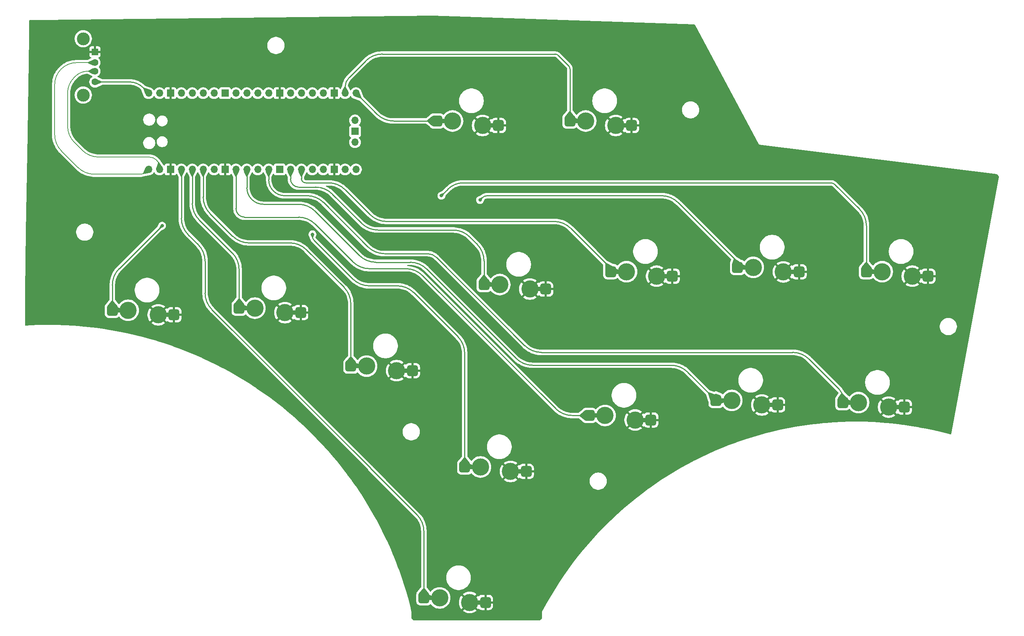
<source format=gbr>
%TF.GenerationSoftware,KiCad,Pcbnew,9.0.2*%
%TF.CreationDate,2025-06-02T22:29:28-04:00*%
%TF.ProjectId,with_usb_wired_v1,77697468-5f75-4736-925f-77697265645f,v1.0.0*%
%TF.SameCoordinates,Original*%
%TF.FileFunction,Copper,L2,Bot*%
%TF.FilePolarity,Positive*%
%FSLAX46Y46*%
G04 Gerber Fmt 4.6, Leading zero omitted, Abs format (unit mm)*
G04 Created by KiCad (PCBNEW 9.0.2) date 2025-06-02 22:29:28*
%MOMM*%
%LPD*%
G01*
G04 APERTURE LIST*
G04 Aperture macros list*
%AMRoundRect*
0 Rectangle with rounded corners*
0 $1 Rounding radius*
0 $2 $3 $4 $5 $6 $7 $8 $9 X,Y pos of 4 corners*
0 Add a 4 corners polygon primitive as box body*
4,1,4,$2,$3,$4,$5,$6,$7,$8,$9,$2,$3,0*
0 Add four circle primitives for the rounded corners*
1,1,$1+$1,$2,$3*
1,1,$1+$1,$4,$5*
1,1,$1+$1,$6,$7*
1,1,$1+$1,$8,$9*
0 Add four rect primitives between the rounded corners*
20,1,$1+$1,$2,$3,$4,$5,0*
20,1,$1+$1,$4,$5,$6,$7,0*
20,1,$1+$1,$6,$7,$8,$9,0*
20,1,$1+$1,$8,$9,$2,$3,0*%
G04 Aperture macros list end*
%TA.AperFunction,SMDPad,CuDef*%
%ADD10RoundRect,0.500000X-0.750000X-0.775000X0.750000X-0.775000X0.750000X0.775000X-0.750000X0.775000X0*%
%TD*%
%TA.AperFunction,SMDPad,CuDef*%
%ADD11R,3.900000X1.000000*%
%TD*%
%TA.AperFunction,ComponentPad*%
%ADD12C,4.000000*%
%TD*%
%TA.AperFunction,SMDPad,CuDef*%
%ADD13R,3.750000X1.000000*%
%TD*%
%TA.AperFunction,ComponentPad*%
%ADD14R,1.500000X1.600000*%
%TD*%
%TA.AperFunction,ComponentPad*%
%ADD15C,1.600000*%
%TD*%
%TA.AperFunction,ComponentPad*%
%ADD16C,3.000000*%
%TD*%
%TA.AperFunction,ComponentPad*%
%ADD17O,1.700000X1.700000*%
%TD*%
%TA.AperFunction,ComponentPad*%
%ADD18R,1.700000X1.700000*%
%TD*%
%TA.AperFunction,ViaPad*%
%ADD19C,0.800000*%
%TD*%
%TA.AperFunction,Conductor*%
%ADD20C,0.250000*%
%TD*%
%TA.AperFunction,Conductor*%
%ADD21C,0.200000*%
%TD*%
G04 APERTURE END LIST*
D10*
%TO.P,S11,1*%
%TO.N,k3*%
X305425000Y-168200000D03*
D11*
X307150000Y-168200000D03*
D12*
X309100000Y-168200000D03*
%TO.P,S11,2*%
%TO.N,GND*%
X316100000Y-169250000D03*
D13*
X317975000Y-169250000D03*
D10*
X319775000Y-169250000D03*
%TD*%
%TO.P,S4,1*%
%TO.N,up*%
X207925000Y-213700000D03*
D11*
X209650000Y-213700000D03*
D12*
X211600000Y-213700000D03*
%TO.P,S4,2*%
%TO.N,GND*%
X218600000Y-214750000D03*
D13*
X220475000Y-214750000D03*
D10*
X222275000Y-214750000D03*
%TD*%
%TO.P,S7,1*%
%TO.N,k1*%
X246425000Y-171200000D03*
D11*
X248150000Y-171200000D03*
D12*
X250100000Y-171200000D03*
%TO.P,S7,2*%
%TO.N,GND*%
X257100000Y-172250000D03*
D13*
X258975000Y-172250000D03*
D10*
X260775000Y-172250000D03*
%TD*%
%TO.P,S3,1*%
%TO.N,right*%
X190925000Y-159700000D03*
D11*
X192650000Y-159700000D03*
D12*
X194600000Y-159700000D03*
%TO.P,S3,2*%
%TO.N,GND*%
X201600000Y-160750000D03*
D13*
X203475000Y-160750000D03*
D10*
X205275000Y-160750000D03*
%TD*%
%TO.P,S10,1*%
%TO.N,p2*%
X280925000Y-136700000D03*
D11*
X282650000Y-136700000D03*
D12*
X284600000Y-136700000D03*
%TO.P,S10,2*%
%TO.N,GND*%
X291600000Y-137750000D03*
D13*
X293475000Y-137750000D03*
D10*
X295275000Y-137750000D03*
%TD*%
%TO.P,S2,1*%
%TO.N,down*%
X164925000Y-146200000D03*
D11*
X166650000Y-146200000D03*
D12*
X168600000Y-146200000D03*
%TO.P,S2,2*%
%TO.N,GND*%
X175600000Y-147250000D03*
D13*
X177475000Y-147250000D03*
D10*
X179275000Y-147250000D03*
%TD*%
%TO.P,S14,1*%
%TO.N,select*%
X241925000Y-102600000D03*
D11*
X243650000Y-102600000D03*
D12*
X245600000Y-102600000D03*
%TO.P,S14,2*%
%TO.N,GND*%
X252600000Y-103650000D03*
D13*
X254475000Y-103650000D03*
D10*
X256275000Y-103650000D03*
%TD*%
%TO.P,S12,1*%
%TO.N,p3*%
X310925000Y-137700000D03*
D11*
X312650000Y-137700000D03*
D12*
X314600000Y-137700000D03*
%TO.P,S12,2*%
%TO.N,GND*%
X321600000Y-138750000D03*
D13*
X323475000Y-138750000D03*
D10*
X325275000Y-138750000D03*
%TD*%
%TO.P,S5,1*%
%TO.N,k0*%
X217425000Y-183200000D03*
D11*
X219150000Y-183200000D03*
D12*
X221100000Y-183200000D03*
%TO.P,S5,2*%
%TO.N,GND*%
X228100000Y-184250000D03*
D13*
X229975000Y-184250000D03*
D10*
X231775000Y-184250000D03*
%TD*%
%TO.P,S13,1*%
%TO.N,start*%
X210925000Y-102600000D03*
D11*
X212650000Y-102600000D03*
D12*
X214600000Y-102600000D03*
%TO.P,S13,2*%
%TO.N,GND*%
X221600000Y-103650000D03*
D13*
X223475000Y-103650000D03*
D10*
X225275000Y-103650000D03*
%TD*%
%TO.P,S8,1*%
%TO.N,p1*%
X251425000Y-137700000D03*
D11*
X253150000Y-137700000D03*
D12*
X255100000Y-137700000D03*
%TO.P,S8,2*%
%TO.N,GND*%
X262100000Y-138750000D03*
D13*
X263975000Y-138750000D03*
D10*
X265775000Y-138750000D03*
%TD*%
%TO.P,S1,1*%
%TO.N,left*%
X135425000Y-146700000D03*
D11*
X137150000Y-146700000D03*
D12*
X139100000Y-146700000D03*
%TO.P,S1,2*%
%TO.N,GND*%
X146100000Y-147750000D03*
D13*
X147975000Y-147750000D03*
D10*
X149775000Y-147750000D03*
%TD*%
%TO.P,S6,1*%
%TO.N,p0*%
X221925000Y-140700000D03*
D11*
X223650000Y-140700000D03*
D12*
X225600000Y-140700000D03*
%TO.P,S6,2*%
%TO.N,GND*%
X232600000Y-141750000D03*
D13*
X234475000Y-141750000D03*
D10*
X236275000Y-141750000D03*
%TD*%
%TO.P,S9,1*%
%TO.N,k2*%
X275925000Y-167700000D03*
D11*
X277650000Y-167700000D03*
D12*
X279600000Y-167700000D03*
%TO.P,S9,2*%
%TO.N,GND*%
X286600000Y-168750000D03*
D13*
X288475000Y-168750000D03*
D10*
X290275000Y-168750000D03*
%TD*%
D14*
%TO.P,USB,1*%
%TO.N,GND*%
X131360000Y-86500000D03*
D15*
%TO.P,USB,2*%
%TO.N,D+*%
X131360000Y-89000000D03*
%TO.P,USB,3*%
%TO.N,D-*%
X131360000Y-91000000D03*
%TO.P,USB,4*%
%TO.N,VCC*%
X131360000Y-93500000D03*
D16*
%TO.P,USB,5*%
%TO.N,N/C*%
X128650000Y-83430000D03*
X128650000Y-96570000D03*
%TD*%
D17*
%TO.P,Arduino,1*%
%TO.N,D+*%
X143870000Y-113890000D03*
%TO.P,Arduino,2*%
%TO.N,D-*%
X146410000Y-113890000D03*
D18*
%TO.P,Arduino,3*%
%TO.N,GND*%
X148950000Y-113890000D03*
D17*
%TO.P,Arduino,4*%
%TO.N,up*%
X151490000Y-113890000D03*
%TO.P,Arduino,5*%
%TO.N,down*%
X154030000Y-113890000D03*
%TO.P,Arduino,6*%
%TO.N,right*%
X156570000Y-113890000D03*
%TO.P,Arduino,7*%
%TO.N,left*%
X159110000Y-113890000D03*
D18*
%TO.P,Arduino,8*%
%TO.N,GND*%
X161650000Y-113890000D03*
D17*
%TO.P,Arduino,9*%
%TO.N,k1*%
X164190000Y-113890000D03*
%TO.P,Arduino,10*%
%TO.N,k2*%
X166730000Y-113890000D03*
%TO.P,Arduino,11*%
%TO.N,k0*%
X169270000Y-113890000D03*
%TO.P,Arduino,12*%
%TO.N,k3*%
X171810000Y-113890000D03*
D18*
%TO.P,Arduino,13*%
%TO.N,N/C*%
X174350000Y-113890000D03*
D17*
%TO.P,Arduino,14*%
%TO.N,p0*%
X176890000Y-113890000D03*
%TO.P,Arduino,15*%
%TO.N,p1*%
X179430000Y-113890000D03*
%TO.P,Arduino,16*%
%TO.N,p2*%
X181970000Y-113890000D03*
%TO.P,Arduino,17*%
%TO.N,p3*%
X184510000Y-113890000D03*
D18*
%TO.P,Arduino,18*%
%TO.N,GND*%
X187050000Y-113890000D03*
D17*
%TO.P,Arduino,19*%
%TO.N,N/C*%
X189590000Y-113890000D03*
%TO.P,Arduino,20*%
X192130000Y-113890000D03*
%TO.P,Arduino,21*%
%TO.N,start*%
X192130000Y-96110000D03*
%TO.P,Arduino,22*%
%TO.N,select*%
X189590000Y-96110000D03*
D18*
%TO.P,Arduino,23*%
%TO.N,GND*%
X187050000Y-96110000D03*
D17*
%TO.P,Arduino,24*%
%TO.N,N/C*%
X184510000Y-96110000D03*
%TO.P,Arduino,25*%
X181970000Y-96110000D03*
%TO.P,Arduino,26*%
X179430000Y-96110000D03*
%TO.P,Arduino,27*%
X176890000Y-96110000D03*
D18*
%TO.P,Arduino,28*%
%TO.N,GND*%
X174350000Y-96110000D03*
D17*
%TO.P,Arduino,29*%
%TO.N,N/C*%
X171810000Y-96110000D03*
%TO.P,Arduino,30*%
X169270000Y-96110000D03*
%TO.P,Arduino,31*%
X166730000Y-96110000D03*
%TO.P,Arduino,32*%
X164190000Y-96110000D03*
D18*
%TO.P,Arduino,33*%
X161650000Y-96110000D03*
D17*
%TO.P,Arduino,34*%
X159110000Y-96110000D03*
%TO.P,Arduino,35*%
X156570000Y-96110000D03*
%TO.P,Arduino,36*%
X154030000Y-96110000D03*
%TO.P,Arduino,37*%
X151490000Y-96110000D03*
D18*
%TO.P,Arduino,38*%
%TO.N,GND*%
X148950000Y-96110000D03*
D17*
%TO.P,Arduino,39*%
%TO.N,N/C*%
X146410000Y-96110000D03*
%TO.P,Arduino,40*%
%TO.N,VCC*%
X143870000Y-96110000D03*
%TO.P,Arduino,41*%
%TO.N,N/C*%
X191900000Y-107540000D03*
D18*
%TO.P,Arduino,42*%
X191900000Y-105000000D03*
D17*
%TO.P,Arduino,43*%
X191900000Y-102460000D03*
%TD*%
D19*
%TO.N,left*%
X147000000Y-127000000D03*
%TO.N,k0*%
X182000000Y-129000000D03*
%TO.N,p2*%
X221000000Y-121000000D03*
%TO.N,p3*%
X212000000Y-120000000D03*
%TD*%
D20*
%TO.N,p3*%
X309331207Y-123131207D02*
G75*
G02*
X310925011Y-126978963I-3847807J-3847793D01*
G01*
X302450000Y-117000000D02*
X302150000Y-117000000D01*
X301850000Y-117000000D02*
X300950000Y-117000000D01*
%TO.N,p2*%
X280474219Y-134974219D02*
G75*
G02*
X280924989Y-136062500I-1088319J-1088281D01*
G01*
%TO.N,k3*%
X210883883Y-134383883D02*
G75*
G03*
X208750000Y-133500010I-2133883J-2133917D01*
G01*
X194906207Y-131906207D02*
G75*
G03*
X198753963Y-133500011I3847793J3847807D01*
G01*
X297593792Y-158093792D02*
G75*
G03*
X293746036Y-156499989I-3847792J-3847808D01*
G01*
X304620666Y-165120666D02*
G75*
G02*
X305424991Y-167062500I-1941866J-1941834D01*
G01*
X231406207Y-154906207D02*
G75*
G03*
X235253963Y-156500011I3847793J3847807D01*
G01*
X208750000Y-133500000D02*
X206250000Y-133500000D01*
%TO.N,k2*%
X275387232Y-167162232D02*
G75*
G03*
X275925016Y-166939482I222768J222732D01*
G01*
X269318792Y-161093792D02*
G75*
G03*
X265471036Y-159499989I-3847792J-3847808D01*
G01*
X192906207Y-133906207D02*
G75*
G03*
X196753963Y-135500011I3847793J3847807D01*
G01*
X208593792Y-137093792D02*
G75*
G03*
X204746036Y-135499989I-3847792J-3847808D01*
G01*
X229406207Y-157906207D02*
G75*
G03*
X233253963Y-159500011I3847793J3847807D01*
G01*
%TO.N,k1*%
X238606207Y-169606207D02*
G75*
G03*
X242453963Y-171200011I3847793J3847807D01*
G01*
%TO.N,k0*%
X215831207Y-152831207D02*
G75*
G02*
X217425011Y-156678963I-3847807J-3847793D01*
G01*
%TO.N,p0*%
X220331207Y-131331207D02*
G75*
G02*
X221925011Y-135178963I-3847807J-3847793D01*
G01*
%TO.N,p1*%
X251150996Y-136650996D02*
G75*
G02*
X251425002Y-137312500I-661496J-661504D01*
G01*
%TO.N,left*%
X137018792Y-136981206D02*
G75*
G03*
X135424958Y-140828962I3847708J-3847794D01*
G01*
%TO.N,p3*%
X310925000Y-126978963D02*
X310925000Y-137700000D01*
X302450000Y-117000000D02*
X302600000Y-117000000D01*
X302150000Y-117000000D02*
X301850000Y-117000000D01*
X300950000Y-117000000D02*
X217121320Y-117000000D01*
X302600000Y-117000000D02*
G75*
G02*
X303624258Y-117424270I0J-1448500D01*
G01*
X213500000Y-118500000D02*
G75*
G02*
X217121320Y-117000008I3621300J-3621300D01*
G01*
X213500000Y-118500000D02*
X212000000Y-120000000D01*
X309331207Y-123131207D02*
X303624264Y-117424264D01*
%TO.N,k3*%
X293746036Y-156500000D02*
X235253963Y-156500000D01*
X305425000Y-167062500D02*
X305425000Y-168200000D01*
X210883883Y-134383883D02*
X231406207Y-154906207D01*
X297593792Y-158093792D02*
X304620666Y-165120666D01*
%TO.N,p0*%
X220331207Y-131331207D02*
X218593792Y-129593792D01*
X221925000Y-135178963D02*
X221925000Y-140700000D01*
%TO.N,k3*%
X198753963Y-133500000D02*
X206250000Y-133500000D01*
X171810000Y-116261436D02*
X171810000Y-113890000D01*
X180746036Y-120000000D02*
G75*
G02*
X184593784Y-121593800I-36J-5441600D01*
G01*
X194906207Y-131906207D02*
X184593792Y-121593792D01*
X171810000Y-116261436D02*
G75*
G03*
X172905011Y-118904989I3738600J36D01*
G01*
X172905000Y-118905000D02*
G75*
G03*
X175548563Y-120000015I2643600J2643600D01*
G01*
X175548563Y-120000000D02*
X180746036Y-120000000D01*
%TO.N,k2*%
X275387232Y-167162232D02*
X269318792Y-161093792D01*
X265471036Y-159500000D02*
X233253963Y-159500000D01*
X178746036Y-122000000D02*
X170605132Y-122000000D01*
X208593792Y-137093792D02*
X229406207Y-157906207D01*
X166730000Y-118124867D02*
X166730000Y-113890000D01*
X192906207Y-133906207D02*
X182593792Y-123593792D01*
X178746036Y-122000000D02*
G75*
G02*
X182593784Y-123593800I-36J-5441600D01*
G01*
X166730000Y-118124867D02*
G75*
G03*
X167864991Y-120865009I3875100J-33D01*
G01*
X170605132Y-122000000D02*
G75*
G02*
X167864991Y-120865009I-32J3875100D01*
G01*
X196753963Y-135500000D02*
X204746036Y-135500000D01*
%TO.N,start*%
X200873963Y-102600000D02*
X210925000Y-102600000D01*
%TO.N,select*%
X241925000Y-90455774D02*
X241925000Y-102600000D01*
%TO.N,p1*%
X251150996Y-136650996D02*
X242093792Y-127593792D01*
X251425000Y-137312500D02*
X251425000Y-137700000D01*
%TO.N,p2*%
X267093792Y-121593792D02*
X280474219Y-134974219D01*
X280925000Y-136062500D02*
X280925000Y-136700000D01*
X222707106Y-120000000D02*
X263246036Y-120000000D01*
X221000000Y-121000000D02*
X221500000Y-120500000D01*
X263246036Y-120000000D02*
G75*
G02*
X267093784Y-121593800I-36J-5441600D01*
G01*
X222707106Y-120000000D02*
G75*
G03*
X221499998Y-120499998I-6J-1707100D01*
G01*
%TO.N,k1*%
X242453963Y-171200000D02*
X246425000Y-171200000D01*
X238606207Y-169606207D02*
X207593792Y-138593792D01*
X182593792Y-126593792D02*
X191406207Y-135406207D01*
X164190000Y-123000001D02*
X164190000Y-113890000D01*
X207593792Y-138593792D02*
G75*
G03*
X203746036Y-136999989I-3847792J-3847808D01*
G01*
X182593792Y-126593792D02*
G75*
G03*
X178746036Y-124999989I-3847792J-3847808D01*
G01*
X178746036Y-125000000D02*
X166189998Y-125000000D01*
X164190000Y-123000001D02*
G75*
G03*
X166189998Y-125000000I2000000J1D01*
G01*
X203746036Y-137000000D02*
X195253963Y-137000000D01*
%TO.N,k0*%
X217425000Y-156678963D02*
X217425000Y-183200000D01*
X195253963Y-141000000D02*
X201746036Y-141000000D01*
X205593792Y-142593792D02*
X215831207Y-152831207D01*
X182000000Y-129500000D02*
X182000000Y-129000000D01*
X191406207Y-139406207D02*
X182353553Y-130353553D01*
X205593792Y-142593792D02*
G75*
G03*
X201746036Y-140999989I-3847792J-3847808D01*
G01*
X191406207Y-139406207D02*
G75*
G03*
X195253963Y-141000011I3847793J3847807D01*
G01*
X182000000Y-129500000D02*
G75*
G03*
X182353554Y-130353552I1207100J0D01*
G01*
%TO.N,up*%
X207925000Y-198178963D02*
X207925000Y-213700000D01*
%TO.N,down*%
X164925000Y-137178963D02*
X164925000Y-146200000D01*
%TO.N,left*%
X135425000Y-140828962D02*
X135425000Y-146700000D01*
X147000000Y-127000000D02*
X137018792Y-136981206D01*
%TO.N,up*%
X157000000Y-142660390D02*
X157000000Y-135253963D01*
X155406207Y-131406207D02*
X153083792Y-129083792D01*
X195573103Y-183573103D02*
X206331207Y-194331207D01*
X151490000Y-125236036D02*
X151490000Y-113890000D01*
X158593792Y-146508146D02*
X195512542Y-183426896D01*
X155406207Y-131406207D02*
G75*
G02*
X157000011Y-135253963I-3847807J-3847793D01*
G01*
X206331207Y-194331207D02*
G75*
G02*
X207925011Y-198178963I-3847807J-3847793D01*
G01*
X195573103Y-183573103D02*
G75*
G02*
X195542821Y-183500000I73097J73103D01*
G01*
X153083792Y-129083792D02*
G75*
G02*
X151489989Y-125236036I3847808J3847792D01*
G01*
X158593792Y-146508146D02*
G75*
G02*
X157000022Y-142660390I3847808J3847746D01*
G01*
X195512542Y-183426896D02*
G75*
G02*
X195542812Y-183500000I-73142J-73104D01*
G01*
%TO.N,down*%
X154030000Y-121776036D02*
X154030000Y-113890000D01*
X155623792Y-125623792D02*
X163331207Y-133331207D01*
X155623792Y-125623792D02*
G75*
G02*
X154029989Y-121776036I3847808J3847792D01*
G01*
X164925000Y-137178963D02*
G75*
G03*
X163331199Y-133331215I-5441600J-37D01*
G01*
%TO.N,right*%
X156570000Y-120316036D02*
X156570000Y-113890000D01*
X158163792Y-124163792D02*
X163406207Y-129406207D01*
X189331207Y-141331207D02*
X180593792Y-132593792D01*
X167253963Y-131000000D02*
X176746036Y-131000000D01*
X190925000Y-145178963D02*
X190925000Y-159700000D01*
X190925000Y-145178963D02*
G75*
G03*
X189331199Y-141331215I-5441600J-37D01*
G01*
X176746036Y-131000000D02*
G75*
G02*
X180593784Y-132593800I-36J-5441600D01*
G01*
X163406207Y-129406207D02*
G75*
G03*
X167253963Y-131000011I3847793J3847807D01*
G01*
X156570000Y-120316036D02*
G75*
G03*
X158163800Y-124163784I5441600J36D01*
G01*
%TO.N,p1*%
X185746036Y-117000000D02*
X180403050Y-117000000D01*
X251562500Y-136700000D02*
X251925000Y-136700000D01*
X195406207Y-124406207D02*
X189593792Y-118593792D01*
X199253963Y-126000000D02*
X238246036Y-126000000D01*
X179430000Y-116026949D02*
X179430000Y-113890000D01*
X242093792Y-127593792D02*
G75*
G03*
X238246036Y-125999989I-3847792J-3847808D01*
G01*
X195406207Y-124406207D02*
G75*
G03*
X199253963Y-126000011I3847793J3847807D01*
G01*
X179715000Y-116715000D02*
G75*
G02*
X179429980Y-116026949I688100J688100D01*
G01*
X185746036Y-117000000D02*
G75*
G02*
X189593784Y-118593800I-36J-5441600D01*
G01*
X179715000Y-116715000D02*
G75*
G03*
X180403050Y-117000020I688100J688100D01*
G01*
X251562500Y-136700000D02*
G75*
G02*
X250943663Y-136443683I0J875200D01*
G01*
%TO.N,p0*%
X193406207Y-126406207D02*
X186593792Y-119593792D01*
X182746036Y-118000000D02*
X178784888Y-118000000D01*
X176890000Y-116105111D02*
X176890000Y-113890000D01*
X214746036Y-128000000D02*
X197253963Y-128000000D01*
X177445000Y-117445000D02*
G75*
G03*
X178784888Y-118000005I1339900J1339900D01*
G01*
X193406207Y-126406207D02*
G75*
G03*
X197253963Y-128000011I3847793J3847807D01*
G01*
X176890000Y-116105111D02*
G75*
G03*
X177445003Y-117444997I1894900J11D01*
G01*
X186593792Y-119593792D02*
G75*
G03*
X182746036Y-117999989I-3847792J-3847808D01*
G01*
X214746036Y-128000000D02*
G75*
G02*
X218593784Y-129593800I-36J-5441600D01*
G01*
%TO.N,k2*%
X275925000Y-167439482D02*
X275925000Y-168700000D01*
%TO.N,k3*%
X304925000Y-167062500D02*
X304925000Y-168700000D01*
%TO.N,start*%
X197026207Y-101006207D02*
X192130000Y-96110000D01*
X197026207Y-101006207D02*
G75*
G03*
X200873963Y-102600011I3847793J3847807D01*
G01*
%TO.N,select*%
X239176333Y-87292893D02*
X241632107Y-89748667D01*
X190544594Y-92455405D02*
X194406207Y-88593792D01*
X189590000Y-94760000D02*
X189590000Y-96110000D01*
X238469226Y-87000000D02*
X198253963Y-87000000D01*
X198253963Y-87000000D02*
G75*
G03*
X194406236Y-88593821I37J-5441500D01*
G01*
X239176333Y-87292893D02*
G75*
G03*
X238469226Y-86999981I-707133J-707107D01*
G01*
X241632107Y-89748667D02*
G75*
G02*
X241925019Y-90455774I-707107J-707133D01*
G01*
X190544594Y-92455405D02*
G75*
G03*
X189590003Y-94760000I2304606J-2304595D01*
G01*
%TO.N,VCC*%
X139414451Y-93500000D02*
X131360000Y-93500000D01*
X142565000Y-94805000D02*
X143870000Y-96110000D01*
X142565000Y-94805000D02*
G75*
G03*
X139414451Y-93500020I-3150500J-3150500D01*
G01*
D21*
%TO.N,D+*%
X143315000Y-114445000D02*
X143870000Y-113890000D01*
X122000000Y-105746036D02*
X122000000Y-94121320D01*
X127406207Y-113406207D02*
X123593792Y-109593792D01*
X131253963Y-115000000D02*
X141975111Y-115000000D01*
X127121320Y-89000000D02*
X131360000Y-89000000D01*
X123500000Y-90500000D02*
G75*
G03*
X122000008Y-94121320I3621300J-3621300D01*
G01*
X143315000Y-114445000D02*
G75*
G02*
X141975111Y-115000005I-1339900J1339900D01*
G01*
X127121320Y-89000000D02*
G75*
G03*
X123499994Y-90499994I-20J-5121300D01*
G01*
X122000000Y-105746036D02*
G75*
G03*
X123593800Y-109593784I5441600J36D01*
G01*
X127406207Y-113406207D02*
G75*
G03*
X131253963Y-115000011I3847793J3847807D01*
G01*
%TO.N,D-*%
X125000000Y-103746036D02*
X125000000Y-96121320D01*
X144002979Y-111000000D02*
X132253963Y-111000000D01*
X129680000Y-91000000D02*
X131360000Y-91000000D01*
X126593792Y-107593792D02*
X128406207Y-109406207D01*
X126812060Y-92187939D02*
X126500000Y-92500000D01*
X145886740Y-111886740D02*
X145705000Y-111705000D01*
X146410000Y-113150000D02*
X146410000Y-113890000D01*
X126812060Y-92187939D02*
G75*
G02*
X129680000Y-91000006I2867940J-2867961D01*
G01*
X145886740Y-111886740D02*
G75*
G02*
X146410005Y-113150000I-1263240J-1263260D01*
G01*
X144002979Y-111000000D02*
G75*
G02*
X145705006Y-111704994I21J-2407000D01*
G01*
X128406207Y-109406207D02*
G75*
G03*
X132253963Y-111000011I3847793J3847807D01*
G01*
X126593792Y-107593792D02*
G75*
G02*
X124999989Y-103746036I3847808J3847792D01*
G01*
X125000000Y-96121320D02*
G75*
G02*
X126499994Y-92499994I5121300J20D01*
G01*
D20*
%TO.N,k2*%
X275925000Y-166939482D02*
X275925000Y-166178964D01*
%TO.N,k1*%
X191406207Y-135406207D02*
G75*
G03*
X195253963Y-137000011I3847793J3847807D01*
G01*
%TD*%
%TA.AperFunction,Conductor*%
%TO.N,GND*%
G36*
X210001880Y-78075601D02*
G01*
X270774464Y-80068146D01*
X270776762Y-80068587D01*
X270777980Y-80068310D01*
X270812531Y-80075459D01*
X270814730Y-80076254D01*
X270838003Y-80087535D01*
X270993302Y-80184011D01*
X271013762Y-80199908D01*
X271015430Y-80201510D01*
X271038840Y-80232388D01*
X285922877Y-108015922D01*
X285929447Y-108028185D01*
X285931184Y-108034498D01*
X285936472Y-108041298D01*
X285940541Y-108048892D01*
X285944685Y-108053932D01*
X285949622Y-108058205D01*
X285949624Y-108058207D01*
X285957112Y-108062465D01*
X285963775Y-108067923D01*
X285970041Y-108069817D01*
X285975733Y-108073054D01*
X285984282Y-108074122D01*
X285992527Y-108076615D01*
X285999039Y-108075967D01*
X341287065Y-114986970D01*
X341345128Y-115010103D01*
X341483480Y-115111811D01*
X341502179Y-115128742D01*
X341522686Y-115151517D01*
X341621361Y-115261104D01*
X341636248Y-115281473D01*
X341726172Y-115435220D01*
X341736629Y-115458183D01*
X341791522Y-115620880D01*
X341795932Y-115683228D01*
X330654746Y-175493808D01*
X330623118Y-175556110D01*
X330598522Y-175576278D01*
X330547217Y-175608316D01*
X330479928Y-175627129D01*
X330448109Y-175622548D01*
X329842820Y-175453097D01*
X328116085Y-175009781D01*
X326380202Y-174603953D01*
X324635905Y-174235785D01*
X323518032Y-174025000D01*
X322884051Y-173905457D01*
X322884038Y-173905454D01*
X322884023Y-173905452D01*
X321125483Y-173613127D01*
X319596289Y-173392826D01*
X319360960Y-173358924D01*
X318277251Y-173226674D01*
X317591354Y-173142972D01*
X315817543Y-172965377D01*
X314285405Y-172845408D01*
X314040238Y-172826211D01*
X314040236Y-172826210D01*
X314040212Y-172826209D01*
X312260384Y-172725548D01*
X310478702Y-172663431D01*
X308696189Y-172639893D01*
X308696171Y-172639893D01*
X308696161Y-172639893D01*
X307535361Y-172649691D01*
X306913490Y-172654941D01*
X305131582Y-172708568D01*
X303351249Y-172800753D01*
X301573367Y-172931446D01*
X301027221Y-172983500D01*
X299798659Y-173100596D01*
X299798654Y-173100596D01*
X299798639Y-173100598D01*
X298028075Y-173308111D01*
X296262355Y-173553908D01*
X295046962Y-173750000D01*
X294502404Y-173837859D01*
X292749002Y-174159838D01*
X292748984Y-174159841D01*
X292748966Y-174159845D01*
X291002991Y-174519688D01*
X289265150Y-174917252D01*
X287536342Y-175352332D01*
X285817369Y-175824725D01*
X284108974Y-176334228D01*
X282412061Y-176880570D01*
X280917089Y-177397866D01*
X280727339Y-177463524D01*
X280170105Y-177669950D01*
X279055626Y-178082806D01*
X277397751Y-178738109D01*
X275754408Y-179429158D01*
X274126376Y-180155629D01*
X272514543Y-180917123D01*
X272514521Y-180917134D01*
X271164229Y-181591192D01*
X270919476Y-181713371D01*
X269342093Y-182543915D01*
X267782998Y-183408439D01*
X266242992Y-184306498D01*
X264722806Y-185237666D01*
X263223135Y-186201516D01*
X261744645Y-187197621D01*
X260597287Y-188007281D01*
X260288078Y-188225481D01*
X260189832Y-188298046D01*
X258854082Y-189284640D01*
X257443372Y-190374567D01*
X256056591Y-191494766D01*
X254694362Y-192644735D01*
X253357342Y-193823918D01*
X253357333Y-193823926D01*
X253069158Y-194089389D01*
X252046137Y-195031782D01*
X251390293Y-195662719D01*
X250770219Y-196259244D01*
X250761408Y-196267720D01*
X249503729Y-197531173D01*
X248273715Y-198821531D01*
X247071849Y-200138282D01*
X245898850Y-201480640D01*
X244755092Y-202848179D01*
X243641276Y-204240056D01*
X242557808Y-205655768D01*
X241505253Y-207094574D01*
X240484068Y-208555853D01*
X239494756Y-210038883D01*
X238537801Y-211542933D01*
X237613577Y-213067424D01*
X236722597Y-214611508D01*
X235865246Y-216174513D01*
X235464828Y-216943540D01*
X235464827Y-216943543D01*
X235459133Y-216954476D01*
X235456990Y-216956577D01*
X235452246Y-216967703D01*
X235450040Y-216971940D01*
X235442257Y-216986889D01*
X235443541Y-216995489D01*
X235444893Y-217015074D01*
X235431076Y-218359617D01*
X235427487Y-218373433D01*
X235428298Y-218384475D01*
X235416026Y-218417567D01*
X235343904Y-218550237D01*
X235330358Y-218570231D01*
X235221437Y-218701397D01*
X235204273Y-218718385D01*
X235071997Y-218825950D01*
X235051866Y-218839289D01*
X234918464Y-218910045D01*
X234860362Y-218924500D01*
X205631159Y-218924500D01*
X205616989Y-218920926D01*
X205605493Y-218921815D01*
X205572355Y-218909670D01*
X205437234Y-218836887D01*
X205416943Y-218823215D01*
X205285465Y-218714320D01*
X205268254Y-218696932D01*
X205160712Y-218564336D01*
X205147254Y-218543911D01*
X205075864Y-218408050D01*
X205061639Y-218349100D01*
X205075344Y-217015519D01*
X205079120Y-217006486D01*
X205075590Y-216991572D01*
X205075650Y-216985758D01*
X205075637Y-216985726D01*
X205070015Y-216968021D01*
X204896691Y-216235753D01*
X204862946Y-216093186D01*
X204589640Y-215037998D01*
X204404597Y-214323575D01*
X204329484Y-214056821D01*
X203909135Y-212564008D01*
X203813134Y-212248650D01*
X203376770Y-210815223D01*
X202807748Y-209078035D01*
X202291361Y-207606877D01*
X202202314Y-207353186D01*
X201939186Y-206651158D01*
X201560746Y-205641475D01*
X200883316Y-203943624D01*
X200754053Y-203638458D01*
X200170340Y-202260418D01*
X200170330Y-202260395D01*
X199422100Y-200592533D01*
X199061200Y-199831341D01*
X198638964Y-198940783D01*
X197821255Y-197305855D01*
X196969352Y-195688502D01*
X196428488Y-194712037D01*
X196083612Y-194089404D01*
X195164442Y-192509297D01*
X194212245Y-190948871D01*
X193227441Y-189408815D01*
X193144298Y-189284628D01*
X192210484Y-187889836D01*
X191858087Y-187386700D01*
X191161770Y-186392532D01*
X191144451Y-186368880D01*
X190168609Y-185036171D01*
X190081817Y-184917639D01*
X190076921Y-184911239D01*
X188971082Y-183465781D01*
X188399217Y-182750000D01*
X187830063Y-182037611D01*
X186659258Y-180633750D01*
X185459188Y-179254823D01*
X184796022Y-178524425D01*
X184230359Y-177901413D01*
X182973399Y-176574210D01*
X181688758Y-175273688D01*
X180742884Y-174355571D01*
X180377056Y-174000478D01*
X179038871Y-172755139D01*
X177674791Y-171538218D01*
X176285420Y-170350255D01*
X174871372Y-169191774D01*
X174871371Y-169191773D01*
X174871350Y-169191756D01*
X173886705Y-168419099D01*
X173433273Y-168063288D01*
X171971758Y-166965297D01*
X171971749Y-166965290D01*
X171971731Y-166965277D01*
X170974856Y-166248650D01*
X170487476Y-165898285D01*
X169248865Y-165046811D01*
X168981080Y-164862724D01*
X168266211Y-164393122D01*
X167453240Y-163859076D01*
X165904630Y-162887780D01*
X165744730Y-162792116D01*
X165298252Y-162524999D01*
X164335935Y-161949268D01*
X163166255Y-161282473D01*
X162747843Y-161043950D01*
X161141099Y-160172253D01*
X161095799Y-160148896D01*
X159516322Y-159334511D01*
X159469486Y-159311596D01*
X158075328Y-158629487D01*
X157874311Y-158531137D01*
X156616584Y-157948235D01*
X156215734Y-157762458D01*
X154541457Y-157028875D01*
X152852027Y-156330626D01*
X152448548Y-156173718D01*
X151148313Y-155668072D01*
X149759909Y-155161489D01*
X149431028Y-155041491D01*
X147701024Y-154451192D01*
X147701022Y-154451191D01*
X147700977Y-154451176D01*
X145960438Y-153897866D01*
X145958875Y-153897369D01*
X145573321Y-153783674D01*
X144205517Y-153380325D01*
X142441670Y-152900269D01*
X142441658Y-152900266D01*
X142441647Y-152900263D01*
X140668118Y-152457415D01*
X138885656Y-152051961D01*
X137095037Y-151684079D01*
X135297086Y-151353938D01*
X134272067Y-151187927D01*
X133492595Y-151061685D01*
X131682354Y-150807445D01*
X131682336Y-150807442D01*
X131682330Y-150807442D01*
X129867161Y-150591331D01*
X128047860Y-150413446D01*
X128047843Y-150413444D01*
X128047836Y-150413444D01*
X127624933Y-150381056D01*
X126225173Y-150273856D01*
X124628114Y-150185285D01*
X124399964Y-150172632D01*
X124308997Y-150169504D01*
X122573026Y-150109815D01*
X121124244Y-150090491D01*
X120745192Y-150085436D01*
X120745181Y-150085436D01*
X120745175Y-150085436D01*
X118917259Y-150099502D01*
X118029808Y-150124995D01*
X118029805Y-150124995D01*
X118017945Y-150125335D01*
X118017311Y-150125106D01*
X118003067Y-150125761D01*
X118001978Y-150125793D01*
X118001937Y-150125795D01*
X117963785Y-150126893D01*
X117959280Y-150127779D01*
X115205209Y-150254706D01*
X115137334Y-150238128D01*
X115089197Y-150187487D01*
X115075500Y-150130837D01*
X115075500Y-145875456D01*
X133666500Y-145875456D01*
X133666500Y-147524542D01*
X133681091Y-147672699D01*
X133738760Y-147862808D01*
X133832401Y-148037998D01*
X133832405Y-148038005D01*
X133958431Y-148191568D01*
X134111994Y-148317594D01*
X134112001Y-148317598D01*
X134287191Y-148411239D01*
X134287193Y-148411239D01*
X134287196Y-148411241D01*
X134477299Y-148468908D01*
X134477298Y-148468908D01*
X134487766Y-148469938D01*
X134625453Y-148483500D01*
X136224546Y-148483499D01*
X136372701Y-148468908D01*
X136562804Y-148411241D01*
X136585779Y-148398961D01*
X136737998Y-148317598D01*
X136738004Y-148317595D01*
X136891568Y-148191568D01*
X136891572Y-148191562D01*
X136895871Y-148187265D01*
X136897062Y-148188455D01*
X136948126Y-148153659D01*
X137017971Y-148151775D01*
X137077746Y-148187951D01*
X137083201Y-148194336D01*
X137226609Y-148374164D01*
X137425836Y-148573391D01*
X137646116Y-148749058D01*
X137877005Y-148894136D01*
X137884684Y-148898961D01*
X138138510Y-149021197D01*
X138138519Y-149021200D01*
X138138526Y-149021204D01*
X138171994Y-149032915D01*
X138404452Y-149114256D01*
X138404464Y-149114260D01*
X138679148Y-149176955D01*
X138679156Y-149176955D01*
X138679161Y-149176957D01*
X138874418Y-149198956D01*
X138959120Y-149208499D01*
X138959123Y-149208500D01*
X138959126Y-149208500D01*
X139240877Y-149208500D01*
X139240878Y-149208499D01*
X139362364Y-149194811D01*
X139520838Y-149176957D01*
X139520841Y-149176956D01*
X139520852Y-149176955D01*
X139795536Y-149114260D01*
X140061474Y-149021204D01*
X140075622Y-149014391D01*
X140315315Y-148898961D01*
X140315315Y-148898960D01*
X140315321Y-148898958D01*
X140553884Y-148749058D01*
X140774164Y-148573391D01*
X140973391Y-148374164D01*
X141149058Y-148153884D01*
X141298958Y-147915321D01*
X141408211Y-147688455D01*
X141421197Y-147661489D01*
X141421198Y-147661485D01*
X141421204Y-147661474D01*
X141439357Y-147609598D01*
X143600000Y-147609598D01*
X143600000Y-147890401D01*
X143631437Y-148169412D01*
X143631439Y-148169424D01*
X143693921Y-148443178D01*
X143693922Y-148443180D01*
X143786662Y-148708217D01*
X143908492Y-148961200D01*
X144057884Y-149198956D01*
X144164187Y-149332257D01*
X144877339Y-148619104D01*
X144955864Y-148727184D01*
X145122816Y-148894136D01*
X145230893Y-148972658D01*
X144517741Y-149685810D01*
X144517741Y-149685811D01*
X144651043Y-149792115D01*
X144888799Y-149941507D01*
X145141782Y-150063337D01*
X145406819Y-150156077D01*
X145406821Y-150156078D01*
X145680575Y-150218560D01*
X145680587Y-150218562D01*
X145959598Y-150249999D01*
X145959600Y-150250000D01*
X146240400Y-150250000D01*
X146240401Y-150249999D01*
X146519412Y-150218562D01*
X146519424Y-150218560D01*
X146793178Y-150156078D01*
X146793180Y-150156077D01*
X147058217Y-150063337D01*
X147311200Y-149941507D01*
X147548956Y-149792116D01*
X147682257Y-149685810D01*
X146969105Y-148972659D01*
X147077184Y-148894136D01*
X147244136Y-148727184D01*
X147322659Y-148619106D01*
X148035810Y-149332257D01*
X148116515Y-149231058D01*
X148173704Y-149190918D01*
X148243516Y-149188068D01*
X148303785Y-149223414D01*
X148309564Y-149230010D01*
X148314246Y-149235753D01*
X148471870Y-149364278D01*
X148652138Y-149458442D01*
X148847671Y-149514390D01*
X148847674Y-149514391D01*
X148966999Y-149524999D01*
X148967002Y-149525000D01*
X149525000Y-149525000D01*
X150025000Y-149525000D01*
X150582998Y-149525000D01*
X150583000Y-149524999D01*
X150702325Y-149514391D01*
X150702328Y-149514390D01*
X150897861Y-149458442D01*
X151078129Y-149364278D01*
X151235753Y-149235753D01*
X151364278Y-149078129D01*
X151458442Y-148897861D01*
X151514390Y-148702328D01*
X151514391Y-148702325D01*
X151524999Y-148583000D01*
X151525000Y-148582998D01*
X151525000Y-148000000D01*
X150025000Y-148000000D01*
X150025000Y-149525000D01*
X149525000Y-149525000D01*
X149525000Y-147500000D01*
X150025000Y-147500000D01*
X151525000Y-147500000D01*
X151525000Y-146917002D01*
X151524999Y-146916999D01*
X151514391Y-146797674D01*
X151514390Y-146797671D01*
X151458442Y-146602138D01*
X151364278Y-146421870D01*
X151235753Y-146264246D01*
X151078129Y-146135721D01*
X150897861Y-146041557D01*
X150702328Y-145985609D01*
X150702325Y-145985608D01*
X150583000Y-145975000D01*
X150025000Y-145975000D01*
X150025000Y-147500000D01*
X149525000Y-147500000D01*
X149525000Y-145975000D01*
X148966999Y-145975000D01*
X148847674Y-145985608D01*
X148847671Y-145985609D01*
X148652138Y-146041557D01*
X148471870Y-146135721D01*
X148314243Y-146264249D01*
X148309560Y-146269993D01*
X148251938Y-146309508D01*
X148182099Y-146311596D01*
X148122218Y-146275596D01*
X148116515Y-146268941D01*
X148035810Y-146167741D01*
X147322658Y-146880893D01*
X147244136Y-146772816D01*
X147077184Y-146605864D01*
X146969105Y-146527340D01*
X147682257Y-145814187D01*
X147548956Y-145707884D01*
X147311200Y-145558492D01*
X147058217Y-145436662D01*
X146793180Y-145343922D01*
X146793178Y-145343921D01*
X146519424Y-145281439D01*
X146519412Y-145281437D01*
X146240401Y-145250000D01*
X145959598Y-145250000D01*
X145680587Y-145281437D01*
X145680575Y-145281439D01*
X145406821Y-145343921D01*
X145406819Y-145343922D01*
X145141782Y-145436662D01*
X144888799Y-145558492D01*
X144651043Y-145707884D01*
X144517741Y-145814187D01*
X145230894Y-146527340D01*
X145122816Y-146605864D01*
X144955864Y-146772816D01*
X144877340Y-146880894D01*
X144164187Y-146167741D01*
X144057884Y-146301043D01*
X143908492Y-146538799D01*
X143786662Y-146791782D01*
X143693922Y-147056819D01*
X143693921Y-147056821D01*
X143631439Y-147330575D01*
X143631437Y-147330587D01*
X143600000Y-147609598D01*
X141439357Y-147609598D01*
X141469118Y-147524546D01*
X141513136Y-147398749D01*
X141514260Y-147395536D01*
X141576955Y-147120852D01*
X141584170Y-147056821D01*
X141599923Y-146916999D01*
X141608500Y-146840874D01*
X141608500Y-146559126D01*
X141597763Y-146463829D01*
X141576957Y-146279161D01*
X141576955Y-146279156D01*
X141576955Y-146279148D01*
X141514260Y-146004464D01*
X141514256Y-146004452D01*
X141478963Y-145903589D01*
X141421206Y-145738532D01*
X141421197Y-145738510D01*
X141298961Y-145484684D01*
X141292876Y-145475000D01*
X141149058Y-145246116D01*
X140973391Y-145025836D01*
X140774164Y-144826609D01*
X140553884Y-144650942D01*
X140315321Y-144501042D01*
X140315322Y-144501042D01*
X140315315Y-144501038D01*
X140061489Y-144378802D01*
X140061467Y-144378793D01*
X139795547Y-144285743D01*
X139795535Y-144285739D01*
X139580126Y-144236574D01*
X139520852Y-144223045D01*
X139520850Y-144223044D01*
X139520838Y-144223042D01*
X139240880Y-144191500D01*
X139240874Y-144191500D01*
X138959126Y-144191500D01*
X138959119Y-144191500D01*
X138679161Y-144223042D01*
X138679148Y-144223045D01*
X138404464Y-144285739D01*
X138404452Y-144285743D01*
X138138532Y-144378793D01*
X138138510Y-144378802D01*
X137884684Y-144501038D01*
X137646117Y-144650941D01*
X137425836Y-144826608D01*
X137226608Y-145025836D01*
X137083203Y-145205660D01*
X137026014Y-145245800D01*
X136956203Y-145248650D01*
X136906514Y-145223306D01*
X136897701Y-145215905D01*
X136891568Y-145208432D01*
X136769716Y-145108430D01*
X136769170Y-145107972D01*
X136768792Y-145107404D01*
X136752662Y-145091192D01*
X136726101Y-145058492D01*
X136551229Y-144843198D01*
X136086250Y-144270739D01*
X136059263Y-144206292D01*
X136058500Y-144192560D01*
X136058500Y-141838510D01*
X140624500Y-141838510D01*
X140624500Y-142161489D01*
X140660659Y-142482410D01*
X140660661Y-142482426D01*
X140732527Y-142797294D01*
X140732531Y-142797306D01*
X140839195Y-143102133D01*
X140839201Y-143102147D01*
X140979327Y-143393122D01*
X141020370Y-143458442D01*
X141151159Y-143666591D01*
X141352527Y-143919099D01*
X141580901Y-144147473D01*
X141833409Y-144348841D01*
X142106875Y-144520671D01*
X142397860Y-144660802D01*
X142397866Y-144660804D01*
X142702693Y-144767468D01*
X142702705Y-144767472D01*
X143017577Y-144839339D01*
X143338511Y-144875499D01*
X143338512Y-144875500D01*
X143338515Y-144875500D01*
X143661488Y-144875500D01*
X143661488Y-144875499D01*
X143982423Y-144839339D01*
X144297295Y-144767472D01*
X144602140Y-144660802D01*
X144893125Y-144520671D01*
X145166591Y-144348841D01*
X145419099Y-144147473D01*
X145647473Y-143919099D01*
X145848841Y-143666591D01*
X146020671Y-143393125D01*
X146160802Y-143102140D01*
X146267472Y-142797295D01*
X146339339Y-142482423D01*
X146375500Y-142161485D01*
X146375500Y-141838515D01*
X146339339Y-141517577D01*
X146267472Y-141202705D01*
X146251156Y-141156078D01*
X146172637Y-140931683D01*
X146160802Y-140897860D01*
X146020671Y-140606875D01*
X145848841Y-140333409D01*
X145647473Y-140080901D01*
X145419099Y-139852527D01*
X145409008Y-139844480D01*
X145343345Y-139792115D01*
X145166591Y-139651159D01*
X144948924Y-139514390D01*
X144893122Y-139479327D01*
X144602147Y-139339201D01*
X144602133Y-139339195D01*
X144297306Y-139232531D01*
X144297294Y-139232527D01*
X143982426Y-139160661D01*
X143982410Y-139160659D01*
X143661489Y-139124500D01*
X143661485Y-139124500D01*
X143338515Y-139124500D01*
X143338510Y-139124500D01*
X143017589Y-139160659D01*
X143017573Y-139160661D01*
X142702705Y-139232527D01*
X142702693Y-139232531D01*
X142397866Y-139339195D01*
X142397852Y-139339201D01*
X142106877Y-139479327D01*
X141833410Y-139651158D01*
X141580901Y-139852526D01*
X141352526Y-140080901D01*
X141151158Y-140333410D01*
X140979327Y-140606877D01*
X140839201Y-140897852D01*
X140839195Y-140897866D01*
X140732531Y-141202693D01*
X140732527Y-141202705D01*
X140660661Y-141517573D01*
X140660659Y-141517589D01*
X140624500Y-141838510D01*
X136058500Y-141838510D01*
X136058500Y-140831384D01*
X136058596Y-140826515D01*
X136064125Y-140685810D01*
X136073133Y-140456583D01*
X136073894Y-140446913D01*
X136117127Y-140081659D01*
X136118650Y-140072049D01*
X136131476Y-140007575D01*
X136190404Y-139711332D01*
X136192677Y-139701868D01*
X136228913Y-139573391D01*
X136292511Y-139347891D01*
X136295520Y-139338635D01*
X136343555Y-139208433D01*
X136422822Y-138993575D01*
X136426534Y-138984614D01*
X136580525Y-138650587D01*
X136584933Y-138641936D01*
X136764657Y-138321023D01*
X136769734Y-138312740D01*
X136974064Y-138006945D01*
X136979785Y-137999072D01*
X137207492Y-137710232D01*
X137213804Y-137702841D01*
X137465865Y-137430170D01*
X137469182Y-137426719D01*
X137521131Y-137374773D01*
X137521134Y-137374767D01*
X146796669Y-128099233D01*
X146832958Y-128074067D01*
X147354290Y-127836681D01*
X147358186Y-127834986D01*
X147430336Y-127805102D01*
X147444993Y-127795307D01*
X147458059Y-127787686D01*
X147459134Y-127787144D01*
X147460761Y-127786240D01*
X147479817Y-127773191D01*
X147545714Y-127728074D01*
X147545748Y-127728123D01*
X147547139Y-127727056D01*
X147579135Y-127705678D01*
X147705678Y-127579135D01*
X147805102Y-127430336D01*
X147873587Y-127265000D01*
X147908500Y-127089479D01*
X147908500Y-126910521D01*
X147873587Y-126735000D01*
X147805102Y-126569664D01*
X147805100Y-126569661D01*
X147805098Y-126569657D01*
X147705678Y-126420865D01*
X147705675Y-126420861D01*
X147579138Y-126294324D01*
X147579134Y-126294321D01*
X147430342Y-126194901D01*
X147430332Y-126194896D01*
X147265000Y-126126413D01*
X147264992Y-126126411D01*
X147089483Y-126091500D01*
X147089479Y-126091500D01*
X146910521Y-126091500D01*
X146910516Y-126091500D01*
X146735007Y-126126411D01*
X146734999Y-126126413D01*
X146569667Y-126194896D01*
X146569657Y-126194901D01*
X146420865Y-126294321D01*
X146420861Y-126294324D01*
X146294323Y-126420862D01*
X146241780Y-126499500D01*
X146206859Y-126551764D01*
X146194897Y-126569666D01*
X146165044Y-126641735D01*
X146163335Y-126645666D01*
X145925930Y-127167038D01*
X145900760Y-127203333D01*
X136522737Y-136581356D01*
X136522190Y-136581959D01*
X136417474Y-136686674D01*
X136417447Y-136686703D01*
X136133276Y-137014644D01*
X135873222Y-137362031D01*
X135638611Y-137727084D01*
X135430645Y-138107937D01*
X135250370Y-138502675D01*
X135098727Y-138909234D01*
X134976470Y-139325588D01*
X134976466Y-139325603D01*
X134884222Y-139749623D01*
X134822462Y-140179151D01*
X134791501Y-140611986D01*
X134791500Y-140766564D01*
X134791500Y-140766565D01*
X134791500Y-140766568D01*
X134791500Y-140785087D01*
X134791500Y-140828958D01*
X134791499Y-140905878D01*
X134791500Y-140905882D01*
X134791500Y-144192559D01*
X134771815Y-144259598D01*
X134763750Y-144270738D01*
X134097331Y-145091195D01*
X134079747Y-145108868D01*
X133958429Y-145208433D01*
X133832405Y-145361994D01*
X133832401Y-145362001D01*
X133738760Y-145537191D01*
X133681091Y-145727300D01*
X133666500Y-145875456D01*
X115075500Y-145875456D01*
X115075500Y-144501508D01*
X115075515Y-144499601D01*
X115075749Y-144484424D01*
X115111510Y-142159935D01*
X115323680Y-128368872D01*
X126999500Y-128368872D01*
X126999500Y-128631127D01*
X127008961Y-128702985D01*
X127033730Y-128891116D01*
X127101557Y-129144250D01*
X127101602Y-129144418D01*
X127101605Y-129144428D01*
X127201953Y-129386690D01*
X127201958Y-129386700D01*
X127333075Y-129613803D01*
X127492718Y-129821851D01*
X127492726Y-129821860D01*
X127678140Y-130007274D01*
X127678148Y-130007281D01*
X127678149Y-130007282D01*
X127678531Y-130007575D01*
X127886196Y-130166924D01*
X128113299Y-130298041D01*
X128113309Y-130298046D01*
X128278577Y-130366502D01*
X128355581Y-130398398D01*
X128608884Y-130466270D01*
X128868880Y-130500500D01*
X128868887Y-130500500D01*
X129131113Y-130500500D01*
X129131120Y-130500500D01*
X129391116Y-130466270D01*
X129644419Y-130398398D01*
X129886697Y-130298043D01*
X130113803Y-130166924D01*
X130321851Y-130007282D01*
X130321855Y-130007277D01*
X130321860Y-130007274D01*
X130507274Y-129821860D01*
X130507277Y-129821855D01*
X130507282Y-129821851D01*
X130666924Y-129613803D01*
X130798043Y-129386697D01*
X130801513Y-129378321D01*
X130869365Y-129214511D01*
X130898398Y-129144419D01*
X130966270Y-128891116D01*
X131000500Y-128631120D01*
X131000500Y-128368880D01*
X130999619Y-128362192D01*
X130996424Y-128337919D01*
X130966270Y-128108884D01*
X130898398Y-127855581D01*
X130898394Y-127855571D01*
X130798046Y-127613309D01*
X130798041Y-127613299D01*
X130666924Y-127386196D01*
X130544424Y-127226554D01*
X130507282Y-127178149D01*
X130507281Y-127178148D01*
X130507274Y-127178140D01*
X130321860Y-126992726D01*
X130321851Y-126992718D01*
X130113803Y-126833075D01*
X129886700Y-126701958D01*
X129886690Y-126701953D01*
X129644428Y-126601605D01*
X129644421Y-126601603D01*
X129644419Y-126601602D01*
X129391116Y-126533730D01*
X129333339Y-126526123D01*
X129131127Y-126499500D01*
X129131120Y-126499500D01*
X128868880Y-126499500D01*
X128868872Y-126499500D01*
X128637772Y-126529926D01*
X128608884Y-126533730D01*
X128474765Y-126569667D01*
X128355581Y-126601602D01*
X128355571Y-126601605D01*
X128113309Y-126701953D01*
X128113299Y-126701958D01*
X127886196Y-126833075D01*
X127678148Y-126992718D01*
X127492718Y-127178148D01*
X127333075Y-127386196D01*
X127201958Y-127613299D01*
X127201953Y-127613309D01*
X127101605Y-127855571D01*
X127101602Y-127855581D01*
X127033730Y-128108884D01*
X127031422Y-128126413D01*
X126999500Y-128368872D01*
X115323680Y-128368872D01*
X115323772Y-128362914D01*
X115672513Y-105694701D01*
X121391490Y-105694701D01*
X121391491Y-105962118D01*
X121422324Y-106393172D01*
X121483828Y-106820932D01*
X121575689Y-107243205D01*
X121658155Y-107524051D01*
X121697445Y-107657858D01*
X121848357Y-108062465D01*
X121848472Y-108062773D01*
X121941137Y-108265680D01*
X122027994Y-108455868D01*
X122235104Y-108835162D01*
X122325572Y-108975932D01*
X122468744Y-109198713D01*
X122468747Y-109198718D01*
X122727718Y-109544664D01*
X122924748Y-109772048D01*
X123010728Y-109871274D01*
X123010736Y-109871282D01*
X123101486Y-109962033D01*
X123101511Y-109962061D01*
X127038623Y-113899173D01*
X127038751Y-113899284D01*
X127128731Y-113989264D01*
X127317997Y-114153263D01*
X127455334Y-114272266D01*
X127801286Y-114531243D01*
X127801291Y-114531246D01*
X128164842Y-114764886D01*
X128544135Y-114971997D01*
X128937237Y-115151521D01*
X129342144Y-115302545D01*
X129652227Y-115393595D01*
X129756799Y-115424301D01*
X130179066Y-115516161D01*
X130179070Y-115516161D01*
X130179072Y-115516162D01*
X130606828Y-115577666D01*
X131007048Y-115606292D01*
X131037880Y-115608498D01*
X131037881Y-115608498D01*
X131163855Y-115608498D01*
X131163863Y-115608500D01*
X131173852Y-115608500D01*
X131253959Y-115608500D01*
X131327844Y-115608500D01*
X141901229Y-115608500D01*
X141923749Y-115608500D01*
X141923763Y-115608504D01*
X141975115Y-115608504D01*
X142115706Y-115608504D01*
X142115706Y-115608503D01*
X142395108Y-115577021D01*
X142590592Y-115532401D01*
X142669225Y-115514454D01*
X142669227Y-115514453D01*
X142669232Y-115514452D01*
X142673910Y-115512814D01*
X142691203Y-115508134D01*
X144122318Y-115229965D01*
X144164807Y-115219246D01*
X144175708Y-115217013D01*
X144188116Y-115215049D01*
X144391483Y-115148972D01*
X144582009Y-115051894D01*
X144755004Y-114926206D01*
X144906206Y-114775004D01*
X145031894Y-114602009D01*
X145031896Y-114602004D01*
X145034270Y-114598132D01*
X145086080Y-114551254D01*
X145155009Y-114539829D01*
X145219173Y-114567483D01*
X145245730Y-114598132D01*
X145248103Y-114602005D01*
X145248106Y-114602009D01*
X145373794Y-114775004D01*
X145524996Y-114926206D01*
X145697991Y-115051894D01*
X145786883Y-115097187D01*
X145888516Y-115148972D01*
X145888519Y-115148973D01*
X145990200Y-115182010D01*
X146091884Y-115215049D01*
X146303084Y-115248500D01*
X146303085Y-115248500D01*
X146516915Y-115248500D01*
X146516916Y-115248500D01*
X146728116Y-115215049D01*
X146931483Y-115148972D01*
X147122009Y-115051894D01*
X147295004Y-114926206D01*
X147406791Y-114814418D01*
X147468110Y-114780936D01*
X147537802Y-114785920D01*
X147593736Y-114827791D01*
X147610651Y-114858769D01*
X147656645Y-114982086D01*
X147656649Y-114982093D01*
X147742809Y-115097187D01*
X147742812Y-115097190D01*
X147857906Y-115183350D01*
X147857913Y-115183354D01*
X147992620Y-115233596D01*
X147992627Y-115233598D01*
X148052155Y-115239999D01*
X148052172Y-115240000D01*
X148700000Y-115240000D01*
X148700000Y-114334560D01*
X148753147Y-114365245D01*
X148882857Y-114400000D01*
X149017143Y-114400000D01*
X149146853Y-114365245D01*
X149200000Y-114334560D01*
X149200000Y-115240000D01*
X149847828Y-115240000D01*
X149847844Y-115239999D01*
X149907372Y-115233598D01*
X149907379Y-115233596D01*
X150042086Y-115183354D01*
X150042093Y-115183350D01*
X150157187Y-115097190D01*
X150157190Y-115097187D01*
X150243350Y-114982093D01*
X150243355Y-114982084D01*
X150258650Y-114941076D01*
X150300520Y-114885142D01*
X150365984Y-114860724D01*
X150434257Y-114875575D01*
X150483663Y-114924979D01*
X150486611Y-114930730D01*
X150766924Y-115514451D01*
X150844278Y-115675533D01*
X150844279Y-115675534D01*
X150856500Y-115729211D01*
X150856500Y-125159114D01*
X150856499Y-125159119D01*
X150856499Y-125174092D01*
X150856499Y-125184672D01*
X150856490Y-125184702D01*
X150856491Y-125453011D01*
X150887451Y-125885846D01*
X150949210Y-126315376D01*
X151041450Y-126739389D01*
X151111723Y-126978712D01*
X151163709Y-127155758D01*
X151311300Y-127551462D01*
X151315360Y-127562346D01*
X151440238Y-127835788D01*
X151495624Y-127957065D01*
X151703590Y-128337926D01*
X151774676Y-128448538D01*
X151938196Y-128702980D01*
X151938199Y-128702985D01*
X152198246Y-129050367D01*
X152482415Y-129378317D01*
X152482425Y-129378327D01*
X152588603Y-129484506D01*
X152588602Y-129484506D01*
X152591721Y-129487625D01*
X152635839Y-129531743D01*
X152653153Y-129549057D01*
X152697297Y-129593202D01*
X152697304Y-129593208D01*
X154956512Y-131852417D01*
X154959887Y-131855927D01*
X154998642Y-131897852D01*
X155187066Y-132101688D01*
X155211210Y-132127806D01*
X155217530Y-132135206D01*
X155268791Y-132200230D01*
X155445226Y-132424037D01*
X155450949Y-132431914D01*
X155655282Y-132737719D01*
X155660357Y-132746000D01*
X155840076Y-133066911D01*
X155844489Y-133075572D01*
X155998469Y-133409579D01*
X156002195Y-133418574D01*
X156129496Y-133763635D01*
X156132504Y-133772895D01*
X156219372Y-134080901D01*
X156232334Y-134126858D01*
X156234607Y-134136325D01*
X156285688Y-134393125D01*
X156306360Y-134497046D01*
X156307883Y-134506663D01*
X156351113Y-134871893D01*
X156351877Y-134881599D01*
X156366404Y-135251269D01*
X156366500Y-135256138D01*
X156366500Y-142728684D01*
X156366522Y-142729130D01*
X156366522Y-142877361D01*
X156397478Y-143310195D01*
X156459233Y-143739724D01*
X156551470Y-144163736D01*
X156551471Y-144163742D01*
X156673723Y-144580102D01*
X156758202Y-144806599D01*
X156825370Y-144986686D01*
X157005633Y-145381413D01*
X157144494Y-145635721D01*
X157213599Y-145762279D01*
X157316161Y-145921870D01*
X157448200Y-146127330D01*
X157708249Y-146474719D01*
X157992417Y-146802672D01*
X158101717Y-146911974D01*
X158101721Y-146911979D01*
X158128397Y-146938655D01*
X158128398Y-146938657D01*
X158207292Y-147017551D01*
X158207298Y-147017556D01*
X194943503Y-183753761D01*
X194970382Y-183793987D01*
X194993194Y-183849058D01*
X195073843Y-183969750D01*
X195073845Y-183969752D01*
X195073846Y-183969753D01*
X195125169Y-184021074D01*
X195135992Y-184031896D01*
X195135996Y-184031900D01*
X205881512Y-194777417D01*
X205884887Y-194780927D01*
X206116775Y-195031782D01*
X206136210Y-195052806D01*
X206142530Y-195060206D01*
X206155828Y-195077074D01*
X206370226Y-195349037D01*
X206375949Y-195356914D01*
X206580282Y-195662719D01*
X206585357Y-195671000D01*
X206765076Y-195991911D01*
X206769489Y-196000572D01*
X206923469Y-196334579D01*
X206927195Y-196343574D01*
X207054496Y-196688635D01*
X207057504Y-196697895D01*
X207157334Y-197051858D01*
X207159607Y-197061325D01*
X207231360Y-197422046D01*
X207232883Y-197431663D01*
X207276113Y-197796893D01*
X207276877Y-197806599D01*
X207291404Y-198176269D01*
X207291500Y-198181138D01*
X207291500Y-211192559D01*
X207271815Y-211259598D01*
X207263750Y-211270738D01*
X206597331Y-212091195D01*
X206579747Y-212108868D01*
X206458429Y-212208433D01*
X206332405Y-212361994D01*
X206332401Y-212362001D01*
X206238760Y-212537191D01*
X206181091Y-212727300D01*
X206166500Y-212875456D01*
X206166500Y-214524542D01*
X206181091Y-214672699D01*
X206238760Y-214862808D01*
X206332401Y-215037998D01*
X206332405Y-215038005D01*
X206458431Y-215191568D01*
X206611994Y-215317594D01*
X206612001Y-215317598D01*
X206787191Y-215411239D01*
X206787193Y-215411239D01*
X206787196Y-215411241D01*
X206977299Y-215468908D01*
X206977298Y-215468908D01*
X206987766Y-215469938D01*
X207125453Y-215483500D01*
X208724546Y-215483499D01*
X208872701Y-215468908D01*
X209062804Y-215411241D01*
X209238004Y-215317595D01*
X209391568Y-215191568D01*
X209391572Y-215191562D01*
X209395871Y-215187265D01*
X209397062Y-215188455D01*
X209448126Y-215153659D01*
X209517971Y-215151775D01*
X209577746Y-215187951D01*
X209583201Y-215194336D01*
X209726609Y-215374164D01*
X209925836Y-215573391D01*
X210146116Y-215749058D01*
X210377005Y-215894136D01*
X210384684Y-215898961D01*
X210638510Y-216021197D01*
X210638519Y-216021200D01*
X210638526Y-216021204D01*
X210638532Y-216021206D01*
X210904452Y-216114256D01*
X210904464Y-216114260D01*
X211179148Y-216176955D01*
X211179156Y-216176955D01*
X211179161Y-216176957D01*
X211374418Y-216198956D01*
X211459120Y-216208499D01*
X211459123Y-216208500D01*
X211459126Y-216208500D01*
X211740877Y-216208500D01*
X211740878Y-216208499D01*
X211862364Y-216194811D01*
X212020838Y-216176957D01*
X212020841Y-216176956D01*
X212020852Y-216176955D01*
X212295536Y-216114260D01*
X212561474Y-216021204D01*
X212815321Y-215898958D01*
X213053884Y-215749058D01*
X213274164Y-215573391D01*
X213473391Y-215374164D01*
X213649058Y-215153884D01*
X213798958Y-214915321D01*
X213878573Y-214749999D01*
X213921197Y-214661489D01*
X213921198Y-214661485D01*
X213921204Y-214661474D01*
X213939357Y-214609598D01*
X216100000Y-214609598D01*
X216100000Y-214890401D01*
X216131437Y-215169412D01*
X216131439Y-215169424D01*
X216193921Y-215443178D01*
X216193922Y-215443180D01*
X216286662Y-215708217D01*
X216408492Y-215961200D01*
X216557884Y-216198956D01*
X216664187Y-216332257D01*
X217377339Y-215619104D01*
X217455864Y-215727184D01*
X217622816Y-215894136D01*
X217730893Y-215972658D01*
X217017741Y-216685810D01*
X217017741Y-216685811D01*
X217151043Y-216792115D01*
X217388799Y-216941507D01*
X217641782Y-217063337D01*
X217906819Y-217156077D01*
X217906821Y-217156078D01*
X218180575Y-217218560D01*
X218180587Y-217218562D01*
X218459598Y-217249999D01*
X218459600Y-217250000D01*
X218740400Y-217250000D01*
X218740401Y-217249999D01*
X219019412Y-217218562D01*
X219019424Y-217218560D01*
X219293178Y-217156078D01*
X219293180Y-217156077D01*
X219558217Y-217063337D01*
X219811200Y-216941507D01*
X220048956Y-216792116D01*
X220182257Y-216685810D01*
X219469105Y-215972659D01*
X219577184Y-215894136D01*
X219744136Y-215727184D01*
X219822659Y-215619106D01*
X220535810Y-216332257D01*
X220616515Y-216231058D01*
X220673704Y-216190918D01*
X220743516Y-216188068D01*
X220803785Y-216223414D01*
X220809564Y-216230010D01*
X220814246Y-216235753D01*
X220971870Y-216364278D01*
X221152138Y-216458442D01*
X221347671Y-216514390D01*
X221347674Y-216514391D01*
X221466999Y-216524999D01*
X221467002Y-216525000D01*
X222025000Y-216525000D01*
X222525000Y-216525000D01*
X223082998Y-216525000D01*
X223083000Y-216524999D01*
X223202325Y-216514391D01*
X223202328Y-216514390D01*
X223397861Y-216458442D01*
X223578129Y-216364278D01*
X223735753Y-216235753D01*
X223864278Y-216078129D01*
X223958442Y-215897861D01*
X224014390Y-215702328D01*
X224014391Y-215702325D01*
X224024999Y-215583000D01*
X224025000Y-215582998D01*
X224025000Y-215000000D01*
X222525000Y-215000000D01*
X222525000Y-216525000D01*
X222025000Y-216525000D01*
X222025000Y-214500000D01*
X222525000Y-214500000D01*
X224025000Y-214500000D01*
X224025000Y-213917002D01*
X224024999Y-213916999D01*
X224014391Y-213797674D01*
X224014390Y-213797671D01*
X223958442Y-213602138D01*
X223864278Y-213421870D01*
X223735753Y-213264246D01*
X223578129Y-213135721D01*
X223397861Y-213041557D01*
X223202328Y-212985609D01*
X223202325Y-212985608D01*
X223083000Y-212975000D01*
X222525000Y-212975000D01*
X222525000Y-214500000D01*
X222025000Y-214500000D01*
X222025000Y-212975000D01*
X221466999Y-212975000D01*
X221347674Y-212985608D01*
X221347671Y-212985609D01*
X221152138Y-213041557D01*
X220971870Y-213135721D01*
X220814243Y-213264249D01*
X220809560Y-213269993D01*
X220751938Y-213309508D01*
X220682099Y-213311596D01*
X220622218Y-213275596D01*
X220616515Y-213268941D01*
X220535810Y-213167741D01*
X219822658Y-213880893D01*
X219744136Y-213772816D01*
X219577184Y-213605864D01*
X219469105Y-213527340D01*
X220182257Y-212814187D01*
X220048956Y-212707884D01*
X219811200Y-212558492D01*
X219558217Y-212436662D01*
X219293180Y-212343922D01*
X219293178Y-212343921D01*
X219019424Y-212281439D01*
X219019412Y-212281437D01*
X218740401Y-212250000D01*
X218459598Y-212250000D01*
X218180587Y-212281437D01*
X218180575Y-212281439D01*
X217906821Y-212343921D01*
X217906819Y-212343922D01*
X217641782Y-212436662D01*
X217388799Y-212558492D01*
X217151043Y-212707884D01*
X217017741Y-212814187D01*
X217730894Y-213527340D01*
X217622816Y-213605864D01*
X217455864Y-213772816D01*
X217377340Y-213880894D01*
X216664187Y-213167741D01*
X216557884Y-213301043D01*
X216408492Y-213538799D01*
X216286662Y-213791782D01*
X216193922Y-214056819D01*
X216193921Y-214056821D01*
X216131439Y-214330575D01*
X216131437Y-214330587D01*
X216100000Y-214609598D01*
X213939357Y-214609598D01*
X213969118Y-214524546D01*
X214013136Y-214398749D01*
X214014260Y-214395536D01*
X214076955Y-214120852D01*
X214084170Y-214056821D01*
X214108499Y-213840880D01*
X214108500Y-213840876D01*
X214108500Y-213559123D01*
X214108499Y-213559119D01*
X214076957Y-213279161D01*
X214076955Y-213279156D01*
X214076955Y-213279148D01*
X214014260Y-213004464D01*
X214014256Y-213004452D01*
X213978963Y-212903589D01*
X213921206Y-212738532D01*
X213921197Y-212738510D01*
X213798961Y-212484684D01*
X213798958Y-212484679D01*
X213649058Y-212246116D01*
X213473391Y-212025836D01*
X213274164Y-211826609D01*
X213053884Y-211650942D01*
X212815321Y-211501042D01*
X212815322Y-211501042D01*
X212815315Y-211501038D01*
X212561489Y-211378802D01*
X212561467Y-211378793D01*
X212295547Y-211285743D01*
X212295535Y-211285739D01*
X212080126Y-211236574D01*
X212020852Y-211223045D01*
X212020850Y-211223044D01*
X212020838Y-211223042D01*
X211740880Y-211191500D01*
X211740874Y-211191500D01*
X211459126Y-211191500D01*
X211459119Y-211191500D01*
X211179161Y-211223042D01*
X211179148Y-211223045D01*
X210904464Y-211285739D01*
X210904452Y-211285743D01*
X210638532Y-211378793D01*
X210638510Y-211378802D01*
X210384684Y-211501038D01*
X210146117Y-211650941D01*
X209925836Y-211826608D01*
X209726608Y-212025836D01*
X209583203Y-212205660D01*
X209526014Y-212245800D01*
X209456203Y-212248650D01*
X209406514Y-212223306D01*
X209397701Y-212215905D01*
X209391568Y-212208432D01*
X209269716Y-212108430D01*
X209269170Y-212107972D01*
X209268792Y-212107404D01*
X209252662Y-212091192D01*
X208586250Y-211270739D01*
X208559263Y-211206292D01*
X208558500Y-211192560D01*
X208558500Y-208838510D01*
X213124500Y-208838510D01*
X213124500Y-209161489D01*
X213160659Y-209482410D01*
X213160661Y-209482426D01*
X213232527Y-209797294D01*
X213232531Y-209797306D01*
X213339195Y-210102133D01*
X213339201Y-210102147D01*
X213479327Y-210393122D01*
X213479329Y-210393125D01*
X213651159Y-210666591D01*
X213852527Y-210919099D01*
X214080901Y-211147473D01*
X214333409Y-211348841D01*
X214606875Y-211520671D01*
X214897860Y-211660802D01*
X214897866Y-211660804D01*
X215202693Y-211767468D01*
X215202705Y-211767472D01*
X215517577Y-211839339D01*
X215838511Y-211875499D01*
X215838512Y-211875500D01*
X215838515Y-211875500D01*
X216161488Y-211875500D01*
X216161488Y-211875499D01*
X216482423Y-211839339D01*
X216797295Y-211767472D01*
X217102140Y-211660802D01*
X217393125Y-211520671D01*
X217666591Y-211348841D01*
X217919099Y-211147473D01*
X218147473Y-210919099D01*
X218348841Y-210666591D01*
X218520671Y-210393125D01*
X218660802Y-210102140D01*
X218767472Y-209797295D01*
X218839339Y-209482423D01*
X218875500Y-209161485D01*
X218875500Y-208838515D01*
X218839339Y-208517577D01*
X218767472Y-208202705D01*
X218660802Y-207897860D01*
X218520671Y-207606875D01*
X218348841Y-207333409D01*
X218147473Y-207080901D01*
X217919099Y-206852527D01*
X217666591Y-206651159D01*
X217393125Y-206479329D01*
X217393122Y-206479327D01*
X217102147Y-206339201D01*
X217102133Y-206339195D01*
X216797306Y-206232531D01*
X216797294Y-206232527D01*
X216482426Y-206160661D01*
X216482410Y-206160659D01*
X216161489Y-206124500D01*
X216161485Y-206124500D01*
X215838515Y-206124500D01*
X215838510Y-206124500D01*
X215517589Y-206160659D01*
X215517573Y-206160661D01*
X215202705Y-206232527D01*
X215202693Y-206232531D01*
X214897866Y-206339195D01*
X214897852Y-206339201D01*
X214606877Y-206479327D01*
X214333410Y-206651158D01*
X214080901Y-206852526D01*
X213852526Y-207080901D01*
X213651158Y-207333410D01*
X213479327Y-207606877D01*
X213339201Y-207897852D01*
X213339195Y-207897866D01*
X213232531Y-208202693D01*
X213232527Y-208202705D01*
X213160661Y-208517573D01*
X213160659Y-208517589D01*
X213124500Y-208838510D01*
X208558500Y-208838510D01*
X208558500Y-198255884D01*
X208558501Y-198255880D01*
X208558500Y-198230327D01*
X208558509Y-198230295D01*
X208558509Y-198178959D01*
X208558510Y-198178959D01*
X208558508Y-197961988D01*
X208527549Y-197529152D01*
X208465790Y-197099628D01*
X208465789Y-197099622D01*
X208373548Y-196675606D01*
X208334541Y-196542763D01*
X208251290Y-196259241D01*
X208099642Y-195852660D01*
X208099636Y-195852646D01*
X207919382Y-195457944D01*
X207919378Y-195457937D01*
X207711410Y-195077074D01*
X207711402Y-195077061D01*
X207476816Y-194712037D01*
X207476799Y-194712013D01*
X207216752Y-194364631D01*
X206932583Y-194036681D01*
X206932573Y-194036671D01*
X206827618Y-193931715D01*
X206827589Y-193931683D01*
X199120950Y-186225045D01*
X196142132Y-183246228D01*
X196123088Y-183221680D01*
X196118611Y-183214111D01*
X196092499Y-183151048D01*
X196011903Y-183030377D01*
X196007054Y-183025526D01*
X196007021Y-183025470D01*
X195962916Y-182981366D01*
X195960610Y-182979060D01*
X195960611Y-182979060D01*
X195906234Y-182924655D01*
X195906232Y-182924654D01*
X195901131Y-182919550D01*
X195900856Y-182919306D01*
X187850422Y-174868872D01*
X202999500Y-174868872D01*
X202999500Y-175131127D01*
X203026123Y-175333339D01*
X203033730Y-175391116D01*
X203095742Y-175622548D01*
X203101602Y-175644418D01*
X203101605Y-175644428D01*
X203201953Y-175886690D01*
X203201958Y-175886700D01*
X203333075Y-176113803D01*
X203492718Y-176321851D01*
X203492726Y-176321860D01*
X203678140Y-176507274D01*
X203678148Y-176507281D01*
X203886196Y-176666924D01*
X204113299Y-176798041D01*
X204113309Y-176798046D01*
X204312540Y-176880570D01*
X204355581Y-176898398D01*
X204608884Y-176966270D01*
X204868880Y-177000500D01*
X204868887Y-177000500D01*
X205131113Y-177000500D01*
X205131120Y-177000500D01*
X205391116Y-176966270D01*
X205644419Y-176898398D01*
X205886697Y-176798043D01*
X206113803Y-176666924D01*
X206321851Y-176507282D01*
X206321855Y-176507277D01*
X206321860Y-176507274D01*
X206507274Y-176321860D01*
X206507277Y-176321855D01*
X206507282Y-176321851D01*
X206666924Y-176113803D01*
X206798043Y-175886697D01*
X206898398Y-175644419D01*
X206966270Y-175391116D01*
X207000500Y-175131120D01*
X207000500Y-174868880D01*
X206966270Y-174608884D01*
X206898398Y-174355581D01*
X206872110Y-174292116D01*
X206798046Y-174113309D01*
X206798041Y-174113299D01*
X206666924Y-173886196D01*
X206530571Y-173708500D01*
X206507282Y-173678149D01*
X206507281Y-173678148D01*
X206507274Y-173678140D01*
X206321860Y-173492726D01*
X206321851Y-173492718D01*
X206113803Y-173333075D01*
X205886700Y-173201958D01*
X205886690Y-173201953D01*
X205644428Y-173101605D01*
X205644421Y-173101603D01*
X205644419Y-173101602D01*
X205391116Y-173033730D01*
X205333339Y-173026123D01*
X205131127Y-172999500D01*
X205131120Y-172999500D01*
X204868880Y-172999500D01*
X204868872Y-172999500D01*
X204637772Y-173029926D01*
X204608884Y-173033730D01*
X204425005Y-173083000D01*
X204355581Y-173101602D01*
X204355571Y-173101605D01*
X204113309Y-173201953D01*
X204113299Y-173201958D01*
X203886196Y-173333075D01*
X203678148Y-173492718D01*
X203492718Y-173678148D01*
X203333075Y-173886196D01*
X203201958Y-174113299D01*
X203201953Y-174113309D01*
X203101605Y-174355571D01*
X203101602Y-174355581D01*
X203035052Y-174603953D01*
X203033730Y-174608885D01*
X202999500Y-174868872D01*
X187850422Y-174868872D01*
X159072345Y-146090795D01*
X159043472Y-146061921D01*
X159040098Y-146058412D01*
X158788789Y-145786543D01*
X158782466Y-145779139D01*
X158591732Y-145537191D01*
X158554778Y-145490314D01*
X158549057Y-145482440D01*
X158496371Y-145403589D01*
X158344727Y-145176633D01*
X158339641Y-145168333D01*
X158159939Y-144847447D01*
X158155519Y-144838772D01*
X158045868Y-144600918D01*
X158001542Y-144504767D01*
X157997820Y-144495781D01*
X157993836Y-144484982D01*
X157870523Y-144150722D01*
X157867518Y-144141472D01*
X157855717Y-144099628D01*
X157767680Y-143787470D01*
X157765415Y-143778033D01*
X157693664Y-143417308D01*
X157692145Y-143407720D01*
X157648913Y-143042445D01*
X157648151Y-143032747D01*
X157647697Y-143021197D01*
X157642852Y-142897861D01*
X157633596Y-142662259D01*
X157633500Y-142657391D01*
X157633500Y-135330884D01*
X157633501Y-135330880D01*
X157633500Y-135305327D01*
X157633509Y-135305295D01*
X157633509Y-135253959D01*
X157633510Y-135253959D01*
X157633508Y-135036988D01*
X157602549Y-134604152D01*
X157540790Y-134174628D01*
X157537168Y-134157977D01*
X157448548Y-133750606D01*
X157373308Y-133494367D01*
X157326290Y-133334241D01*
X157174642Y-132927660D01*
X157174513Y-132927377D01*
X156994382Y-132532944D01*
X156994378Y-132532937D01*
X156893960Y-132349037D01*
X156786409Y-132152072D01*
X156770814Y-132127806D01*
X156551816Y-131787037D01*
X156551799Y-131787013D01*
X156291752Y-131439631D01*
X156007583Y-131111681D01*
X156007573Y-131111671D01*
X155902618Y-131006715D01*
X155902589Y-131006683D01*
X153533485Y-128637580D01*
X153530110Y-128634070D01*
X153358606Y-128448538D01*
X153278784Y-128362186D01*
X153272466Y-128354789D01*
X153259172Y-128337926D01*
X153044769Y-128065958D01*
X153039049Y-128058084D01*
X153027171Y-128040307D01*
X152834712Y-127752270D01*
X152829646Y-127744005D01*
X152649918Y-127423078D01*
X152645510Y-127414426D01*
X152623371Y-127366404D01*
X152491530Y-127080419D01*
X152487805Y-127071424D01*
X152360503Y-126726363D01*
X152357499Y-126717120D01*
X152257660Y-126363122D01*
X152255396Y-126353691D01*
X152183634Y-125992931D01*
X152182118Y-125983357D01*
X152138884Y-125618089D01*
X152138123Y-125608417D01*
X152123596Y-125238728D01*
X152123500Y-125233859D01*
X152123500Y-115729211D01*
X152135721Y-115675533D01*
X152646154Y-114612609D01*
X152652199Y-114601511D01*
X152654276Y-114598122D01*
X152706090Y-114551249D01*
X152775020Y-114539830D01*
X152839181Y-114567490D01*
X152865729Y-114598130D01*
X152867794Y-114601500D01*
X152873844Y-114612609D01*
X153179210Y-115248500D01*
X153384278Y-115675533D01*
X153384279Y-115675534D01*
X153396500Y-115729211D01*
X153396500Y-121699114D01*
X153396499Y-121699119D01*
X153396499Y-121717217D01*
X153396499Y-121724672D01*
X153396490Y-121724702D01*
X153396491Y-121993011D01*
X153427451Y-122425846D01*
X153489210Y-122855376D01*
X153581450Y-123279389D01*
X153622127Y-123417919D01*
X153703709Y-123695758D01*
X153855357Y-124102339D01*
X153855360Y-124102346D01*
X154021787Y-124466766D01*
X154035624Y-124497065D01*
X154098243Y-124611743D01*
X154214890Y-124825367D01*
X154243590Y-124877926D01*
X154360114Y-125059241D01*
X154478196Y-125242980D01*
X154478199Y-125242985D01*
X154738246Y-125590367D01*
X155022415Y-125918317D01*
X155022425Y-125918327D01*
X155128603Y-126024506D01*
X155128602Y-126024506D01*
X155131721Y-126027625D01*
X155175839Y-126071743D01*
X155230230Y-126126135D01*
X155237297Y-126133202D01*
X155237304Y-126133208D01*
X162881494Y-133777398D01*
X162884869Y-133780908D01*
X163012611Y-133919098D01*
X163135333Y-134051858D01*
X163136210Y-134052806D01*
X163142530Y-134060206D01*
X163217475Y-134155273D01*
X163370226Y-134349037D01*
X163375949Y-134356914D01*
X163470527Y-134498460D01*
X163559201Y-134631170D01*
X163580282Y-134662719D01*
X163585357Y-134671000D01*
X163765076Y-134991911D01*
X163769489Y-135000572D01*
X163923469Y-135334579D01*
X163927195Y-135343574D01*
X164054496Y-135688635D01*
X164057504Y-135697895D01*
X164142849Y-136000501D01*
X164157334Y-136051858D01*
X164159607Y-136061325D01*
X164220774Y-136368830D01*
X164231360Y-136422046D01*
X164232883Y-136431663D01*
X164276113Y-136796893D01*
X164276877Y-136806599D01*
X164291404Y-137176269D01*
X164291500Y-137181138D01*
X164291500Y-143692559D01*
X164271815Y-143759598D01*
X164263750Y-143770738D01*
X163597331Y-144591195D01*
X163579747Y-144608868D01*
X163458429Y-144708433D01*
X163332405Y-144861994D01*
X163332401Y-144862001D01*
X163238760Y-145037191D01*
X163181091Y-145227300D01*
X163172534Y-145314187D01*
X163167826Y-145361996D01*
X163166500Y-145375456D01*
X163166500Y-147024542D01*
X163181091Y-147172699D01*
X163238760Y-147362808D01*
X163332401Y-147537998D01*
X163332405Y-147538005D01*
X163458431Y-147691568D01*
X163611994Y-147817594D01*
X163612001Y-147817598D01*
X163787191Y-147911239D01*
X163787193Y-147911239D01*
X163787196Y-147911241D01*
X163977299Y-147968908D01*
X163977298Y-147968908D01*
X163987766Y-147969938D01*
X164125453Y-147983500D01*
X165724546Y-147983499D01*
X165872701Y-147968908D01*
X166062804Y-147911241D01*
X166238004Y-147817595D01*
X166391568Y-147691568D01*
X166391572Y-147691562D01*
X166395871Y-147687265D01*
X166397062Y-147688455D01*
X166448126Y-147653659D01*
X166517971Y-147651775D01*
X166577746Y-147687951D01*
X166583203Y-147694338D01*
X166721735Y-147868053D01*
X166726609Y-147874164D01*
X166925836Y-148073391D01*
X167146116Y-148249058D01*
X167345220Y-148374164D01*
X167384684Y-148398961D01*
X167638510Y-148521197D01*
X167638519Y-148521200D01*
X167638526Y-148521204D01*
X167638532Y-148521206D01*
X167904452Y-148614256D01*
X167904464Y-148614260D01*
X168179148Y-148676955D01*
X168179156Y-148676955D01*
X168179161Y-148676957D01*
X168374418Y-148698956D01*
X168459120Y-148708499D01*
X168459123Y-148708500D01*
X168459126Y-148708500D01*
X168740877Y-148708500D01*
X168740878Y-148708499D01*
X168862364Y-148694811D01*
X169020838Y-148676957D01*
X169020841Y-148676956D01*
X169020852Y-148676955D01*
X169295536Y-148614260D01*
X169561474Y-148521204D01*
X169639768Y-148483500D01*
X169815315Y-148398961D01*
X169815315Y-148398960D01*
X169815321Y-148398958D01*
X170053884Y-148249058D01*
X170274164Y-148073391D01*
X170473391Y-147874164D01*
X170649058Y-147653884D01*
X170798958Y-147415321D01*
X170808486Y-147395536D01*
X170921197Y-147161489D01*
X170921198Y-147161485D01*
X170921204Y-147161474D01*
X170939357Y-147109598D01*
X173100000Y-147109598D01*
X173100000Y-147390401D01*
X173131437Y-147669412D01*
X173131439Y-147669424D01*
X173193921Y-147943178D01*
X173193922Y-147943180D01*
X173286662Y-148208217D01*
X173408492Y-148461200D01*
X173557884Y-148698956D01*
X173664187Y-148832257D01*
X174377339Y-148119104D01*
X174455864Y-148227184D01*
X174622816Y-148394136D01*
X174730893Y-148472658D01*
X174017741Y-149185810D01*
X174017741Y-149185811D01*
X174151043Y-149292115D01*
X174388799Y-149441507D01*
X174641782Y-149563337D01*
X174906819Y-149656077D01*
X174906821Y-149656078D01*
X175180575Y-149718560D01*
X175180587Y-149718562D01*
X175459598Y-149749999D01*
X175459600Y-149750000D01*
X175740400Y-149750000D01*
X175740401Y-149749999D01*
X176019412Y-149718562D01*
X176019424Y-149718560D01*
X176293178Y-149656078D01*
X176293180Y-149656077D01*
X176558217Y-149563337D01*
X176811200Y-149441507D01*
X177048956Y-149292116D01*
X177182257Y-149185810D01*
X176469105Y-148472659D01*
X176577184Y-148394136D01*
X176744136Y-148227184D01*
X176822659Y-148119106D01*
X177535810Y-148832257D01*
X177616515Y-148731058D01*
X177673704Y-148690918D01*
X177743516Y-148688068D01*
X177803785Y-148723414D01*
X177809564Y-148730010D01*
X177814246Y-148735753D01*
X177971870Y-148864278D01*
X178152138Y-148958442D01*
X178347671Y-149014390D01*
X178347674Y-149014391D01*
X178466999Y-149024999D01*
X178467002Y-149025000D01*
X179025000Y-149025000D01*
X179525000Y-149025000D01*
X180082998Y-149025000D01*
X180083000Y-149024999D01*
X180202325Y-149014391D01*
X180202328Y-149014390D01*
X180397861Y-148958442D01*
X180578129Y-148864278D01*
X180735753Y-148735753D01*
X180864278Y-148578129D01*
X180958442Y-148397861D01*
X181014390Y-148202328D01*
X181014391Y-148202325D01*
X181024999Y-148083000D01*
X181025000Y-148082998D01*
X181025000Y-147500000D01*
X179525000Y-147500000D01*
X179525000Y-149025000D01*
X179025000Y-149025000D01*
X179025000Y-147000000D01*
X179525000Y-147000000D01*
X181025000Y-147000000D01*
X181025000Y-146417002D01*
X181024999Y-146416999D01*
X181014391Y-146297674D01*
X181014390Y-146297671D01*
X180958442Y-146102138D01*
X180864278Y-145921870D01*
X180735753Y-145764246D01*
X180578129Y-145635721D01*
X180397861Y-145541557D01*
X180202328Y-145485609D01*
X180202325Y-145485608D01*
X180083000Y-145475000D01*
X179525000Y-145475000D01*
X179525000Y-147000000D01*
X179025000Y-147000000D01*
X179025000Y-145475000D01*
X178466999Y-145475000D01*
X178347674Y-145485608D01*
X178347671Y-145485609D01*
X178152138Y-145541557D01*
X177971870Y-145635721D01*
X177814243Y-145764249D01*
X177809560Y-145769993D01*
X177751938Y-145809508D01*
X177682099Y-145811596D01*
X177622218Y-145775596D01*
X177616515Y-145768941D01*
X177535810Y-145667741D01*
X176822658Y-146380893D01*
X176744136Y-146272816D01*
X176577184Y-146105864D01*
X176469105Y-146027340D01*
X177182257Y-145314187D01*
X177048956Y-145207884D01*
X176811200Y-145058492D01*
X176558217Y-144936662D01*
X176293180Y-144843922D01*
X176293178Y-144843921D01*
X176019424Y-144781439D01*
X176019412Y-144781437D01*
X175740401Y-144750000D01*
X175459598Y-144750000D01*
X175180587Y-144781437D01*
X175180575Y-144781439D01*
X174906821Y-144843921D01*
X174906819Y-144843922D01*
X174641782Y-144936662D01*
X174388799Y-145058492D01*
X174151043Y-145207884D01*
X174017741Y-145314187D01*
X174730894Y-146027340D01*
X174622816Y-146105864D01*
X174455864Y-146272816D01*
X174377340Y-146380894D01*
X173664187Y-145667741D01*
X173557884Y-145801043D01*
X173408492Y-146038799D01*
X173286662Y-146291782D01*
X173193922Y-146556819D01*
X173193921Y-146556821D01*
X173131439Y-146830575D01*
X173131437Y-146830587D01*
X173100000Y-147109598D01*
X170939357Y-147109598D01*
X170957825Y-147056819D01*
X171013136Y-146898749D01*
X171014260Y-146895536D01*
X171076955Y-146620852D01*
X171079064Y-146602138D01*
X171108499Y-146340880D01*
X171108500Y-146340876D01*
X171108500Y-146059123D01*
X171108499Y-146059119D01*
X171108419Y-146058412D01*
X171098130Y-145967085D01*
X171076957Y-145779161D01*
X171076953Y-145779139D01*
X171014260Y-145504464D01*
X171014256Y-145504452D01*
X170978963Y-145403589D01*
X170921206Y-145238532D01*
X170921197Y-145238510D01*
X170798961Y-144984684D01*
X170784700Y-144961988D01*
X170649058Y-144746116D01*
X170473391Y-144525836D01*
X170274164Y-144326609D01*
X170053884Y-144150942D01*
X169815321Y-144001042D01*
X169815322Y-144001042D01*
X169815315Y-144001038D01*
X169561489Y-143878802D01*
X169561467Y-143878793D01*
X169295547Y-143785743D01*
X169295535Y-143785739D01*
X169080126Y-143736574D01*
X169020852Y-143723045D01*
X169020850Y-143723044D01*
X169020838Y-143723042D01*
X168740880Y-143691500D01*
X168740874Y-143691500D01*
X168459126Y-143691500D01*
X168459119Y-143691500D01*
X168179161Y-143723042D01*
X168179148Y-143723045D01*
X167904464Y-143785739D01*
X167904452Y-143785743D01*
X167638532Y-143878793D01*
X167638510Y-143878802D01*
X167384684Y-144001038D01*
X167146117Y-144150941D01*
X166925836Y-144326608D01*
X166726608Y-144525836D01*
X166583203Y-144705660D01*
X166526014Y-144745800D01*
X166456203Y-144748650D01*
X166406514Y-144723306D01*
X166397701Y-144715905D01*
X166391568Y-144708432D01*
X166269716Y-144608430D01*
X166269170Y-144607972D01*
X166268792Y-144607404D01*
X166252662Y-144591192D01*
X165586250Y-143770739D01*
X165559263Y-143706292D01*
X165558500Y-143692560D01*
X165558500Y-141338510D01*
X170124500Y-141338510D01*
X170124500Y-141661489D01*
X170160659Y-141982410D01*
X170160661Y-141982426D01*
X170232527Y-142297294D01*
X170232531Y-142297306D01*
X170339195Y-142602133D01*
X170339201Y-142602147D01*
X170479327Y-142893122D01*
X170479329Y-142893125D01*
X170651159Y-143166591D01*
X170725045Y-143259241D01*
X170851110Y-143417323D01*
X170852527Y-143419099D01*
X171080901Y-143647473D01*
X171333409Y-143848841D01*
X171606875Y-144020671D01*
X171897860Y-144160802D01*
X171897866Y-144160804D01*
X172202693Y-144267468D01*
X172202705Y-144267472D01*
X172517577Y-144339339D01*
X172838511Y-144375499D01*
X172838512Y-144375500D01*
X172838515Y-144375500D01*
X173161488Y-144375500D01*
X173161488Y-144375499D01*
X173482423Y-144339339D01*
X173797295Y-144267472D01*
X174102140Y-144160802D01*
X174393125Y-144020671D01*
X174666591Y-143848841D01*
X174919099Y-143647473D01*
X175147473Y-143419099D01*
X175348841Y-143166591D01*
X175520671Y-142893125D01*
X175660802Y-142602140D01*
X175767472Y-142297295D01*
X175839339Y-141982423D01*
X175875500Y-141661485D01*
X175875500Y-141338515D01*
X175839339Y-141017577D01*
X175767472Y-140702705D01*
X175757329Y-140673719D01*
X175660804Y-140397866D01*
X175660802Y-140397860D01*
X175520671Y-140106875D01*
X175348841Y-139833409D01*
X175147473Y-139580901D01*
X174919099Y-139352527D01*
X174913289Y-139347894D01*
X174785665Y-139246117D01*
X174666591Y-139151159D01*
X174477721Y-139032484D01*
X174393122Y-138979327D01*
X174102147Y-138839201D01*
X174102133Y-138839195D01*
X173797306Y-138732531D01*
X173797294Y-138732527D01*
X173482426Y-138660661D01*
X173482410Y-138660659D01*
X173161489Y-138624500D01*
X173161485Y-138624500D01*
X172838515Y-138624500D01*
X172838510Y-138624500D01*
X172517589Y-138660659D01*
X172517573Y-138660661D01*
X172202705Y-138732527D01*
X172202693Y-138732531D01*
X171897866Y-138839195D01*
X171897852Y-138839201D01*
X171606877Y-138979327D01*
X171333410Y-139151158D01*
X171080901Y-139352526D01*
X170852526Y-139580901D01*
X170651158Y-139833410D01*
X170479327Y-140106877D01*
X170339201Y-140397852D01*
X170339195Y-140397866D01*
X170232531Y-140702693D01*
X170232527Y-140702705D01*
X170160661Y-141017573D01*
X170160659Y-141017589D01*
X170124500Y-141338510D01*
X165558500Y-141338510D01*
X165558500Y-137255884D01*
X165558501Y-137255880D01*
X165558500Y-137230327D01*
X165558509Y-137230295D01*
X165558509Y-137178959D01*
X165558510Y-137178959D01*
X165558508Y-136961988D01*
X165527549Y-136529152D01*
X165465790Y-136099628D01*
X165465789Y-136099622D01*
X165373548Y-135675606D01*
X165322289Y-135501038D01*
X165251290Y-135259241D01*
X165099642Y-134852660D01*
X165093559Y-134839340D01*
X164919382Y-134457944D01*
X164919378Y-134457937D01*
X164857425Y-134344480D01*
X164711409Y-134077072D01*
X164695205Y-134051858D01*
X164476816Y-133712037D01*
X164476799Y-133712013D01*
X164216752Y-133364631D01*
X163932583Y-133036681D01*
X163932573Y-133036671D01*
X163827612Y-132931709D01*
X163827612Y-132931708D01*
X163779159Y-132883255D01*
X163720444Y-132824539D01*
X163720433Y-132824529D01*
X156073506Y-125177602D01*
X156070131Y-125174092D01*
X155878459Y-124966743D01*
X155818784Y-124902186D01*
X155812466Y-124894789D01*
X155799172Y-124877926D01*
X155584769Y-124605958D01*
X155579049Y-124598084D01*
X155558697Y-124567625D01*
X155374712Y-124292270D01*
X155369646Y-124284005D01*
X155189918Y-123963078D01*
X155185510Y-123954426D01*
X155106472Y-123782981D01*
X155031530Y-123620419D01*
X155027805Y-123611424D01*
X154900503Y-123266363D01*
X154897499Y-123257120D01*
X154797660Y-122903122D01*
X154795396Y-122893691D01*
X154723634Y-122532931D01*
X154722118Y-122523357D01*
X154678884Y-122158089D01*
X154678123Y-122148417D01*
X154663596Y-121778728D01*
X154663500Y-121773859D01*
X154663500Y-115729211D01*
X154675721Y-115675533D01*
X155186154Y-114612609D01*
X155192199Y-114601511D01*
X155194276Y-114598122D01*
X155246090Y-114551249D01*
X155315020Y-114539830D01*
X155379181Y-114567490D01*
X155405729Y-114598130D01*
X155407794Y-114601500D01*
X155413844Y-114612609D01*
X155719210Y-115248500D01*
X155924278Y-115675533D01*
X155924279Y-115675534D01*
X155936500Y-115729211D01*
X155936500Y-120239114D01*
X155936499Y-120239119D01*
X155936499Y-120257217D01*
X155936499Y-120264672D01*
X155936490Y-120264702D01*
X155936491Y-120533011D01*
X155967451Y-120965846D01*
X156029210Y-121395376D01*
X156121450Y-121819389D01*
X156123206Y-121825370D01*
X156243709Y-122235758D01*
X156392061Y-122633501D01*
X156395360Y-122642346D01*
X156575622Y-123037061D01*
X156575624Y-123037065D01*
X156783590Y-123417926D01*
X156844072Y-123512037D01*
X157018196Y-123782980D01*
X157018199Y-123782985D01*
X157278246Y-124130367D01*
X157562415Y-124458317D01*
X157562425Y-124458327D01*
X157668603Y-124564506D01*
X157668602Y-124564506D01*
X157671721Y-124567625D01*
X157715839Y-124611743D01*
X157762072Y-124657977D01*
X157777297Y-124673202D01*
X157777304Y-124673208D01*
X162903862Y-129799766D01*
X162903864Y-129799769D01*
X162932214Y-129828118D01*
X162958258Y-129854162D01*
X163006836Y-129902741D01*
X163007006Y-129902894D01*
X163111685Y-130007573D01*
X163210166Y-130092907D01*
X163439643Y-130291750D01*
X163787018Y-130551791D01*
X163787023Y-130551794D01*
X164152077Y-130786400D01*
X164532938Y-130994367D01*
X164927664Y-131174633D01*
X165334244Y-131326281D01*
X165750607Y-131448538D01*
X166174630Y-131540780D01*
X166604153Y-131602539D01*
X167006028Y-131631283D01*
X167036987Y-131633498D01*
X167036988Y-131633498D01*
X167191566Y-131633499D01*
X167191569Y-131633500D01*
X167253959Y-131633500D01*
X167330880Y-131633501D01*
X167330884Y-131633500D01*
X176669111Y-131633500D01*
X176743606Y-131633500D01*
X176748474Y-131633595D01*
X177118416Y-131648133D01*
X177128088Y-131648894D01*
X177493356Y-131692128D01*
X177502930Y-131693644D01*
X177863688Y-131765406D01*
X177873119Y-131767670D01*
X178227117Y-131867509D01*
X178236345Y-131870507D01*
X178566810Y-131992423D01*
X178581420Y-131997813D01*
X178590415Y-132001539D01*
X178924423Y-132155520D01*
X178933087Y-132159935D01*
X179253981Y-132339645D01*
X179262283Y-132344732D01*
X179392761Y-132431914D01*
X179543952Y-132532937D01*
X179568078Y-132549057D01*
X179575952Y-132554778D01*
X179864789Y-132782478D01*
X179872180Y-132788791D01*
X179956244Y-132866499D01*
X180144268Y-133040307D01*
X180147778Y-133043682D01*
X188881512Y-141777417D01*
X188884887Y-141780927D01*
X189122521Y-142037998D01*
X189136210Y-142052806D01*
X189142530Y-142060206D01*
X189228621Y-142169412D01*
X189370226Y-142349037D01*
X189375949Y-142356914D01*
X189580282Y-142662719D01*
X189585357Y-142671000D01*
X189765076Y-142991911D01*
X189769489Y-143000572D01*
X189923469Y-143334579D01*
X189927195Y-143343574D01*
X190054496Y-143688635D01*
X190057504Y-143697895D01*
X190080101Y-143778018D01*
X190157334Y-144051858D01*
X190159607Y-144061325D01*
X190231360Y-144422046D01*
X190232883Y-144431663D01*
X190276113Y-144796893D01*
X190276877Y-144806599D01*
X190291404Y-145176269D01*
X190291500Y-145181138D01*
X190291500Y-157192559D01*
X190271815Y-157259598D01*
X190263750Y-157270738D01*
X189597331Y-158091195D01*
X189579747Y-158108868D01*
X189458429Y-158208433D01*
X189332405Y-158361994D01*
X189332401Y-158362001D01*
X189238760Y-158537191D01*
X189181091Y-158727300D01*
X189166500Y-158875456D01*
X189166500Y-160524542D01*
X189181091Y-160672699D01*
X189238760Y-160862808D01*
X189332401Y-161037998D01*
X189332405Y-161038005D01*
X189458431Y-161191568D01*
X189611994Y-161317594D01*
X189612001Y-161317598D01*
X189787191Y-161411239D01*
X189787193Y-161411239D01*
X189787196Y-161411241D01*
X189977299Y-161468908D01*
X189977298Y-161468908D01*
X189987766Y-161469938D01*
X190125453Y-161483500D01*
X191724546Y-161483499D01*
X191872701Y-161468908D01*
X192062804Y-161411241D01*
X192238004Y-161317595D01*
X192391568Y-161191568D01*
X192391572Y-161191562D01*
X192395871Y-161187265D01*
X192397062Y-161188455D01*
X192448126Y-161153659D01*
X192517971Y-161151775D01*
X192577746Y-161187951D01*
X192583201Y-161194336D01*
X192726609Y-161374164D01*
X192925836Y-161573391D01*
X193146116Y-161749058D01*
X193280361Y-161833410D01*
X193384684Y-161898961D01*
X193638510Y-162021197D01*
X193638519Y-162021200D01*
X193638526Y-162021204D01*
X193638532Y-162021206D01*
X193904452Y-162114256D01*
X193904464Y-162114260D01*
X194179148Y-162176955D01*
X194179156Y-162176955D01*
X194179161Y-162176957D01*
X194374418Y-162198956D01*
X194459120Y-162208499D01*
X194459123Y-162208500D01*
X194459126Y-162208500D01*
X194740877Y-162208500D01*
X194740878Y-162208499D01*
X194862364Y-162194811D01*
X195020838Y-162176957D01*
X195020841Y-162176956D01*
X195020852Y-162176955D01*
X195295536Y-162114260D01*
X195561474Y-162021204D01*
X195815321Y-161898958D01*
X196053884Y-161749058D01*
X196274164Y-161573391D01*
X196473391Y-161374164D01*
X196649058Y-161153884D01*
X196798958Y-160915321D01*
X196829198Y-160852527D01*
X196921197Y-160661489D01*
X196921198Y-160661485D01*
X196921204Y-160661474D01*
X196939357Y-160609598D01*
X199100000Y-160609598D01*
X199100000Y-160890401D01*
X199131437Y-161169412D01*
X199131439Y-161169424D01*
X199193921Y-161443178D01*
X199193922Y-161443180D01*
X199286662Y-161708217D01*
X199408492Y-161961200D01*
X199557884Y-162198956D01*
X199664187Y-162332257D01*
X200377339Y-161619104D01*
X200455864Y-161727184D01*
X200622816Y-161894136D01*
X200730893Y-161972658D01*
X200017741Y-162685810D01*
X200017741Y-162685811D01*
X200151043Y-162792115D01*
X200388799Y-162941507D01*
X200641782Y-163063337D01*
X200906819Y-163156077D01*
X200906821Y-163156078D01*
X201180575Y-163218560D01*
X201180587Y-163218562D01*
X201459598Y-163249999D01*
X201459600Y-163250000D01*
X201740400Y-163250000D01*
X201740401Y-163249999D01*
X202019412Y-163218562D01*
X202019424Y-163218560D01*
X202293178Y-163156078D01*
X202293180Y-163156077D01*
X202558217Y-163063337D01*
X202811200Y-162941507D01*
X203048956Y-162792116D01*
X203182257Y-162685810D01*
X202469105Y-161972659D01*
X202577184Y-161894136D01*
X202744136Y-161727184D01*
X202822659Y-161619106D01*
X203535810Y-162332257D01*
X203616515Y-162231058D01*
X203673704Y-162190918D01*
X203743516Y-162188068D01*
X203803785Y-162223414D01*
X203809564Y-162230010D01*
X203814246Y-162235753D01*
X203971870Y-162364278D01*
X204152138Y-162458442D01*
X204347671Y-162514390D01*
X204347674Y-162514391D01*
X204466999Y-162524999D01*
X204467002Y-162525000D01*
X205025000Y-162525000D01*
X205525000Y-162525000D01*
X206082998Y-162525000D01*
X206083000Y-162524999D01*
X206202325Y-162514391D01*
X206202328Y-162514390D01*
X206397861Y-162458442D01*
X206578129Y-162364278D01*
X206735753Y-162235753D01*
X206864278Y-162078129D01*
X206958442Y-161897861D01*
X207014390Y-161702328D01*
X207014391Y-161702325D01*
X207024999Y-161583000D01*
X207025000Y-161582998D01*
X207025000Y-161000000D01*
X205525000Y-161000000D01*
X205525000Y-162525000D01*
X205025000Y-162525000D01*
X205025000Y-160500000D01*
X205525000Y-160500000D01*
X207025000Y-160500000D01*
X207025000Y-159917002D01*
X207024999Y-159916999D01*
X207014391Y-159797674D01*
X207014390Y-159797671D01*
X206958442Y-159602138D01*
X206864278Y-159421870D01*
X206735753Y-159264246D01*
X206578129Y-159135721D01*
X206397861Y-159041557D01*
X206202328Y-158985609D01*
X206202325Y-158985608D01*
X206083000Y-158975000D01*
X205525000Y-158975000D01*
X205525000Y-160500000D01*
X205025000Y-160500000D01*
X205025000Y-158975000D01*
X204466999Y-158975000D01*
X204347674Y-158985608D01*
X204347671Y-158985609D01*
X204152138Y-159041557D01*
X203971870Y-159135721D01*
X203814243Y-159264249D01*
X203809560Y-159269993D01*
X203751938Y-159309508D01*
X203682099Y-159311596D01*
X203622218Y-159275596D01*
X203616515Y-159268941D01*
X203535810Y-159167741D01*
X202822658Y-159880893D01*
X202744136Y-159772816D01*
X202577184Y-159605864D01*
X202469105Y-159527340D01*
X203182257Y-158814187D01*
X203048956Y-158707884D01*
X202811200Y-158558492D01*
X202558217Y-158436662D01*
X202293180Y-158343922D01*
X202293178Y-158343921D01*
X202019424Y-158281439D01*
X202019412Y-158281437D01*
X201740401Y-158250000D01*
X201459598Y-158250000D01*
X201180587Y-158281437D01*
X201180575Y-158281439D01*
X200906821Y-158343921D01*
X200906819Y-158343922D01*
X200641782Y-158436662D01*
X200388799Y-158558492D01*
X200151043Y-158707884D01*
X200017741Y-158814187D01*
X200730894Y-159527340D01*
X200622816Y-159605864D01*
X200455864Y-159772816D01*
X200377340Y-159880894D01*
X199664187Y-159167741D01*
X199557884Y-159301043D01*
X199408492Y-159538799D01*
X199286662Y-159791782D01*
X199193922Y-160056819D01*
X199193921Y-160056821D01*
X199131439Y-160330575D01*
X199131437Y-160330587D01*
X199100000Y-160609598D01*
X196939357Y-160609598D01*
X196969118Y-160524546D01*
X197013136Y-160398749D01*
X197014260Y-160395536D01*
X197076955Y-160120852D01*
X197079019Y-160102539D01*
X197108499Y-159840880D01*
X197108500Y-159840876D01*
X197108500Y-159559123D01*
X197108499Y-159559119D01*
X197076957Y-159279161D01*
X197076955Y-159279156D01*
X197076955Y-159279148D01*
X197014260Y-159004464D01*
X197014256Y-159004452D01*
X196978963Y-158903589D01*
X196921206Y-158738532D01*
X196921197Y-158738510D01*
X196798961Y-158484684D01*
X196798958Y-158484679D01*
X196649058Y-158246116D01*
X196473391Y-158025836D01*
X196274164Y-157826609D01*
X196053884Y-157650942D01*
X195815321Y-157501042D01*
X195815322Y-157501042D01*
X195815315Y-157501038D01*
X195561489Y-157378802D01*
X195561467Y-157378793D01*
X195295547Y-157285743D01*
X195295535Y-157285739D01*
X195080126Y-157236574D01*
X195020852Y-157223045D01*
X195020850Y-157223044D01*
X195020838Y-157223042D01*
X194740880Y-157191500D01*
X194740874Y-157191500D01*
X194459126Y-157191500D01*
X194459119Y-157191500D01*
X194179161Y-157223042D01*
X194179148Y-157223045D01*
X193904464Y-157285739D01*
X193904452Y-157285743D01*
X193638532Y-157378793D01*
X193638510Y-157378802D01*
X193384684Y-157501038D01*
X193146117Y-157650941D01*
X192925836Y-157826608D01*
X192726608Y-158025836D01*
X192583203Y-158205660D01*
X192526014Y-158245800D01*
X192456203Y-158248650D01*
X192406514Y-158223306D01*
X192397701Y-158215905D01*
X192391568Y-158208432D01*
X192269716Y-158108430D01*
X192269170Y-158107972D01*
X192268792Y-158107404D01*
X192252662Y-158091192D01*
X191586250Y-157270739D01*
X191559263Y-157206292D01*
X191558500Y-157192560D01*
X191558500Y-154838510D01*
X196124500Y-154838510D01*
X196124500Y-155161489D01*
X196160659Y-155482410D01*
X196160661Y-155482426D01*
X196232527Y-155797294D01*
X196232531Y-155797306D01*
X196339195Y-156102133D01*
X196339201Y-156102147D01*
X196479327Y-156393122D01*
X196479329Y-156393125D01*
X196651159Y-156666591D01*
X196852527Y-156919099D01*
X197080901Y-157147473D01*
X197333409Y-157348841D01*
X197606875Y-157520671D01*
X197897860Y-157660802D01*
X197999475Y-157696358D01*
X198202693Y-157767468D01*
X198202705Y-157767472D01*
X198517577Y-157839339D01*
X198838511Y-157875499D01*
X198838512Y-157875500D01*
X198838515Y-157875500D01*
X199161488Y-157875500D01*
X199161488Y-157875499D01*
X199482423Y-157839339D01*
X199797295Y-157767472D01*
X200102140Y-157660802D01*
X200393125Y-157520671D01*
X200666591Y-157348841D01*
X200919099Y-157147473D01*
X201147473Y-156919099D01*
X201348841Y-156666591D01*
X201520671Y-156393125D01*
X201660802Y-156102140D01*
X201767472Y-155797295D01*
X201839339Y-155482423D01*
X201875500Y-155161485D01*
X201875500Y-154838515D01*
X201839339Y-154517577D01*
X201767472Y-154202705D01*
X201754896Y-154166766D01*
X201660804Y-153897866D01*
X201660802Y-153897860D01*
X201520671Y-153606875D01*
X201348841Y-153333409D01*
X201147473Y-153080901D01*
X200919099Y-152852527D01*
X200666591Y-152651159D01*
X200477721Y-152532484D01*
X200393122Y-152479327D01*
X200102147Y-152339201D01*
X200102133Y-152339195D01*
X199797306Y-152232531D01*
X199797294Y-152232527D01*
X199482426Y-152160661D01*
X199482410Y-152160659D01*
X199161489Y-152124500D01*
X199161485Y-152124500D01*
X198838515Y-152124500D01*
X198838510Y-152124500D01*
X198517589Y-152160659D01*
X198517573Y-152160661D01*
X198202705Y-152232527D01*
X198202693Y-152232531D01*
X197897866Y-152339195D01*
X197897852Y-152339201D01*
X197606877Y-152479327D01*
X197333410Y-152651158D01*
X197080901Y-152852526D01*
X196852526Y-153080901D01*
X196651158Y-153333410D01*
X196479327Y-153606877D01*
X196339201Y-153897852D01*
X196339195Y-153897866D01*
X196232531Y-154202693D01*
X196232527Y-154202705D01*
X196160661Y-154517573D01*
X196160659Y-154517589D01*
X196124500Y-154838510D01*
X191558500Y-154838510D01*
X191558500Y-145255884D01*
X191558501Y-145255880D01*
X191558500Y-145230327D01*
X191558509Y-145230295D01*
X191558509Y-145178959D01*
X191558510Y-145178959D01*
X191558508Y-144961988D01*
X191527549Y-144529152D01*
X191465790Y-144099628D01*
X191465789Y-144099622D01*
X191373548Y-143675606D01*
X191326210Y-143514390D01*
X191251290Y-143259241D01*
X191099642Y-142852660D01*
X191074358Y-142797295D01*
X190919382Y-142457944D01*
X190919378Y-142457937D01*
X190854785Y-142339645D01*
X190711409Y-142077072D01*
X190686302Y-142038005D01*
X190476816Y-141712037D01*
X190476799Y-141712013D01*
X190216752Y-141364631D01*
X189932583Y-141036681D01*
X189932573Y-141036671D01*
X189827618Y-140931715D01*
X189827589Y-140931683D01*
X181103208Y-132207304D01*
X181096136Y-132200232D01*
X181096135Y-132200230D01*
X181041743Y-132145839D01*
X181023710Y-132127806D01*
X180993496Y-132097591D01*
X180993310Y-132097422D01*
X180888314Y-131992426D01*
X180679816Y-131811762D01*
X180560361Y-131708254D01*
X180212979Y-131448207D01*
X180212974Y-131448204D01*
X180060573Y-131350262D01*
X179847921Y-131213599D01*
X179827948Y-131202693D01*
X179660892Y-131111473D01*
X179467061Y-131005633D01*
X179459925Y-131002374D01*
X179072342Y-130825370D01*
X179072339Y-130825369D01*
X179072335Y-130825367D01*
X178665755Y-130673719D01*
X178489694Y-130622022D01*
X178249386Y-130551460D01*
X177825377Y-130459221D01*
X177395845Y-130397461D01*
X176963011Y-130366501D01*
X176808432Y-130366500D01*
X176808431Y-130366500D01*
X176746040Y-130366500D01*
X176669119Y-130366499D01*
X176669115Y-130366500D01*
X167256393Y-130366500D01*
X167251524Y-130366404D01*
X166881599Y-130351867D01*
X166871893Y-130351103D01*
X166506664Y-130307873D01*
X166497047Y-130306350D01*
X166136328Y-130234597D01*
X166126861Y-130232324D01*
X165772898Y-130132495D01*
X165763638Y-130129487D01*
X165418578Y-130002186D01*
X165409583Y-129998460D01*
X165075576Y-129844480D01*
X165066901Y-129840059D01*
X164746027Y-129660360D01*
X164737725Y-129655273D01*
X164731566Y-129651158D01*
X164552847Y-129531742D01*
X164431920Y-129450941D01*
X164424043Y-129445218D01*
X164195427Y-129264992D01*
X164135212Y-129217522D01*
X164127828Y-129211217D01*
X163894451Y-128995485D01*
X163894451Y-128995484D01*
X163855730Y-128959691D01*
X163852220Y-128956316D01*
X163806420Y-128910516D01*
X181091500Y-128910516D01*
X181091500Y-129089483D01*
X181100755Y-129136010D01*
X181102288Y-129143715D01*
X181102315Y-129144250D01*
X181102695Y-129145761D01*
X181103301Y-129148806D01*
X181103300Y-129148808D01*
X181126411Y-129264992D01*
X181126413Y-129265000D01*
X181194897Y-129430334D01*
X181197772Y-129435713D01*
X181197598Y-129435805D01*
X181205484Y-129450622D01*
X181433141Y-130005715D01*
X181438681Y-130017990D01*
X181445431Y-130036902D01*
X181460438Y-130092907D01*
X181552773Y-130315823D01*
X181552778Y-130315834D01*
X181673410Y-130524773D01*
X181673422Y-130524791D01*
X181820298Y-130716201D01*
X181820305Y-130716209D01*
X181858356Y-130754259D01*
X181861479Y-130757382D01*
X181861482Y-130757386D01*
X181873261Y-130769165D01*
X181888163Y-130784068D01*
X181888164Y-130784070D01*
X181932946Y-130828851D01*
X181932958Y-130828862D01*
X181932960Y-130828864D01*
X190903862Y-139799766D01*
X190903864Y-139799769D01*
X190937505Y-139833409D01*
X190958258Y-139854162D01*
X191006836Y-139902741D01*
X191007006Y-139902894D01*
X191111685Y-140007573D01*
X191197192Y-140081665D01*
X191439643Y-140291750D01*
X191787018Y-140551791D01*
X191787023Y-140551794D01*
X192152077Y-140786400D01*
X192532938Y-140994367D01*
X192927664Y-141174633D01*
X193334244Y-141326281D01*
X193750607Y-141448538D01*
X194174630Y-141540780D01*
X194604153Y-141602539D01*
X195006028Y-141631283D01*
X195036987Y-141633498D01*
X195036988Y-141633498D01*
X195191566Y-141633499D01*
X195191569Y-141633500D01*
X195253959Y-141633500D01*
X195330880Y-141633501D01*
X195330884Y-141633500D01*
X201669111Y-141633500D01*
X201743606Y-141633500D01*
X201748474Y-141633595D01*
X202118416Y-141648133D01*
X202128088Y-141648894D01*
X202493356Y-141692128D01*
X202502930Y-141693644D01*
X202863688Y-141765406D01*
X202873119Y-141767670D01*
X203227117Y-141867509D01*
X203236345Y-141870507D01*
X203539669Y-141982410D01*
X203581420Y-141997813D01*
X203590415Y-142001539D01*
X203924423Y-142155520D01*
X203933087Y-142159935D01*
X204253981Y-142339645D01*
X204262283Y-142344732D01*
X204431701Y-142457933D01*
X204548792Y-142536171D01*
X204568078Y-142549057D01*
X204575952Y-142554778D01*
X204864789Y-142782478D01*
X204872186Y-142788796D01*
X205144268Y-143040307D01*
X205147778Y-143043682D01*
X215381494Y-153277398D01*
X215384869Y-153280908D01*
X215636210Y-153552806D01*
X215642530Y-153560206D01*
X215655828Y-153577074D01*
X215870226Y-153849037D01*
X215875949Y-153856914D01*
X216080282Y-154162719D01*
X216085357Y-154171000D01*
X216265076Y-154491911D01*
X216269489Y-154500572D01*
X216423469Y-154834579D01*
X216427195Y-154843574D01*
X216554496Y-155188635D01*
X216557504Y-155197895D01*
X216642849Y-155500501D01*
X216657334Y-155551858D01*
X216659607Y-155561325D01*
X216731360Y-155922046D01*
X216732883Y-155931663D01*
X216776113Y-156296893D01*
X216776877Y-156306599D01*
X216791404Y-156676269D01*
X216791500Y-156681138D01*
X216791500Y-180692559D01*
X216771815Y-180759598D01*
X216763750Y-180770738D01*
X216097331Y-181591195D01*
X216079747Y-181608868D01*
X215958429Y-181708433D01*
X215832405Y-181861994D01*
X215832401Y-181862001D01*
X215738760Y-182037191D01*
X215681091Y-182227300D01*
X215666500Y-182375456D01*
X215666500Y-184024542D01*
X215681091Y-184172699D01*
X215738760Y-184362808D01*
X215832401Y-184537998D01*
X215832405Y-184538005D01*
X215958431Y-184691568D01*
X216111994Y-184817594D01*
X216112001Y-184817598D01*
X216287191Y-184911239D01*
X216287193Y-184911239D01*
X216287196Y-184911241D01*
X216477299Y-184968908D01*
X216477298Y-184968908D01*
X216487766Y-184969938D01*
X216625453Y-184983500D01*
X218224546Y-184983499D01*
X218372701Y-184968908D01*
X218562804Y-184911241D01*
X218582243Y-184900851D01*
X218737998Y-184817598D01*
X218738004Y-184817595D01*
X218891568Y-184691568D01*
X218891572Y-184691562D01*
X218895871Y-184687265D01*
X218897062Y-184688455D01*
X218948126Y-184653659D01*
X219017971Y-184651775D01*
X219077746Y-184687951D01*
X219083201Y-184694336D01*
X219226609Y-184874164D01*
X219425836Y-185073391D01*
X219646116Y-185249058D01*
X219864369Y-185386196D01*
X219884684Y-185398961D01*
X220138510Y-185521197D01*
X220138519Y-185521200D01*
X220138526Y-185521204D01*
X220138532Y-185521206D01*
X220404452Y-185614256D01*
X220404464Y-185614260D01*
X220679148Y-185676955D01*
X220679156Y-185676955D01*
X220679161Y-185676957D01*
X220874418Y-185698956D01*
X220959120Y-185708499D01*
X220959123Y-185708500D01*
X220959126Y-185708500D01*
X221240877Y-185708500D01*
X221240878Y-185708499D01*
X221362364Y-185694811D01*
X221520838Y-185676957D01*
X221520841Y-185676956D01*
X221520852Y-185676955D01*
X221795536Y-185614260D01*
X222061474Y-185521204D01*
X222315321Y-185398958D01*
X222553884Y-185249058D01*
X222774164Y-185073391D01*
X222973391Y-184874164D01*
X223149058Y-184653884D01*
X223298958Y-184415321D01*
X223378573Y-184249998D01*
X223421197Y-184161489D01*
X223421198Y-184161485D01*
X223421204Y-184161474D01*
X223439356Y-184109598D01*
X225600000Y-184109598D01*
X225600000Y-184390401D01*
X225631437Y-184669412D01*
X225631439Y-184669424D01*
X225693921Y-184943178D01*
X225693922Y-184943180D01*
X225786662Y-185208217D01*
X225908492Y-185461200D01*
X226057884Y-185698956D01*
X226164187Y-185832257D01*
X226877339Y-185119104D01*
X226955864Y-185227184D01*
X227122816Y-185394136D01*
X227230893Y-185472658D01*
X226517741Y-186185810D01*
X226517741Y-186185811D01*
X226651043Y-186292115D01*
X226888799Y-186441507D01*
X227141782Y-186563337D01*
X227406819Y-186656077D01*
X227406821Y-186656078D01*
X227680575Y-186718560D01*
X227680587Y-186718562D01*
X227959598Y-186749999D01*
X227959600Y-186750000D01*
X228240400Y-186750000D01*
X228240401Y-186749999D01*
X228519412Y-186718562D01*
X228519424Y-186718560D01*
X228793178Y-186656078D01*
X228793180Y-186656077D01*
X229058217Y-186563337D01*
X229311200Y-186441507D01*
X229426798Y-186368872D01*
X246499500Y-186368872D01*
X246499500Y-186631127D01*
X246511012Y-186718562D01*
X246533730Y-186891116D01*
X246601602Y-187144418D01*
X246601605Y-187144428D01*
X246701953Y-187386690D01*
X246701958Y-187386700D01*
X246833075Y-187613803D01*
X246992718Y-187821851D01*
X246992726Y-187821860D01*
X247178140Y-188007274D01*
X247178148Y-188007281D01*
X247386196Y-188166924D01*
X247613299Y-188298041D01*
X247613309Y-188298046D01*
X247855571Y-188398394D01*
X247855581Y-188398398D01*
X248108884Y-188466270D01*
X248368880Y-188500500D01*
X248368887Y-188500500D01*
X248631113Y-188500500D01*
X248631120Y-188500500D01*
X248891116Y-188466270D01*
X249144419Y-188398398D01*
X249386697Y-188298043D01*
X249613803Y-188166924D01*
X249821851Y-188007282D01*
X249821855Y-188007277D01*
X249821860Y-188007274D01*
X250007274Y-187821860D01*
X250007277Y-187821855D01*
X250007282Y-187821851D01*
X250166924Y-187613803D01*
X250298043Y-187386697D01*
X250398398Y-187144419D01*
X250466270Y-186891116D01*
X250500500Y-186631120D01*
X250500500Y-186368880D01*
X250466270Y-186108884D01*
X250398398Y-185855581D01*
X250354665Y-185750000D01*
X250298046Y-185613309D01*
X250298039Y-185613296D01*
X250166924Y-185386196D01*
X250007281Y-185178148D01*
X250007274Y-185178140D01*
X249821860Y-184992726D01*
X249821851Y-184992718D01*
X249613803Y-184833075D01*
X249386700Y-184701958D01*
X249386690Y-184701953D01*
X249144428Y-184601605D01*
X249144421Y-184601603D01*
X249144419Y-184601602D01*
X248891116Y-184533730D01*
X248833339Y-184526123D01*
X248631127Y-184499500D01*
X248631120Y-184499500D01*
X248368880Y-184499500D01*
X248368872Y-184499500D01*
X248137772Y-184529926D01*
X248108884Y-184533730D01*
X247856891Y-184601251D01*
X247855581Y-184601602D01*
X247855571Y-184601605D01*
X247613309Y-184701953D01*
X247613299Y-184701958D01*
X247386196Y-184833075D01*
X247178148Y-184992718D01*
X246992718Y-185178148D01*
X246833075Y-185386196D01*
X246701961Y-185613296D01*
X246701953Y-185613309D01*
X246601605Y-185855571D01*
X246601602Y-185855581D01*
X246559050Y-186014390D01*
X246533730Y-186108885D01*
X246499500Y-186368872D01*
X229426798Y-186368872D01*
X229548956Y-186292115D01*
X229579355Y-186267874D01*
X229579355Y-186267873D01*
X229682256Y-186185811D01*
X229682257Y-186185810D01*
X228969105Y-185472659D01*
X229077184Y-185394136D01*
X229244136Y-185227184D01*
X229322659Y-185119106D01*
X230035810Y-185832257D01*
X230116515Y-185731058D01*
X230173704Y-185690918D01*
X230243516Y-185688068D01*
X230303785Y-185723414D01*
X230309564Y-185730010D01*
X230314246Y-185735753D01*
X230471870Y-185864278D01*
X230652138Y-185958442D01*
X230847671Y-186014390D01*
X230847674Y-186014391D01*
X230966999Y-186024999D01*
X230967002Y-186025000D01*
X231525000Y-186025000D01*
X232025000Y-186025000D01*
X232582998Y-186025000D01*
X232583000Y-186024999D01*
X232702325Y-186014391D01*
X232702328Y-186014390D01*
X232897861Y-185958442D01*
X233078129Y-185864278D01*
X233235753Y-185735753D01*
X233364278Y-185578129D01*
X233458442Y-185397861D01*
X233514390Y-185202328D01*
X233514391Y-185202325D01*
X233524999Y-185083000D01*
X233525000Y-185082998D01*
X233525000Y-184500000D01*
X232025000Y-184500000D01*
X232025000Y-186025000D01*
X231525000Y-186025000D01*
X231525000Y-184000000D01*
X232025000Y-184000000D01*
X233525000Y-184000000D01*
X233525000Y-183417002D01*
X233524999Y-183416999D01*
X233514391Y-183297674D01*
X233514390Y-183297671D01*
X233458442Y-183102138D01*
X233364278Y-182921870D01*
X233235753Y-182764246D01*
X233078129Y-182635721D01*
X232897861Y-182541557D01*
X232702328Y-182485609D01*
X232702325Y-182485608D01*
X232583000Y-182475000D01*
X232025000Y-182475000D01*
X232025000Y-184000000D01*
X231525000Y-184000000D01*
X231525000Y-182475000D01*
X230966999Y-182475000D01*
X230847674Y-182485608D01*
X230847671Y-182485609D01*
X230652138Y-182541557D01*
X230471870Y-182635721D01*
X230314243Y-182764249D01*
X230309560Y-182769993D01*
X230251938Y-182809508D01*
X230182099Y-182811596D01*
X230122218Y-182775596D01*
X230116515Y-182768941D01*
X230035810Y-182667741D01*
X229322658Y-183380892D01*
X229244136Y-183272816D01*
X229077184Y-183105864D01*
X228969105Y-183027340D01*
X229682257Y-182314187D01*
X229548956Y-182207884D01*
X229311200Y-182058492D01*
X229058217Y-181936662D01*
X228793180Y-181843922D01*
X228793178Y-181843921D01*
X228519424Y-181781439D01*
X228519412Y-181781437D01*
X228240401Y-181750000D01*
X227959598Y-181750000D01*
X227680587Y-181781437D01*
X227680575Y-181781439D01*
X227406821Y-181843921D01*
X227406819Y-181843922D01*
X227141782Y-181936662D01*
X226888799Y-182058492D01*
X226651043Y-182207884D01*
X226517741Y-182314187D01*
X227230894Y-183027340D01*
X227122816Y-183105864D01*
X226955864Y-183272816D01*
X226877340Y-183380894D01*
X226164187Y-182667741D01*
X226057884Y-182801043D01*
X225908492Y-183038799D01*
X225786662Y-183291782D01*
X225693922Y-183556819D01*
X225693921Y-183556821D01*
X225631439Y-183830575D01*
X225631437Y-183830587D01*
X225600000Y-184109598D01*
X223439356Y-184109598D01*
X223466546Y-184031896D01*
X223513136Y-183898749D01*
X223514260Y-183895536D01*
X223576955Y-183620852D01*
X223584170Y-183556821D01*
X223608499Y-183340880D01*
X223608500Y-183340876D01*
X223608500Y-183059123D01*
X223608499Y-183059119D01*
X223576957Y-182779161D01*
X223576955Y-182779156D01*
X223576955Y-182779148D01*
X223514260Y-182504464D01*
X223514256Y-182504452D01*
X223478963Y-182403589D01*
X223421206Y-182238532D01*
X223421197Y-182238510D01*
X223298961Y-181984684D01*
X223298958Y-181984679D01*
X223149058Y-181746116D01*
X222973391Y-181525836D01*
X222774164Y-181326609D01*
X222553884Y-181150942D01*
X222315321Y-181001042D01*
X222315322Y-181001042D01*
X222315315Y-181001038D01*
X222061489Y-180878802D01*
X222061467Y-180878793D01*
X221795547Y-180785743D01*
X221795535Y-180785739D01*
X221580126Y-180736574D01*
X221520852Y-180723045D01*
X221520850Y-180723044D01*
X221520838Y-180723042D01*
X221240880Y-180691500D01*
X221240874Y-180691500D01*
X220959126Y-180691500D01*
X220959119Y-180691500D01*
X220679161Y-180723042D01*
X220679148Y-180723045D01*
X220404464Y-180785739D01*
X220404452Y-180785743D01*
X220138532Y-180878793D01*
X220138510Y-180878802D01*
X219884684Y-181001038D01*
X219646117Y-181150941D01*
X219425836Y-181326608D01*
X219226608Y-181525836D01*
X219083203Y-181705660D01*
X219026014Y-181745800D01*
X218956203Y-181748650D01*
X218906514Y-181723306D01*
X218897701Y-181715905D01*
X218891568Y-181708432D01*
X218769716Y-181608430D01*
X218769170Y-181607972D01*
X218768792Y-181607404D01*
X218752662Y-181591192D01*
X218086250Y-180770739D01*
X218059263Y-180706292D01*
X218058500Y-180692560D01*
X218058500Y-178338510D01*
X222624500Y-178338510D01*
X222624500Y-178661489D01*
X222660659Y-178982410D01*
X222660661Y-178982426D01*
X222732527Y-179297294D01*
X222732531Y-179297306D01*
X222839195Y-179602133D01*
X222839201Y-179602147D01*
X222979327Y-179893122D01*
X223032484Y-179977721D01*
X223151159Y-180166591D01*
X223352527Y-180419099D01*
X223580901Y-180647473D01*
X223833409Y-180848841D01*
X224106875Y-181020671D01*
X224397860Y-181160802D01*
X224397866Y-181160804D01*
X224702693Y-181267468D01*
X224702705Y-181267472D01*
X225017577Y-181339339D01*
X225338511Y-181375499D01*
X225338512Y-181375500D01*
X225338515Y-181375500D01*
X225661488Y-181375500D01*
X225661488Y-181375499D01*
X225982423Y-181339339D01*
X226297295Y-181267472D01*
X226602140Y-181160802D01*
X226893125Y-181020671D01*
X227166591Y-180848841D01*
X227419099Y-180647473D01*
X227647473Y-180419099D01*
X227848841Y-180166591D01*
X228020671Y-179893125D01*
X228160802Y-179602140D01*
X228267472Y-179297295D01*
X228339339Y-178982423D01*
X228375500Y-178661485D01*
X228375500Y-178338515D01*
X228339339Y-178017577D01*
X228267472Y-177702705D01*
X228160802Y-177397860D01*
X228020671Y-177106875D01*
X227848841Y-176833409D01*
X227647473Y-176580901D01*
X227419099Y-176352527D01*
X227380632Y-176321851D01*
X227354970Y-176301386D01*
X227166591Y-176151159D01*
X226893125Y-175979329D01*
X226893122Y-175979327D01*
X226602147Y-175839201D01*
X226602133Y-175839195D01*
X226297306Y-175732531D01*
X226297294Y-175732527D01*
X225982426Y-175660661D01*
X225982410Y-175660659D01*
X225661489Y-175624500D01*
X225661485Y-175624500D01*
X225338515Y-175624500D01*
X225338510Y-175624500D01*
X225017589Y-175660659D01*
X225017573Y-175660661D01*
X224702705Y-175732527D01*
X224702693Y-175732531D01*
X224397866Y-175839195D01*
X224397852Y-175839201D01*
X224106877Y-175979327D01*
X223833410Y-176151158D01*
X223580901Y-176352526D01*
X223352526Y-176580901D01*
X223151158Y-176833410D01*
X222979327Y-177106877D01*
X222839201Y-177397852D01*
X222839195Y-177397866D01*
X222732531Y-177702693D01*
X222732527Y-177702705D01*
X222660661Y-178017573D01*
X222660659Y-178017589D01*
X222624500Y-178338510D01*
X218058500Y-178338510D01*
X218058500Y-156755884D01*
X218058501Y-156755880D01*
X218058500Y-156730327D01*
X218058509Y-156730295D01*
X218058509Y-156678959D01*
X218058510Y-156678959D01*
X218058508Y-156461988D01*
X218027549Y-156029152D01*
X217965790Y-155599628D01*
X217965789Y-155599622D01*
X217873548Y-155175606D01*
X217806784Y-154948235D01*
X217751290Y-154759241D01*
X217599642Y-154352660D01*
X217599636Y-154352646D01*
X217419382Y-153957944D01*
X217419378Y-153957937D01*
X217211410Y-153577074D01*
X217211402Y-153577061D01*
X216976816Y-153212037D01*
X216976799Y-153212013D01*
X216716752Y-152864631D01*
X216432583Y-152536681D01*
X216432573Y-152536671D01*
X216327612Y-152431709D01*
X216327612Y-152431708D01*
X216279159Y-152383255D01*
X216220444Y-152324539D01*
X216220433Y-152324529D01*
X206096136Y-142200232D01*
X206096135Y-142200230D01*
X206041743Y-142145839D01*
X206041741Y-142145837D01*
X205993496Y-142097591D01*
X205993310Y-142097422D01*
X205888314Y-141992426D01*
X205640179Y-141777417D01*
X205560361Y-141708254D01*
X205212979Y-141448207D01*
X205212974Y-141448204D01*
X205029939Y-141330575D01*
X204847921Y-141213599D01*
X204827948Y-141202693D01*
X204660892Y-141111473D01*
X204467061Y-141005633D01*
X204467057Y-141005631D01*
X204072342Y-140825370D01*
X204072339Y-140825369D01*
X204072335Y-140825367D01*
X203665755Y-140673719D01*
X203455515Y-140611986D01*
X203249386Y-140551460D01*
X202825377Y-140459221D01*
X202395845Y-140397461D01*
X201963011Y-140366501D01*
X201808432Y-140366500D01*
X201808431Y-140366500D01*
X201746040Y-140366500D01*
X201669119Y-140366499D01*
X201669115Y-140366500D01*
X195256393Y-140366500D01*
X195251524Y-140366404D01*
X194881599Y-140351867D01*
X194871893Y-140351103D01*
X194506664Y-140307873D01*
X194497047Y-140306350D01*
X194470367Y-140301043D01*
X194136328Y-140234597D01*
X194126861Y-140232324D01*
X194058574Y-140213065D01*
X193772897Y-140132494D01*
X193763638Y-140129487D01*
X193418578Y-140002186D01*
X193409583Y-139998460D01*
X193075576Y-139844480D01*
X193066901Y-139840059D01*
X192746027Y-139660360D01*
X192737725Y-139655273D01*
X192731566Y-139651158D01*
X192482420Y-139484684D01*
X192431920Y-139450941D01*
X192424043Y-139445218D01*
X192321371Y-139364278D01*
X192135212Y-139217522D01*
X192127812Y-139211202D01*
X192124815Y-139208432D01*
X192015524Y-139107404D01*
X191855730Y-138959691D01*
X191852220Y-138956316D01*
X182862964Y-129967060D01*
X182855895Y-129959991D01*
X182855895Y-129959990D01*
X182805811Y-129909906D01*
X182797641Y-129900892D01*
X182737917Y-129828118D01*
X182724413Y-129807908D01*
X182720032Y-129799712D01*
X182705789Y-129731309D01*
X182712860Y-129698864D01*
X182850019Y-129321897D01*
X182873587Y-129265000D01*
X182878321Y-129241195D01*
X182882049Y-129229613D01*
X182882524Y-129227921D01*
X182899492Y-129136010D01*
X182900811Y-129128866D01*
X182900844Y-129128872D01*
X182901195Y-129126201D01*
X182908500Y-129089479D01*
X182908500Y-128910521D01*
X182873587Y-128735000D01*
X182805102Y-128569664D01*
X182805100Y-128569661D01*
X182805098Y-128569657D01*
X182705678Y-128420865D01*
X182705675Y-128420861D01*
X182579138Y-128294324D01*
X182579134Y-128294321D01*
X182430342Y-128194901D01*
X182430332Y-128194896D01*
X182265000Y-128126413D01*
X182264992Y-128126411D01*
X182089483Y-128091500D01*
X182089479Y-128091500D01*
X181910521Y-128091500D01*
X181910516Y-128091500D01*
X181735007Y-128126411D01*
X181734999Y-128126413D01*
X181569667Y-128194896D01*
X181569657Y-128194901D01*
X181420865Y-128294321D01*
X181420861Y-128294324D01*
X181294324Y-128420861D01*
X181294321Y-128420865D01*
X181194901Y-128569657D01*
X181194896Y-128569667D01*
X181126413Y-128734999D01*
X181126411Y-128735007D01*
X181091500Y-128910516D01*
X163806420Y-128910516D01*
X158613506Y-123717602D01*
X158610131Y-123714092D01*
X158358789Y-123442192D01*
X158352466Y-123434789D01*
X158342598Y-123422272D01*
X158124769Y-123145958D01*
X158119049Y-123138084D01*
X158094730Y-123101688D01*
X157914712Y-122832270D01*
X157909646Y-122824005D01*
X157729918Y-122503078D01*
X157725510Y-122494426D01*
X157571530Y-122160419D01*
X157567805Y-122151424D01*
X157440503Y-121806363D01*
X157437499Y-121797120D01*
X157337660Y-121443122D01*
X157335396Y-121433691D01*
X157263634Y-121072931D01*
X157262118Y-121063357D01*
X157218884Y-120698089D01*
X157218123Y-120688417D01*
X157203596Y-120318728D01*
X157203500Y-120313859D01*
X157203500Y-115729211D01*
X157215721Y-115675533D01*
X157726154Y-114612609D01*
X157732199Y-114601511D01*
X157734276Y-114598122D01*
X157786090Y-114551249D01*
X157855020Y-114539830D01*
X157919181Y-114567490D01*
X157945730Y-114598132D01*
X157948103Y-114602005D01*
X157948106Y-114602009D01*
X158073794Y-114775004D01*
X158224996Y-114926206D01*
X158397991Y-115051894D01*
X158486883Y-115097187D01*
X158588516Y-115148972D01*
X158588519Y-115148973D01*
X158690200Y-115182010D01*
X158791884Y-115215049D01*
X159003084Y-115248500D01*
X159003085Y-115248500D01*
X159216915Y-115248500D01*
X159216916Y-115248500D01*
X159428116Y-115215049D01*
X159631483Y-115148972D01*
X159822009Y-115051894D01*
X159995004Y-114926206D01*
X160106791Y-114814418D01*
X160168110Y-114780936D01*
X160237802Y-114785920D01*
X160293736Y-114827791D01*
X160310651Y-114858769D01*
X160356645Y-114982086D01*
X160356649Y-114982093D01*
X160442809Y-115097187D01*
X160442812Y-115097190D01*
X160557906Y-115183350D01*
X160557913Y-115183354D01*
X160692620Y-115233596D01*
X160692627Y-115233598D01*
X160752155Y-115239999D01*
X160752172Y-115240000D01*
X161400000Y-115240000D01*
X161400000Y-114334560D01*
X161453147Y-114365245D01*
X161582857Y-114400000D01*
X161717143Y-114400000D01*
X161846853Y-114365245D01*
X161900000Y-114334560D01*
X161900000Y-115240000D01*
X162547828Y-115240000D01*
X162547844Y-115239999D01*
X162607372Y-115233598D01*
X162607379Y-115233596D01*
X162742086Y-115183354D01*
X162742093Y-115183350D01*
X162857187Y-115097190D01*
X162857190Y-115097187D01*
X162943350Y-114982093D01*
X162943355Y-114982084D01*
X162958650Y-114941076D01*
X163000520Y-114885142D01*
X163065984Y-114860724D01*
X163134257Y-114875575D01*
X163183663Y-114924979D01*
X163186611Y-114930730D01*
X163466924Y-115514451D01*
X163544278Y-115675533D01*
X163544279Y-115675534D01*
X163556500Y-115729212D01*
X163556500Y-123147901D01*
X163589614Y-123441810D01*
X163589617Y-123441823D01*
X163655436Y-123730195D01*
X163655440Y-123730207D01*
X163753130Y-124009388D01*
X163881465Y-124275878D01*
X163894034Y-124295882D01*
X164038836Y-124526332D01*
X164099287Y-124602135D01*
X164223260Y-124757593D01*
X164343586Y-124877919D01*
X164432410Y-124966743D01*
X164663667Y-125151163D01*
X164914118Y-125308532D01*
X165180614Y-125436870D01*
X165213013Y-125448207D01*
X165459791Y-125534559D01*
X165459796Y-125534560D01*
X165459803Y-125534563D01*
X165459805Y-125534563D01*
X165459807Y-125534564D01*
X165533842Y-125551462D01*
X165748175Y-125600382D01*
X166042099Y-125633499D01*
X166042100Y-125633500D01*
X166042103Y-125633500D01*
X166127604Y-125633500D01*
X178669111Y-125633500D01*
X178743606Y-125633500D01*
X178748474Y-125633595D01*
X179118416Y-125648133D01*
X179128088Y-125648894D01*
X179493356Y-125692128D01*
X179502930Y-125693644D01*
X179863688Y-125765406D01*
X179873119Y-125767670D01*
X180227117Y-125867509D01*
X180236345Y-125870507D01*
X180542176Y-125983335D01*
X180581420Y-125997813D01*
X180590415Y-126001539D01*
X180924423Y-126155520D01*
X180933087Y-126159935D01*
X181253981Y-126339645D01*
X181262283Y-126344732D01*
X181417142Y-126448205D01*
X181555690Y-126540780D01*
X181568078Y-126549057D01*
X181575952Y-126554778D01*
X181864789Y-126782478D01*
X181872180Y-126788791D01*
X181972641Y-126881656D01*
X182144268Y-127040307D01*
X182147778Y-127043682D01*
X191006821Y-135902726D01*
X191006993Y-135902881D01*
X191111685Y-136007573D01*
X191198046Y-136082405D01*
X191439643Y-136291750D01*
X191787018Y-136551791D01*
X191787023Y-136551794D01*
X192152077Y-136786400D01*
X192532938Y-136994367D01*
X192927664Y-137174633D01*
X193334244Y-137326281D01*
X193750607Y-137448538D01*
X194174630Y-137540780D01*
X194604153Y-137602539D01*
X195006028Y-137631283D01*
X195036987Y-137633498D01*
X195036988Y-137633498D01*
X195191566Y-137633499D01*
X195191569Y-137633500D01*
X195253959Y-137633500D01*
X195330880Y-137633501D01*
X195330884Y-137633500D01*
X203669111Y-137633500D01*
X203743606Y-137633500D01*
X203748474Y-137633595D01*
X204118416Y-137648133D01*
X204128088Y-137648894D01*
X204493356Y-137692128D01*
X204502930Y-137693644D01*
X204863688Y-137765406D01*
X204873119Y-137767670D01*
X205227117Y-137867509D01*
X205236345Y-137870507D01*
X205566810Y-137992423D01*
X205581420Y-137997813D01*
X205590415Y-138001539D01*
X205924423Y-138155520D01*
X205933087Y-138159935D01*
X206253981Y-138339645D01*
X206262283Y-138344732D01*
X206448126Y-138468908D01*
X206548792Y-138536171D01*
X206568078Y-138549057D01*
X206575952Y-138554778D01*
X206864789Y-138782478D01*
X206872180Y-138788791D01*
X206926862Y-138839338D01*
X207144268Y-139040307D01*
X207147778Y-139043682D01*
X238103862Y-169999766D01*
X238103864Y-169999769D01*
X238137011Y-170032915D01*
X238158258Y-170054162D01*
X238206836Y-170102741D01*
X238207006Y-170102894D01*
X238311685Y-170207573D01*
X238360649Y-170250000D01*
X238639643Y-170491750D01*
X238987018Y-170751791D01*
X238987023Y-170751794D01*
X239352077Y-170986400D01*
X239732938Y-171194367D01*
X240127664Y-171374633D01*
X240534244Y-171526281D01*
X240950607Y-171648538D01*
X241374630Y-171740780D01*
X241804153Y-171802539D01*
X242196122Y-171830575D01*
X242236987Y-171833498D01*
X242236988Y-171833498D01*
X242391566Y-171833499D01*
X242391569Y-171833500D01*
X242453959Y-171833500D01*
X242530880Y-171833501D01*
X242530884Y-171833500D01*
X243939904Y-171833500D01*
X244006943Y-171853185D01*
X244018818Y-171861852D01*
X244811036Y-172515467D01*
X244827746Y-172533946D01*
X244828540Y-172533295D01*
X244958431Y-172691568D01*
X245111994Y-172817594D01*
X245112001Y-172817598D01*
X245287191Y-172911239D01*
X245287193Y-172911239D01*
X245287196Y-172911241D01*
X245477299Y-172968908D01*
X245477298Y-172968908D01*
X245487766Y-172969938D01*
X245625453Y-172983500D01*
X247224546Y-172983499D01*
X247372701Y-172968908D01*
X247562804Y-172911241D01*
X247738004Y-172817595D01*
X247891568Y-172691568D01*
X247891572Y-172691562D01*
X247895871Y-172687265D01*
X247897062Y-172688455D01*
X247948126Y-172653659D01*
X248017971Y-172651775D01*
X248077746Y-172687951D01*
X248083201Y-172694336D01*
X248226609Y-172874164D01*
X248425836Y-173073391D01*
X248646116Y-173249058D01*
X248877005Y-173394136D01*
X248884684Y-173398961D01*
X249138510Y-173521197D01*
X249138519Y-173521200D01*
X249138526Y-173521204D01*
X249138532Y-173521206D01*
X249404452Y-173614256D01*
X249404464Y-173614260D01*
X249679148Y-173676955D01*
X249679156Y-173676955D01*
X249679161Y-173676957D01*
X249874418Y-173698956D01*
X249959120Y-173708499D01*
X249959123Y-173708500D01*
X249959126Y-173708500D01*
X250240877Y-173708500D01*
X250240878Y-173708499D01*
X250362364Y-173694811D01*
X250520838Y-173676957D01*
X250520841Y-173676956D01*
X250520852Y-173676955D01*
X250795536Y-173614260D01*
X251061474Y-173521204D01*
X251120610Y-173492726D01*
X251315315Y-173398961D01*
X251315315Y-173398960D01*
X251315321Y-173398958D01*
X251553884Y-173249058D01*
X251774164Y-173073391D01*
X251973391Y-172874164D01*
X252149058Y-172653884D01*
X252298958Y-172415321D01*
X252421204Y-172161474D01*
X252439356Y-172109598D01*
X254600000Y-172109598D01*
X254600000Y-172390401D01*
X254631437Y-172669412D01*
X254631439Y-172669424D01*
X254693921Y-172943178D01*
X254693922Y-172943180D01*
X254786662Y-173208217D01*
X254908492Y-173461200D01*
X255057884Y-173698956D01*
X255164187Y-173832257D01*
X255877339Y-173119104D01*
X255955864Y-173227184D01*
X256122816Y-173394136D01*
X256230893Y-173472658D01*
X255517741Y-174185810D01*
X255517741Y-174185811D01*
X255651043Y-174292115D01*
X255888799Y-174441507D01*
X256141782Y-174563337D01*
X256406819Y-174656077D01*
X256406821Y-174656078D01*
X256680575Y-174718560D01*
X256680587Y-174718562D01*
X256959598Y-174749999D01*
X256959600Y-174750000D01*
X257240400Y-174750000D01*
X257240401Y-174749999D01*
X257519412Y-174718562D01*
X257519424Y-174718560D01*
X257793178Y-174656078D01*
X257793180Y-174656077D01*
X258058217Y-174563337D01*
X258311200Y-174441507D01*
X258548956Y-174292116D01*
X258682257Y-174185810D01*
X257969105Y-173472659D01*
X258077184Y-173394136D01*
X258244136Y-173227184D01*
X258322659Y-173119106D01*
X259035810Y-173832257D01*
X259116515Y-173731058D01*
X259173704Y-173690918D01*
X259243516Y-173688068D01*
X259303785Y-173723414D01*
X259309564Y-173730010D01*
X259314246Y-173735753D01*
X259471870Y-173864278D01*
X259652138Y-173958442D01*
X259847671Y-174014390D01*
X259847674Y-174014391D01*
X259966999Y-174024999D01*
X259967002Y-174025000D01*
X260525000Y-174025000D01*
X261025000Y-174025000D01*
X261582998Y-174025000D01*
X261583000Y-174024999D01*
X261702325Y-174014391D01*
X261702328Y-174014390D01*
X261897861Y-173958442D01*
X262078129Y-173864278D01*
X262235753Y-173735753D01*
X262364278Y-173578129D01*
X262458442Y-173397861D01*
X262514390Y-173202328D01*
X262514391Y-173202325D01*
X262524999Y-173083000D01*
X262525000Y-173082998D01*
X262525000Y-172500000D01*
X261025000Y-172500000D01*
X261025000Y-174025000D01*
X260525000Y-174025000D01*
X260525000Y-172000000D01*
X261025000Y-172000000D01*
X262525000Y-172000000D01*
X262525000Y-171417002D01*
X262524999Y-171416999D01*
X262514391Y-171297674D01*
X262514390Y-171297671D01*
X262458442Y-171102138D01*
X262364278Y-170921870D01*
X262235752Y-170764246D01*
X262198003Y-170733465D01*
X262078129Y-170635721D01*
X261897861Y-170541557D01*
X261702328Y-170485609D01*
X261702325Y-170485608D01*
X261583000Y-170475000D01*
X261025000Y-170475000D01*
X261025000Y-172000000D01*
X260525000Y-172000000D01*
X260525000Y-170475000D01*
X259966999Y-170475000D01*
X259847674Y-170485608D01*
X259847671Y-170485609D01*
X259652138Y-170541557D01*
X259471870Y-170635721D01*
X259314243Y-170764249D01*
X259309560Y-170769993D01*
X259251938Y-170809508D01*
X259182099Y-170811596D01*
X259122218Y-170775596D01*
X259116515Y-170768941D01*
X259035810Y-170667741D01*
X258322658Y-171380893D01*
X258244136Y-171272816D01*
X258077184Y-171105864D01*
X257969105Y-171027340D01*
X258682257Y-170314187D01*
X258548956Y-170207884D01*
X258311200Y-170058492D01*
X258058217Y-169936662D01*
X257793180Y-169843922D01*
X257793178Y-169843921D01*
X257519424Y-169781439D01*
X257519412Y-169781437D01*
X257240401Y-169750000D01*
X256959598Y-169750000D01*
X256680587Y-169781437D01*
X256680575Y-169781439D01*
X256406821Y-169843921D01*
X256406819Y-169843922D01*
X256141782Y-169936662D01*
X255888799Y-170058492D01*
X255651043Y-170207884D01*
X255517741Y-170314187D01*
X256230894Y-171027340D01*
X256122816Y-171105864D01*
X255955864Y-171272816D01*
X255877340Y-171380894D01*
X255164187Y-170667741D01*
X255057884Y-170801043D01*
X254908492Y-171038799D01*
X254786662Y-171291782D01*
X254693922Y-171556819D01*
X254693921Y-171556821D01*
X254631439Y-171830575D01*
X254631437Y-171830587D01*
X254600000Y-172109598D01*
X252439356Y-172109598D01*
X252477707Y-172000000D01*
X252513136Y-171898749D01*
X252514260Y-171895536D01*
X252576955Y-171620852D01*
X252584170Y-171556821D01*
X252608499Y-171340880D01*
X252608500Y-171340876D01*
X252608500Y-171059123D01*
X252608499Y-171059119D01*
X252608485Y-171058998D01*
X252595248Y-170941507D01*
X252576957Y-170779161D01*
X252576955Y-170779156D01*
X252576955Y-170779148D01*
X252514260Y-170504464D01*
X252509809Y-170491743D01*
X252478963Y-170403589D01*
X252421206Y-170238532D01*
X252421197Y-170238510D01*
X252298961Y-169984684D01*
X252298217Y-169983500D01*
X252149058Y-169746116D01*
X251973391Y-169525836D01*
X251774164Y-169326609D01*
X251553884Y-169150942D01*
X251315321Y-169001042D01*
X251315322Y-169001042D01*
X251315315Y-169001038D01*
X251061489Y-168878802D01*
X251061467Y-168878793D01*
X250795547Y-168785743D01*
X250795535Y-168785739D01*
X250583546Y-168737354D01*
X250520852Y-168723045D01*
X250520850Y-168723044D01*
X250520838Y-168723042D01*
X250240880Y-168691500D01*
X250240874Y-168691500D01*
X249959126Y-168691500D01*
X249959119Y-168691500D01*
X249679161Y-168723042D01*
X249679148Y-168723045D01*
X249404464Y-168785739D01*
X249404452Y-168785743D01*
X249138532Y-168878793D01*
X249138510Y-168878802D01*
X248884684Y-169001038D01*
X248646117Y-169150941D01*
X248425836Y-169326608D01*
X248226608Y-169525836D01*
X248083203Y-169705660D01*
X248026014Y-169745800D01*
X247956203Y-169748650D01*
X247895933Y-169713304D01*
X247892249Y-169709112D01*
X247891570Y-169708433D01*
X247738005Y-169582405D01*
X247737998Y-169582401D01*
X247562808Y-169488760D01*
X247467752Y-169459925D01*
X247372701Y-169431092D01*
X247372699Y-169431091D01*
X247372701Y-169431091D01*
X247266415Y-169420623D01*
X247224547Y-169416500D01*
X247224543Y-169416500D01*
X245625457Y-169416500D01*
X245477300Y-169431091D01*
X245287191Y-169488760D01*
X245112001Y-169582401D01*
X245111994Y-169582405D01*
X244958431Y-169708431D01*
X244828542Y-169866703D01*
X244827752Y-169866055D01*
X244811042Y-169884524D01*
X244018816Y-170538148D01*
X243954578Y-170565628D01*
X243939902Y-170566500D01*
X242456393Y-170566500D01*
X242451524Y-170566404D01*
X242081599Y-170551867D01*
X242071893Y-170551103D01*
X241706664Y-170507873D01*
X241697047Y-170506350D01*
X241336328Y-170434597D01*
X241326861Y-170432324D01*
X240972898Y-170332495D01*
X240963638Y-170329487D01*
X240618578Y-170202186D01*
X240609583Y-170198460D01*
X240275576Y-170044480D01*
X240266901Y-170040059D01*
X239946027Y-169860360D01*
X239937725Y-169855273D01*
X239893615Y-169825800D01*
X239717963Y-169708433D01*
X239631920Y-169650941D01*
X239624043Y-169645218D01*
X239439834Y-169500000D01*
X239335212Y-169417522D01*
X239327812Y-169411202D01*
X239055730Y-169159691D01*
X239052220Y-169156316D01*
X236234414Y-166338510D01*
X251624500Y-166338510D01*
X251624500Y-166661489D01*
X251660659Y-166982410D01*
X251660661Y-166982426D01*
X251732527Y-167297294D01*
X251732531Y-167297306D01*
X251839195Y-167602133D01*
X251839201Y-167602147D01*
X251979327Y-167893122D01*
X251979329Y-167893125D01*
X252151159Y-168166591D01*
X252352527Y-168419099D01*
X252580901Y-168647473D01*
X252833409Y-168848841D01*
X253075636Y-169001042D01*
X253106877Y-169020672D01*
X253142855Y-169037998D01*
X253397860Y-169160802D01*
X253473487Y-169187265D01*
X253702693Y-169267468D01*
X253702705Y-169267472D01*
X254017577Y-169339339D01*
X254338511Y-169375499D01*
X254338512Y-169375500D01*
X254338515Y-169375500D01*
X254661488Y-169375500D01*
X254661488Y-169375499D01*
X254982423Y-169339339D01*
X255297295Y-169267472D01*
X255602140Y-169160802D01*
X255893125Y-169020671D01*
X256166591Y-168848841D01*
X256419099Y-168647473D01*
X256647473Y-168419099D01*
X256848841Y-168166591D01*
X257020671Y-167893125D01*
X257160802Y-167602140D01*
X257267472Y-167297295D01*
X257339339Y-166982423D01*
X257375500Y-166661485D01*
X257375500Y-166338515D01*
X257339339Y-166017577D01*
X257267472Y-165702705D01*
X257252809Y-165660802D01*
X257168234Y-165419099D01*
X257160802Y-165397860D01*
X257020671Y-165106875D01*
X256848841Y-164833409D01*
X256647473Y-164580901D01*
X256419099Y-164352527D01*
X256166591Y-164151159D01*
X255898049Y-163982423D01*
X255893122Y-163979327D01*
X255602147Y-163839201D01*
X255602133Y-163839195D01*
X255297306Y-163732531D01*
X255297294Y-163732527D01*
X254982426Y-163660661D01*
X254982410Y-163660659D01*
X254661489Y-163624500D01*
X254661485Y-163624500D01*
X254338515Y-163624500D01*
X254338510Y-163624500D01*
X254017589Y-163660659D01*
X254017573Y-163660661D01*
X253702705Y-163732527D01*
X253702693Y-163732531D01*
X253397866Y-163839195D01*
X253397852Y-163839201D01*
X253106877Y-163979327D01*
X252833410Y-164151158D01*
X252580901Y-164352526D01*
X252352526Y-164580901D01*
X252151158Y-164833410D01*
X251979327Y-165106877D01*
X251839201Y-165397852D01*
X251839195Y-165397866D01*
X251732531Y-165702693D01*
X251732527Y-165702705D01*
X251660661Y-166017573D01*
X251660659Y-166017589D01*
X251624500Y-166338510D01*
X236234414Y-166338510D01*
X208096136Y-138200232D01*
X208096135Y-138200230D01*
X208041743Y-138145839D01*
X208041741Y-138145837D01*
X207993496Y-138097591D01*
X207993310Y-138097422D01*
X207888314Y-137992426D01*
X207634870Y-137772816D01*
X207560361Y-137708254D01*
X207212979Y-137448207D01*
X207212974Y-137448204D01*
X207029939Y-137330575D01*
X206847921Y-137213599D01*
X206788473Y-137181138D01*
X206643787Y-137102133D01*
X206467061Y-137005633D01*
X206467057Y-137005631D01*
X206072342Y-136825370D01*
X206072339Y-136825369D01*
X206072335Y-136825367D01*
X205665755Y-136673719D01*
X205489694Y-136622022D01*
X205249386Y-136551460D01*
X204825377Y-136459221D01*
X204395845Y-136397461D01*
X204168278Y-136381184D01*
X204102814Y-136356767D01*
X204060943Y-136300833D01*
X204055959Y-136231141D01*
X204089444Y-136169818D01*
X204150768Y-136136334D01*
X204177125Y-136133500D01*
X204669111Y-136133500D01*
X204743606Y-136133500D01*
X204748474Y-136133595D01*
X205118416Y-136148133D01*
X205128088Y-136148894D01*
X205493356Y-136192128D01*
X205502930Y-136193644D01*
X205863688Y-136265406D01*
X205873119Y-136267670D01*
X206227117Y-136367509D01*
X206236345Y-136370507D01*
X206476810Y-136459220D01*
X206581420Y-136497813D01*
X206590415Y-136501539D01*
X206924423Y-136655520D01*
X206933087Y-136659935D01*
X207253981Y-136839645D01*
X207262283Y-136844732D01*
X207568078Y-137049057D01*
X207575952Y-137054778D01*
X207864789Y-137282478D01*
X207872180Y-137288791D01*
X207912737Y-137326281D01*
X208144268Y-137540307D01*
X208147778Y-137543682D01*
X229006821Y-158402726D01*
X229006993Y-158402881D01*
X229111685Y-158507573D01*
X229170449Y-158558492D01*
X229439643Y-158791750D01*
X229787018Y-159051791D01*
X229787023Y-159051794D01*
X230152077Y-159286400D01*
X230532938Y-159494367D01*
X230927664Y-159674633D01*
X231334244Y-159826281D01*
X231750607Y-159948538D01*
X232174630Y-160040780D01*
X232604153Y-160102539D01*
X233006028Y-160131283D01*
X233036987Y-160133498D01*
X233036988Y-160133498D01*
X233191566Y-160133499D01*
X233191569Y-160133500D01*
X233253959Y-160133500D01*
X233330880Y-160133501D01*
X233330884Y-160133500D01*
X265394111Y-160133500D01*
X265468606Y-160133500D01*
X265473474Y-160133595D01*
X265843416Y-160148133D01*
X265853088Y-160148894D01*
X266218356Y-160192128D01*
X266227930Y-160193644D01*
X266588688Y-160265406D01*
X266598119Y-160267670D01*
X266952117Y-160367509D01*
X266961345Y-160370507D01*
X267291810Y-160492423D01*
X267306420Y-160497813D01*
X267315415Y-160501539D01*
X267649423Y-160655520D01*
X267658087Y-160659935D01*
X267978981Y-160839645D01*
X267987283Y-160844732D01*
X268293078Y-161049057D01*
X268300952Y-161054778D01*
X268589789Y-161282478D01*
X268597180Y-161288791D01*
X268689535Y-161374163D01*
X268869268Y-161540307D01*
X268872778Y-161543682D01*
X273545674Y-166216578D01*
X273575122Y-166263555D01*
X274159629Y-167945514D01*
X274166500Y-167986218D01*
X274166500Y-168524542D01*
X274181091Y-168672699D01*
X274238760Y-168862808D01*
X274332401Y-169037998D01*
X274332405Y-169038005D01*
X274458431Y-169191568D01*
X274611994Y-169317594D01*
X274612001Y-169317598D01*
X274787191Y-169411239D01*
X274787193Y-169411239D01*
X274787196Y-169411241D01*
X274977299Y-169468908D01*
X274977298Y-169468908D01*
X274987766Y-169469938D01*
X275125453Y-169483500D01*
X276724546Y-169483499D01*
X276872701Y-169468908D01*
X277062804Y-169411241D01*
X277238004Y-169317595D01*
X277391568Y-169191568D01*
X277391572Y-169191562D01*
X277395871Y-169187265D01*
X277397062Y-169188455D01*
X277448126Y-169153659D01*
X277517971Y-169151775D01*
X277577746Y-169187951D01*
X277583203Y-169194338D01*
X277721735Y-169368053D01*
X277726609Y-169374164D01*
X277925836Y-169573391D01*
X278146116Y-169749058D01*
X278345220Y-169874164D01*
X278384684Y-169898961D01*
X278638510Y-170021197D01*
X278638519Y-170021200D01*
X278638526Y-170021204D01*
X278638532Y-170021206D01*
X278904452Y-170114256D01*
X278904464Y-170114260D01*
X279179148Y-170176955D01*
X279179156Y-170176955D01*
X279179161Y-170176957D01*
X279370016Y-170198460D01*
X279459120Y-170208499D01*
X279459123Y-170208500D01*
X279459126Y-170208500D01*
X279740877Y-170208500D01*
X279740878Y-170208499D01*
X279862364Y-170194811D01*
X280020838Y-170176957D01*
X280020841Y-170176956D01*
X280020852Y-170176955D01*
X280295536Y-170114260D01*
X280561474Y-170021204D01*
X280605985Y-169999769D01*
X280815315Y-169898961D01*
X280815315Y-169898960D01*
X280815321Y-169898958D01*
X281053884Y-169749058D01*
X281274164Y-169573391D01*
X281473391Y-169374164D01*
X281649058Y-169153884D01*
X281798958Y-168915321D01*
X281808486Y-168895536D01*
X281921197Y-168661489D01*
X281921198Y-168661485D01*
X281921204Y-168661474D01*
X281939357Y-168609598D01*
X284100000Y-168609598D01*
X284100000Y-168890401D01*
X284131437Y-169169412D01*
X284131439Y-169169424D01*
X284193921Y-169443178D01*
X284193922Y-169443180D01*
X284286662Y-169708217D01*
X284408492Y-169961200D01*
X284557884Y-170198956D01*
X284664187Y-170332257D01*
X285377339Y-169619104D01*
X285455864Y-169727184D01*
X285622816Y-169894136D01*
X285730893Y-169972658D01*
X285017741Y-170685810D01*
X285017741Y-170685811D01*
X285151043Y-170792115D01*
X285388799Y-170941507D01*
X285641782Y-171063337D01*
X285906819Y-171156077D01*
X285906821Y-171156078D01*
X286180575Y-171218560D01*
X286180587Y-171218562D01*
X286459598Y-171249999D01*
X286459600Y-171250000D01*
X286740400Y-171250000D01*
X286740401Y-171249999D01*
X287019412Y-171218562D01*
X287019424Y-171218560D01*
X287293178Y-171156078D01*
X287293180Y-171156077D01*
X287558217Y-171063337D01*
X287636489Y-171025644D01*
X287811200Y-170941507D01*
X288048956Y-170792116D01*
X288182257Y-170685810D01*
X287469105Y-169972659D01*
X287577184Y-169894136D01*
X287744136Y-169727184D01*
X287822659Y-169619106D01*
X288535810Y-170332257D01*
X288616515Y-170231058D01*
X288673704Y-170190918D01*
X288743516Y-170188068D01*
X288803785Y-170223414D01*
X288809564Y-170230010D01*
X288814246Y-170235753D01*
X288971870Y-170364278D01*
X289152138Y-170458442D01*
X289347671Y-170514390D01*
X289347674Y-170514391D01*
X289466999Y-170524999D01*
X289467002Y-170525000D01*
X290025000Y-170525000D01*
X290525000Y-170525000D01*
X291082998Y-170525000D01*
X291083000Y-170524999D01*
X291202325Y-170514391D01*
X291202328Y-170514390D01*
X291397861Y-170458442D01*
X291578129Y-170364278D01*
X291735753Y-170235753D01*
X291864278Y-170078129D01*
X291958442Y-169897861D01*
X292014390Y-169702328D01*
X292014391Y-169702325D01*
X292024999Y-169583000D01*
X292025000Y-169582998D01*
X292025000Y-169000000D01*
X290525000Y-169000000D01*
X290525000Y-170525000D01*
X290025000Y-170525000D01*
X290025000Y-168500000D01*
X290525000Y-168500000D01*
X292025000Y-168500000D01*
X292025000Y-167917002D01*
X292024999Y-167916999D01*
X292014391Y-167797674D01*
X292014390Y-167797671D01*
X291958442Y-167602138D01*
X291864278Y-167421870D01*
X291735753Y-167264246D01*
X291578129Y-167135721D01*
X291397861Y-167041557D01*
X291202328Y-166985609D01*
X291202325Y-166985608D01*
X291083000Y-166975000D01*
X290525000Y-166975000D01*
X290525000Y-168500000D01*
X290025000Y-168500000D01*
X290025000Y-166975000D01*
X289466999Y-166975000D01*
X289347674Y-166985608D01*
X289347671Y-166985609D01*
X289152138Y-167041557D01*
X288971870Y-167135721D01*
X288814243Y-167264249D01*
X288809560Y-167269993D01*
X288751938Y-167309508D01*
X288682099Y-167311596D01*
X288622218Y-167275596D01*
X288616515Y-167268941D01*
X288535810Y-167167741D01*
X287822658Y-167880893D01*
X287744136Y-167772816D01*
X287577184Y-167605864D01*
X287469105Y-167527340D01*
X288182257Y-166814187D01*
X288048956Y-166707884D01*
X287811200Y-166558492D01*
X287558217Y-166436662D01*
X287293180Y-166343922D01*
X287293178Y-166343921D01*
X287019424Y-166281439D01*
X287019412Y-166281437D01*
X286740401Y-166250000D01*
X286459598Y-166250000D01*
X286180587Y-166281437D01*
X286180575Y-166281439D01*
X285906821Y-166343921D01*
X285906819Y-166343922D01*
X285641782Y-166436662D01*
X285388799Y-166558492D01*
X285151043Y-166707884D01*
X285017741Y-166814187D01*
X285730894Y-167527340D01*
X285622816Y-167605864D01*
X285455864Y-167772816D01*
X285377340Y-167880894D01*
X284664187Y-167167741D01*
X284557884Y-167301043D01*
X284408492Y-167538799D01*
X284286662Y-167791782D01*
X284193922Y-168056819D01*
X284193921Y-168056821D01*
X284131439Y-168330575D01*
X284131437Y-168330587D01*
X284100000Y-168609598D01*
X281939357Y-168609598D01*
X281957825Y-168556819D01*
X282013136Y-168398749D01*
X282014260Y-168395536D01*
X282076955Y-168120852D01*
X282079064Y-168102138D01*
X282108499Y-167840880D01*
X282108500Y-167840876D01*
X282108500Y-167559123D01*
X282108499Y-167559119D01*
X282106520Y-167541557D01*
X282098130Y-167467085D01*
X282076957Y-167279161D01*
X282076955Y-167279156D01*
X282076955Y-167279148D01*
X282014260Y-167004464D01*
X282014256Y-167004452D01*
X281978963Y-166903589D01*
X281921206Y-166738532D01*
X281921197Y-166738510D01*
X281798961Y-166484684D01*
X281797608Y-166482530D01*
X281649058Y-166246116D01*
X281473391Y-166025836D01*
X281274164Y-165826609D01*
X281053884Y-165650942D01*
X280815321Y-165501042D01*
X280815322Y-165501042D01*
X280815315Y-165501038D01*
X280561489Y-165378802D01*
X280561467Y-165378793D01*
X280295547Y-165285743D01*
X280295535Y-165285739D01*
X280083546Y-165237354D01*
X280020852Y-165223045D01*
X280020850Y-165223044D01*
X280020838Y-165223042D01*
X279740880Y-165191500D01*
X279740874Y-165191500D01*
X279459126Y-165191500D01*
X279459119Y-165191500D01*
X279179161Y-165223042D01*
X279179148Y-165223045D01*
X278904464Y-165285739D01*
X278904452Y-165285743D01*
X278638532Y-165378793D01*
X278638510Y-165378802D01*
X278384684Y-165501038D01*
X278146117Y-165650941D01*
X277925836Y-165826608D01*
X277726608Y-166025836D01*
X277583203Y-166205660D01*
X277526014Y-166245800D01*
X277456203Y-166248650D01*
X277395933Y-166213304D01*
X277392249Y-166209112D01*
X277391570Y-166208433D01*
X277238005Y-166082405D01*
X277237998Y-166082401D01*
X277062808Y-165988761D01*
X277062807Y-165988760D01*
X277062804Y-165988759D01*
X277044554Y-165983223D01*
X277023554Y-165974686D01*
X277019892Y-165972790D01*
X276482420Y-165785743D01*
X276425299Y-165765864D01*
X276378373Y-165736433D01*
X276328836Y-165686895D01*
X276328832Y-165686892D01*
X276225081Y-165617567D01*
X276225072Y-165617562D01*
X276109785Y-165569809D01*
X276109777Y-165569807D01*
X275987398Y-165545464D01*
X275987394Y-165545464D01*
X275862606Y-165545464D01*
X275862601Y-165545464D01*
X275740222Y-165569807D01*
X275740214Y-165569809D01*
X275624927Y-165617562D01*
X275624913Y-165617570D01*
X275560103Y-165660875D01*
X275493426Y-165681753D01*
X275451425Y-165675216D01*
X274695465Y-165419098D01*
X274487761Y-165348728D01*
X274439870Y-165318966D01*
X271959414Y-162838510D01*
X281124500Y-162838510D01*
X281124500Y-163161489D01*
X281160659Y-163482410D01*
X281160661Y-163482426D01*
X281232527Y-163797294D01*
X281232531Y-163797306D01*
X281339195Y-164102133D01*
X281339201Y-164102147D01*
X281479327Y-164393122D01*
X281479329Y-164393125D01*
X281651159Y-164666591D01*
X281852527Y-164919099D01*
X282080901Y-165147473D01*
X282333409Y-165348841D01*
X282606875Y-165520671D01*
X282897860Y-165660802D01*
X282985590Y-165691500D01*
X283202693Y-165767468D01*
X283202705Y-165767472D01*
X283517577Y-165839339D01*
X283838511Y-165875499D01*
X283838512Y-165875500D01*
X283838515Y-165875500D01*
X284161488Y-165875500D01*
X284161488Y-165875499D01*
X284482423Y-165839339D01*
X284797295Y-165767472D01*
X285102140Y-165660802D01*
X285393125Y-165520671D01*
X285666591Y-165348841D01*
X285919099Y-165147473D01*
X286147473Y-164919099D01*
X286348841Y-164666591D01*
X286520671Y-164393125D01*
X286660802Y-164102140D01*
X286767472Y-163797295D01*
X286839339Y-163482423D01*
X286875500Y-163161485D01*
X286875500Y-162838515D01*
X286839339Y-162517577D01*
X286767472Y-162202705D01*
X286758462Y-162176957D01*
X286660804Y-161897866D01*
X286660802Y-161897861D01*
X286660802Y-161897860D01*
X286520671Y-161606875D01*
X286348841Y-161333409D01*
X286147473Y-161080901D01*
X285919099Y-160852527D01*
X285909324Y-160844732D01*
X285790534Y-160750000D01*
X285666591Y-160651159D01*
X285477721Y-160532484D01*
X285393122Y-160479327D01*
X285102147Y-160339201D01*
X285102133Y-160339195D01*
X284797306Y-160232531D01*
X284797294Y-160232527D01*
X284482426Y-160160661D01*
X284482410Y-160160659D01*
X284161489Y-160124500D01*
X284161485Y-160124500D01*
X283838515Y-160124500D01*
X283838510Y-160124500D01*
X283517589Y-160160659D01*
X283517573Y-160160661D01*
X283202705Y-160232527D01*
X283202693Y-160232531D01*
X282897866Y-160339195D01*
X282897852Y-160339201D01*
X282606877Y-160479327D01*
X282333410Y-160651158D01*
X282080901Y-160852526D01*
X281852526Y-161080901D01*
X281651158Y-161333410D01*
X281479327Y-161606877D01*
X281339201Y-161897852D01*
X281339195Y-161897866D01*
X281232531Y-162202693D01*
X281232527Y-162202705D01*
X281160661Y-162517573D01*
X281160659Y-162517589D01*
X281124500Y-162838510D01*
X271959414Y-162838510D01*
X269821136Y-160700232D01*
X269821135Y-160700230D01*
X269766743Y-160645839D01*
X269745404Y-160624500D01*
X269718496Y-160597591D01*
X269718310Y-160597422D01*
X269613314Y-160492426D01*
X269404816Y-160311762D01*
X269285361Y-160208254D01*
X268937979Y-159948207D01*
X268937974Y-159948204D01*
X268770965Y-159840874D01*
X268572921Y-159713599D01*
X268501560Y-159674633D01*
X268192057Y-159505631D01*
X267797342Y-159325370D01*
X267797339Y-159325369D01*
X267797335Y-159325367D01*
X267390755Y-159173719D01*
X267214694Y-159122022D01*
X266974386Y-159051460D01*
X266550377Y-158959221D01*
X266120845Y-158897461D01*
X265688011Y-158866501D01*
X265533432Y-158866500D01*
X265533431Y-158866500D01*
X265471040Y-158866500D01*
X265394119Y-158866499D01*
X265394115Y-158866500D01*
X233256393Y-158866500D01*
X233251524Y-158866404D01*
X232881599Y-158851867D01*
X232871893Y-158851103D01*
X232506664Y-158807873D01*
X232497047Y-158806350D01*
X232136328Y-158734597D01*
X232126861Y-158732324D01*
X231772898Y-158632495D01*
X231763638Y-158629487D01*
X231418578Y-158502186D01*
X231409583Y-158498460D01*
X231075576Y-158344480D01*
X231066901Y-158340059D01*
X230746027Y-158160360D01*
X230737725Y-158155273D01*
X230431920Y-157950941D01*
X230424043Y-157945218D01*
X230289736Y-157839339D01*
X230135212Y-157717522D01*
X230127812Y-157711202D01*
X230123595Y-157707304D01*
X229855749Y-157459709D01*
X229852247Y-157456342D01*
X209103208Y-136707304D01*
X209096136Y-136700232D01*
X209096135Y-136700230D01*
X209041743Y-136645839D01*
X209041741Y-136645837D01*
X208993496Y-136597591D01*
X208993310Y-136597422D01*
X208888314Y-136492426D01*
X208630303Y-136268859D01*
X208560361Y-136208254D01*
X208212979Y-135948207D01*
X208212974Y-135948204D01*
X208023766Y-135826608D01*
X207847921Y-135713599D01*
X207819161Y-135697895D01*
X207597860Y-135577055D01*
X207467061Y-135505633D01*
X207467057Y-135505631D01*
X207072342Y-135325370D01*
X207072339Y-135325369D01*
X207072335Y-135325367D01*
X206665755Y-135173719D01*
X206250523Y-135051794D01*
X206249386Y-135051460D01*
X205825377Y-134959221D01*
X205395845Y-134897461D01*
X204963011Y-134866501D01*
X204808432Y-134866500D01*
X204808431Y-134866500D01*
X204746040Y-134866500D01*
X204669119Y-134866499D01*
X204669115Y-134866500D01*
X196756393Y-134866500D01*
X196751524Y-134866404D01*
X196381599Y-134851867D01*
X196371893Y-134851103D01*
X196006664Y-134807873D01*
X195997047Y-134806350D01*
X195949504Y-134796893D01*
X195636328Y-134734597D01*
X195626861Y-134732324D01*
X195272898Y-134632495D01*
X195263638Y-134629487D01*
X194918578Y-134502186D01*
X194909583Y-134498460D01*
X194575576Y-134344480D01*
X194566901Y-134340059D01*
X194246027Y-134160360D01*
X194237725Y-134155273D01*
X194227576Y-134148492D01*
X193931920Y-133950941D01*
X193924043Y-133945218D01*
X193773172Y-133826281D01*
X193635212Y-133717522D01*
X193627812Y-133711202D01*
X193608334Y-133693197D01*
X193393243Y-133494368D01*
X193355730Y-133459691D01*
X193352220Y-133456316D01*
X183096136Y-123200232D01*
X183096135Y-123200230D01*
X183041743Y-123145839D01*
X183033988Y-123138084D01*
X182993496Y-123097591D01*
X182993310Y-123097422D01*
X182888314Y-122992426D01*
X182679816Y-122811762D01*
X182560361Y-122708254D01*
X182212979Y-122448207D01*
X182212974Y-122448204D01*
X182060573Y-122350262D01*
X181847921Y-122213599D01*
X181750529Y-122160419D01*
X181536742Y-122043682D01*
X181467061Y-122005633D01*
X181439423Y-121993011D01*
X181072342Y-121825370D01*
X181072339Y-121825369D01*
X181072335Y-121825367D01*
X180665755Y-121673719D01*
X180489694Y-121622022D01*
X180249386Y-121551460D01*
X179825377Y-121459221D01*
X179395845Y-121397461D01*
X178963011Y-121366501D01*
X178808432Y-121366500D01*
X178808431Y-121366500D01*
X178746040Y-121366500D01*
X178669119Y-121366499D01*
X178669115Y-121366500D01*
X170689659Y-121366500D01*
X170689643Y-121366499D01*
X170608175Y-121366499D01*
X170602092Y-121366350D01*
X170293473Y-121351191D01*
X170281362Y-121349998D01*
X169978740Y-121305110D01*
X169966806Y-121302736D01*
X169670042Y-121228404D01*
X169658396Y-121224871D01*
X169370337Y-121121802D01*
X169359095Y-121117146D01*
X169082538Y-120986346D01*
X169071806Y-120980610D01*
X168809396Y-120823329D01*
X168799277Y-120816568D01*
X168783811Y-120805098D01*
X168553544Y-120634320D01*
X168544139Y-120626602D01*
X168317562Y-120421243D01*
X168308958Y-120412639D01*
X168259639Y-120358224D01*
X168103403Y-120185845D01*
X168095692Y-120176449D01*
X168058582Y-120126412D01*
X167913439Y-119930708D01*
X167906681Y-119920593D01*
X167865508Y-119851900D01*
X167749400Y-119658184D01*
X167743666Y-119647457D01*
X167706873Y-119569664D01*
X167612865Y-119370898D01*
X167608209Y-119359657D01*
X167577173Y-119272916D01*
X167505137Y-119071586D01*
X167501612Y-119059964D01*
X167427275Y-118763188D01*
X167424902Y-118751256D01*
X167419364Y-118713922D01*
X167380014Y-118448632D01*
X167378822Y-118436524D01*
X167374063Y-118339645D01*
X167363648Y-118127617D01*
X167363500Y-118121540D01*
X167363500Y-118097413D01*
X167363501Y-118047952D01*
X167363500Y-118047947D01*
X167363500Y-115729211D01*
X167375721Y-115675533D01*
X167886154Y-114612609D01*
X167892199Y-114601511D01*
X167894276Y-114598122D01*
X167946090Y-114551249D01*
X168015020Y-114539830D01*
X168079181Y-114567490D01*
X168105730Y-114598132D01*
X168108103Y-114602005D01*
X168108106Y-114602009D01*
X168233794Y-114775004D01*
X168384996Y-114926206D01*
X168557991Y-115051894D01*
X168646883Y-115097187D01*
X168748516Y-115148972D01*
X168748519Y-115148973D01*
X168850200Y-115182010D01*
X168951884Y-115215049D01*
X169163084Y-115248500D01*
X169163085Y-115248500D01*
X169376915Y-115248500D01*
X169376916Y-115248500D01*
X169588116Y-115215049D01*
X169791483Y-115148972D01*
X169982009Y-115051894D01*
X170155004Y-114926206D01*
X170306206Y-114775004D01*
X170431894Y-114602009D01*
X170431896Y-114602004D01*
X170434270Y-114598132D01*
X170436312Y-114596283D01*
X170437146Y-114593656D01*
X170462067Y-114572980D01*
X170486080Y-114551254D01*
X170488799Y-114550803D01*
X170490920Y-114549044D01*
X170523062Y-114545124D01*
X170555009Y-114539829D01*
X170557539Y-114540919D01*
X170560275Y-114540586D01*
X170589436Y-114554666D01*
X170619173Y-114567483D01*
X170621471Y-114570135D01*
X170623194Y-114570967D01*
X170645729Y-114598130D01*
X170647794Y-114601500D01*
X170653844Y-114612609D01*
X170959210Y-115248500D01*
X171164278Y-115675533D01*
X171164279Y-115675534D01*
X171176500Y-115729212D01*
X171176500Y-116178387D01*
X171176499Y-116178409D01*
X171176499Y-116210065D01*
X171176485Y-116210112D01*
X171176487Y-116452331D01*
X171176488Y-116452332D01*
X171209765Y-116832655D01*
X171225418Y-116921422D01*
X171268991Y-117168527D01*
X171276063Y-117208629D01*
X171276063Y-117208632D01*
X171311738Y-117341767D01*
X171373034Y-117570523D01*
X171374877Y-117577399D01*
X171374877Y-117577401D01*
X171489730Y-117892952D01*
X171505453Y-117936149D01*
X171634830Y-118213595D01*
X171666804Y-118282161D01*
X171666805Y-118282163D01*
X171767775Y-118457047D01*
X171851292Y-118601702D01*
X171857685Y-118612774D01*
X171857694Y-118612789D01*
X172076673Y-118925521D01*
X172224446Y-119101629D01*
X172318589Y-119213825D01*
X172322072Y-119217975D01*
X172397272Y-119293175D01*
X172397273Y-119293175D01*
X172402654Y-119298556D01*
X172402657Y-119298561D01*
X172457048Y-119352952D01*
X172500029Y-119395933D01*
X172516605Y-119412509D01*
X172516782Y-119412666D01*
X172592036Y-119487919D01*
X172671718Y-119554780D01*
X172884486Y-119733315D01*
X172884492Y-119733319D01*
X172884493Y-119733320D01*
X173197224Y-119952298D01*
X173197228Y-119952300D01*
X173197229Y-119952301D01*
X173434827Y-120089479D01*
X173527851Y-120143187D01*
X173873856Y-120304533D01*
X174232606Y-120435110D01*
X174601372Y-120533923D01*
X174977347Y-120600221D01*
X175357666Y-120633497D01*
X175357667Y-120633498D01*
X175357669Y-120633498D01*
X175486165Y-120633499D01*
X175486169Y-120633500D01*
X175548557Y-120633500D01*
X175625478Y-120633501D01*
X175625482Y-120633500D01*
X180669111Y-120633500D01*
X180743606Y-120633500D01*
X180748474Y-120633595D01*
X181118416Y-120648133D01*
X181128088Y-120648894D01*
X181493356Y-120692128D01*
X181502930Y-120693644D01*
X181863688Y-120765406D01*
X181873119Y-120767670D01*
X182227117Y-120867509D01*
X182236345Y-120870507D01*
X182550338Y-120986346D01*
X182581420Y-120997813D01*
X182590415Y-121001539D01*
X182924423Y-121155520D01*
X182933087Y-121159935D01*
X183253981Y-121339645D01*
X183262283Y-121344732D01*
X183568078Y-121549057D01*
X183575952Y-121554778D01*
X183864789Y-121782478D01*
X183872180Y-121788791D01*
X183911748Y-121825367D01*
X184144268Y-122040307D01*
X184147778Y-122043682D01*
X194403862Y-132299766D01*
X194403864Y-132299769D01*
X194443741Y-132339645D01*
X194458258Y-132354162D01*
X194506836Y-132402741D01*
X194507006Y-132402894D01*
X194611685Y-132507573D01*
X194666165Y-132554780D01*
X194939643Y-132791750D01*
X195287018Y-133051791D01*
X195287023Y-133051794D01*
X195652077Y-133286400D01*
X196032938Y-133494367D01*
X196427664Y-133674633D01*
X196834244Y-133826281D01*
X197250607Y-133948538D01*
X197674630Y-134040780D01*
X198104153Y-134102539D01*
X198506028Y-134131283D01*
X198536987Y-134133498D01*
X198536988Y-134133498D01*
X198691566Y-134133499D01*
X198691569Y-134133500D01*
X198753959Y-134133500D01*
X198830880Y-134133501D01*
X198830884Y-134133500D01*
X206187606Y-134133500D01*
X208673079Y-134133500D01*
X208746519Y-134133500D01*
X208753472Y-134133695D01*
X209010014Y-134148102D01*
X209023808Y-134149656D01*
X209273688Y-134192112D01*
X209287240Y-134195205D01*
X209530788Y-134265369D01*
X209543915Y-134269962D01*
X209778072Y-134366952D01*
X209790579Y-134372975D01*
X210012414Y-134495577D01*
X210024188Y-134502975D01*
X210061082Y-134529152D01*
X210230903Y-134649645D01*
X210241766Y-134658308D01*
X210433219Y-134829399D01*
X210438245Y-134834150D01*
X210464184Y-134860088D01*
X210464185Y-134860089D01*
X230899529Y-155295433D01*
X230899539Y-155295444D01*
X230903863Y-155299768D01*
X230903864Y-155299769D01*
X230958256Y-155354160D01*
X231002374Y-155398278D01*
X231002418Y-155398307D01*
X231003953Y-155399841D01*
X231111685Y-155507573D01*
X231217916Y-155599622D01*
X231439643Y-155791750D01*
X231787018Y-156051791D01*
X231787023Y-156051794D01*
X232152077Y-156286400D01*
X232532938Y-156494367D01*
X232927664Y-156674633D01*
X233334244Y-156826281D01*
X233750607Y-156948538D01*
X234174630Y-157040780D01*
X234604153Y-157102539D01*
X235006028Y-157131283D01*
X235036987Y-157133498D01*
X235036988Y-157133498D01*
X235191566Y-157133499D01*
X235191569Y-157133500D01*
X235253959Y-157133500D01*
X235330880Y-157133501D01*
X235330884Y-157133500D01*
X293669111Y-157133500D01*
X293743606Y-157133500D01*
X293748474Y-157133595D01*
X294118416Y-157148133D01*
X294128088Y-157148894D01*
X294493356Y-157192128D01*
X294502930Y-157193644D01*
X294863688Y-157265406D01*
X294873119Y-157267670D01*
X295227117Y-157367509D01*
X295236345Y-157370507D01*
X295566810Y-157492423D01*
X295581420Y-157497813D01*
X295590415Y-157501539D01*
X295924423Y-157655520D01*
X295933087Y-157659935D01*
X296253981Y-157839645D01*
X296262283Y-157844732D01*
X296568078Y-158049057D01*
X296575952Y-158054778D01*
X296864789Y-158282478D01*
X296872180Y-158288791D01*
X296931821Y-158343922D01*
X297144268Y-158540307D01*
X297147778Y-158543682D01*
X304170240Y-165566144D01*
X304175019Y-165571199D01*
X304325936Y-165740078D01*
X304334606Y-165750950D01*
X304431547Y-165887578D01*
X304454286Y-165953643D01*
X304437698Y-166021515D01*
X304431447Y-166031228D01*
X303908711Y-166765788D01*
X303900725Y-166777231D01*
X303900666Y-166777189D01*
X303892951Y-166788218D01*
X303832409Y-166861990D01*
X303832401Y-166862002D01*
X303738760Y-167037191D01*
X303681091Y-167227300D01*
X303666500Y-167375456D01*
X303666500Y-169024542D01*
X303681091Y-169172699D01*
X303738760Y-169362808D01*
X303832401Y-169537998D01*
X303832405Y-169538005D01*
X303958431Y-169691568D01*
X304111994Y-169817594D01*
X304112001Y-169817598D01*
X304287191Y-169911239D01*
X304287193Y-169911239D01*
X304287196Y-169911241D01*
X304477299Y-169968908D01*
X304477298Y-169968908D01*
X304487766Y-169969938D01*
X304625453Y-169983500D01*
X306224546Y-169983499D01*
X306372701Y-169968908D01*
X306562804Y-169911241D01*
X306585779Y-169898961D01*
X306737998Y-169817598D01*
X306738004Y-169817595D01*
X306891568Y-169691568D01*
X306891572Y-169691562D01*
X306895871Y-169687265D01*
X306897062Y-169688455D01*
X306948126Y-169653659D01*
X307017971Y-169651775D01*
X307077746Y-169687951D01*
X307083201Y-169694336D01*
X307226609Y-169874164D01*
X307425836Y-170073391D01*
X307646116Y-170249058D01*
X307877005Y-170394136D01*
X307884684Y-170398961D01*
X308138510Y-170521197D01*
X308138519Y-170521200D01*
X308138526Y-170521204D01*
X308171994Y-170532915D01*
X308404452Y-170614256D01*
X308404464Y-170614260D01*
X308679148Y-170676955D01*
X308679156Y-170676955D01*
X308679161Y-170676957D01*
X308874418Y-170698956D01*
X308959120Y-170708499D01*
X308959123Y-170708500D01*
X308959126Y-170708500D01*
X309240877Y-170708500D01*
X309240878Y-170708499D01*
X309362364Y-170694811D01*
X309520838Y-170676957D01*
X309520841Y-170676956D01*
X309520852Y-170676955D01*
X309795536Y-170614260D01*
X310061474Y-170521204D01*
X310075622Y-170514391D01*
X310315315Y-170398961D01*
X310315315Y-170398960D01*
X310315321Y-170398958D01*
X310553884Y-170249058D01*
X310774164Y-170073391D01*
X310973391Y-169874164D01*
X311149058Y-169653884D01*
X311298958Y-169415321D01*
X311324249Y-169362804D01*
X311421197Y-169161489D01*
X311421198Y-169161485D01*
X311421204Y-169161474D01*
X311439357Y-169109598D01*
X313600000Y-169109598D01*
X313600000Y-169390401D01*
X313631437Y-169669412D01*
X313631439Y-169669424D01*
X313693921Y-169943178D01*
X313693922Y-169943180D01*
X313786662Y-170208217D01*
X313908492Y-170461200D01*
X314057884Y-170698956D01*
X314164187Y-170832257D01*
X314877339Y-170119104D01*
X314955864Y-170227184D01*
X315122816Y-170394136D01*
X315230893Y-170472658D01*
X314517741Y-171185810D01*
X314517741Y-171185811D01*
X314651043Y-171292115D01*
X314888799Y-171441507D01*
X315141782Y-171563337D01*
X315406819Y-171656077D01*
X315406821Y-171656078D01*
X315680575Y-171718560D01*
X315680587Y-171718562D01*
X315959598Y-171749999D01*
X315959600Y-171750000D01*
X316240400Y-171750000D01*
X316240401Y-171749999D01*
X316519412Y-171718562D01*
X316519424Y-171718560D01*
X316793178Y-171656078D01*
X316793180Y-171656077D01*
X317058217Y-171563337D01*
X317311200Y-171441507D01*
X317548956Y-171292116D01*
X317682257Y-171185810D01*
X316969105Y-170472659D01*
X317077184Y-170394136D01*
X317244136Y-170227184D01*
X317322659Y-170119106D01*
X318035810Y-170832257D01*
X318116515Y-170731058D01*
X318173704Y-170690918D01*
X318243516Y-170688068D01*
X318303785Y-170723414D01*
X318309564Y-170730010D01*
X318314246Y-170735753D01*
X318471870Y-170864278D01*
X318652138Y-170958442D01*
X318847671Y-171014390D01*
X318847674Y-171014391D01*
X318966999Y-171024999D01*
X318967002Y-171025000D01*
X319525000Y-171025000D01*
X320025000Y-171025000D01*
X320582998Y-171025000D01*
X320583000Y-171024999D01*
X320702325Y-171014391D01*
X320702328Y-171014390D01*
X320897861Y-170958442D01*
X321078129Y-170864278D01*
X321235753Y-170735753D01*
X321364278Y-170578129D01*
X321458442Y-170397861D01*
X321514390Y-170202328D01*
X321514391Y-170202325D01*
X321524999Y-170083000D01*
X321525000Y-170082998D01*
X321525000Y-169500000D01*
X320025000Y-169500000D01*
X320025000Y-171025000D01*
X319525000Y-171025000D01*
X319525000Y-169000000D01*
X320025000Y-169000000D01*
X321525000Y-169000000D01*
X321525000Y-168417002D01*
X321524999Y-168416999D01*
X321514391Y-168297674D01*
X321514390Y-168297671D01*
X321458442Y-168102138D01*
X321364278Y-167921870D01*
X321235753Y-167764246D01*
X321078129Y-167635721D01*
X320897861Y-167541557D01*
X320702328Y-167485609D01*
X320702325Y-167485608D01*
X320583000Y-167475000D01*
X320025000Y-167475000D01*
X320025000Y-169000000D01*
X319525000Y-169000000D01*
X319525000Y-167475000D01*
X318966999Y-167475000D01*
X318847674Y-167485608D01*
X318847671Y-167485609D01*
X318652138Y-167541557D01*
X318471870Y-167635721D01*
X318314243Y-167764249D01*
X318309560Y-167769993D01*
X318251938Y-167809508D01*
X318182099Y-167811596D01*
X318122218Y-167775596D01*
X318116515Y-167768941D01*
X318035810Y-167667741D01*
X317322658Y-168380893D01*
X317244136Y-168272816D01*
X317077184Y-168105864D01*
X316969105Y-168027340D01*
X317682257Y-167314187D01*
X317548956Y-167207884D01*
X317311200Y-167058492D01*
X317058217Y-166936662D01*
X316793180Y-166843922D01*
X316793178Y-166843921D01*
X316519424Y-166781439D01*
X316519412Y-166781437D01*
X316240401Y-166750000D01*
X315959598Y-166750000D01*
X315680587Y-166781437D01*
X315680575Y-166781439D01*
X315406821Y-166843921D01*
X315406819Y-166843922D01*
X315141782Y-166936662D01*
X314888799Y-167058492D01*
X314651043Y-167207884D01*
X314517741Y-167314187D01*
X315230894Y-168027340D01*
X315122816Y-168105864D01*
X314955864Y-168272816D01*
X314877340Y-168380894D01*
X314164187Y-167667741D01*
X314057884Y-167801043D01*
X313908492Y-168038799D01*
X313786662Y-168291782D01*
X313693922Y-168556819D01*
X313693921Y-168556821D01*
X313631439Y-168830575D01*
X313631437Y-168830587D01*
X313600000Y-169109598D01*
X311439357Y-169109598D01*
X311469118Y-169024546D01*
X311513136Y-168898749D01*
X311514260Y-168895536D01*
X311576955Y-168620852D01*
X311584170Y-168556821D01*
X311599686Y-168419099D01*
X311608500Y-168340874D01*
X311608500Y-168059126D01*
X311595699Y-167945514D01*
X311576957Y-167779161D01*
X311576955Y-167779156D01*
X311576955Y-167779148D01*
X311514260Y-167504464D01*
X311514256Y-167504452D01*
X311478963Y-167403589D01*
X311421206Y-167238532D01*
X311421197Y-167238510D01*
X311298961Y-166984684D01*
X311286767Y-166965277D01*
X311149058Y-166746116D01*
X310973391Y-166525836D01*
X310774164Y-166326609D01*
X310553884Y-166150942D01*
X310428037Y-166071867D01*
X310315315Y-166001038D01*
X310061489Y-165878802D01*
X310061467Y-165878793D01*
X309795547Y-165785743D01*
X309795535Y-165785739D01*
X309583546Y-165737354D01*
X309520852Y-165723045D01*
X309520850Y-165723044D01*
X309520838Y-165723042D01*
X309240880Y-165691500D01*
X309240874Y-165691500D01*
X308959126Y-165691500D01*
X308959119Y-165691500D01*
X308679161Y-165723042D01*
X308679148Y-165723045D01*
X308404464Y-165785739D01*
X308404452Y-165785743D01*
X308138532Y-165878793D01*
X308138510Y-165878802D01*
X307884684Y-166001038D01*
X307646117Y-166150941D01*
X307425836Y-166326608D01*
X307226608Y-166525836D01*
X307083203Y-166705660D01*
X307026014Y-166745800D01*
X306956203Y-166748650D01*
X306895933Y-166713304D01*
X306892249Y-166709112D01*
X306891570Y-166708433D01*
X306738005Y-166582405D01*
X306737998Y-166582401D01*
X306596032Y-166506519D01*
X306564551Y-166482530D01*
X305743945Y-165618039D01*
X305724522Y-165591124D01*
X305712491Y-165568615D01*
X305581163Y-165322913D01*
X305396680Y-165046811D01*
X305186023Y-164790121D01*
X305118585Y-164722683D01*
X305118565Y-164722660D01*
X303818622Y-163422717D01*
X303734415Y-163338510D01*
X310624500Y-163338510D01*
X310624500Y-163661489D01*
X310660659Y-163982410D01*
X310660661Y-163982426D01*
X310732527Y-164297294D01*
X310732531Y-164297306D01*
X310839195Y-164602133D01*
X310839201Y-164602147D01*
X310979327Y-164893122D01*
X311032484Y-164977721D01*
X311151159Y-165166591D01*
X311352527Y-165419099D01*
X311580901Y-165647473D01*
X311833409Y-165848841D01*
X312106875Y-166020671D01*
X312397860Y-166160802D01*
X312397866Y-166160804D01*
X312702693Y-166267468D01*
X312702705Y-166267472D01*
X313017577Y-166339339D01*
X313338511Y-166375499D01*
X313338512Y-166375500D01*
X313338515Y-166375500D01*
X313661488Y-166375500D01*
X313661488Y-166375499D01*
X313982423Y-166339339D01*
X314297295Y-166267472D01*
X314602140Y-166160802D01*
X314893125Y-166020671D01*
X315166591Y-165848841D01*
X315419099Y-165647473D01*
X315647473Y-165419099D01*
X315848841Y-165166591D01*
X316020671Y-164893125D01*
X316160802Y-164602140D01*
X316267472Y-164297295D01*
X316339339Y-163982423D01*
X316375500Y-163661485D01*
X316375500Y-163338515D01*
X316339339Y-163017577D01*
X316267472Y-162702705D01*
X316160802Y-162397860D01*
X316020671Y-162106875D01*
X315848841Y-161833409D01*
X315647473Y-161580901D01*
X315419099Y-161352527D01*
X315166591Y-161151159D01*
X314893125Y-160979329D01*
X314893122Y-160979327D01*
X314602147Y-160839201D01*
X314602133Y-160839195D01*
X314297306Y-160732531D01*
X314297294Y-160732527D01*
X313982426Y-160660661D01*
X313982410Y-160660659D01*
X313661489Y-160624500D01*
X313661485Y-160624500D01*
X313338515Y-160624500D01*
X313338510Y-160624500D01*
X313017589Y-160660659D01*
X313017573Y-160660661D01*
X312702705Y-160732527D01*
X312702693Y-160732531D01*
X312397866Y-160839195D01*
X312397852Y-160839201D01*
X312106877Y-160979327D01*
X311833410Y-161151158D01*
X311580901Y-161352526D01*
X311352526Y-161580901D01*
X311151158Y-161833410D01*
X310979327Y-162106877D01*
X310839201Y-162397852D01*
X310839195Y-162397866D01*
X310732531Y-162702693D01*
X310732527Y-162702705D01*
X310660661Y-163017573D01*
X310660659Y-163017589D01*
X310624500Y-163338510D01*
X303734415Y-163338510D01*
X298103208Y-157707304D01*
X298096136Y-157700232D01*
X298096135Y-157700230D01*
X298041743Y-157645839D01*
X298041741Y-157645837D01*
X297993496Y-157597591D01*
X297993310Y-157597422D01*
X297888314Y-157492426D01*
X297632471Y-157270738D01*
X297560361Y-157208254D01*
X297212979Y-156948207D01*
X297212974Y-156948204D01*
X297060573Y-156850262D01*
X296847921Y-156713599D01*
X296788473Y-156681138D01*
X296467057Y-156505631D01*
X296072342Y-156325370D01*
X296072339Y-156325369D01*
X296072335Y-156325367D01*
X295665755Y-156173719D01*
X295250523Y-156051794D01*
X295249386Y-156051460D01*
X294825377Y-155959221D01*
X294395845Y-155897461D01*
X293963011Y-155866501D01*
X293808432Y-155866500D01*
X293808431Y-155866500D01*
X293746040Y-155866500D01*
X293669119Y-155866499D01*
X293669115Y-155866500D01*
X235256393Y-155866500D01*
X235251524Y-155866404D01*
X234881599Y-155851867D01*
X234871893Y-155851103D01*
X234506664Y-155807873D01*
X234497047Y-155806350D01*
X234451525Y-155797295D01*
X234136328Y-155734597D01*
X234126861Y-155732324D01*
X233772898Y-155632495D01*
X233763638Y-155629487D01*
X233418578Y-155502186D01*
X233409583Y-155498460D01*
X233075576Y-155344480D01*
X233066901Y-155340059D01*
X232748043Y-155161489D01*
X232746025Y-155160359D01*
X232737725Y-155155273D01*
X232431920Y-154950941D01*
X232424043Y-154945218D01*
X232283698Y-154834579D01*
X232135212Y-154717522D01*
X232127812Y-154711202D01*
X231855730Y-154459691D01*
X231852220Y-154456316D01*
X227764776Y-150368872D01*
X327999500Y-150368872D01*
X327999500Y-150631127D01*
X328002336Y-150652664D01*
X328033730Y-150891116D01*
X328079434Y-151061685D01*
X328101602Y-151144418D01*
X328101605Y-151144428D01*
X328201953Y-151386690D01*
X328201958Y-151386700D01*
X328333075Y-151613803D01*
X328492718Y-151821851D01*
X328492726Y-151821860D01*
X328678140Y-152007274D01*
X328678148Y-152007281D01*
X328886196Y-152166924D01*
X329113299Y-152298041D01*
X329113309Y-152298046D01*
X329319025Y-152383256D01*
X329355581Y-152398398D01*
X329608884Y-152466270D01*
X329868880Y-152500500D01*
X329868887Y-152500500D01*
X330131113Y-152500500D01*
X330131120Y-152500500D01*
X330391116Y-152466270D01*
X330644419Y-152398398D01*
X330886697Y-152298043D01*
X331113803Y-152166924D01*
X331321851Y-152007282D01*
X331321855Y-152007277D01*
X331321860Y-152007274D01*
X331507274Y-151821860D01*
X331507277Y-151821855D01*
X331507282Y-151821851D01*
X331666924Y-151613803D01*
X331798043Y-151386697D01*
X331898398Y-151144419D01*
X331966270Y-150891116D01*
X332000500Y-150631120D01*
X332000500Y-150368880D01*
X331966270Y-150108884D01*
X331898398Y-149855581D01*
X331872110Y-149792116D01*
X331798046Y-149613309D01*
X331798041Y-149613299D01*
X331666924Y-149386196D01*
X331530571Y-149208500D01*
X331507282Y-149178149D01*
X331507281Y-149178148D01*
X331507274Y-149178140D01*
X331321860Y-148992726D01*
X331321851Y-148992718D01*
X331113803Y-148833075D01*
X330886700Y-148701958D01*
X330886690Y-148701953D01*
X330644428Y-148601605D01*
X330644421Y-148601603D01*
X330644419Y-148601602D01*
X330391116Y-148533730D01*
X330333339Y-148526123D01*
X330131127Y-148499500D01*
X330131120Y-148499500D01*
X329868880Y-148499500D01*
X329868872Y-148499500D01*
X329637772Y-148529926D01*
X329608884Y-148533730D01*
X329425005Y-148583000D01*
X329355581Y-148601602D01*
X329355571Y-148601605D01*
X329113309Y-148701953D01*
X329113299Y-148701958D01*
X328886196Y-148833075D01*
X328678148Y-148992718D01*
X328492718Y-149178148D01*
X328333075Y-149386196D01*
X328201958Y-149613299D01*
X328201953Y-149613309D01*
X328101605Y-149855571D01*
X328101602Y-149855581D01*
X328033730Y-150108884D01*
X328033607Y-150109816D01*
X327999500Y-150368872D01*
X227764776Y-150368872D01*
X211393293Y-133997389D01*
X211386224Y-133990320D01*
X211386223Y-133990318D01*
X211366197Y-133970292D01*
X211366182Y-133970264D01*
X211219110Y-133823193D01*
X210974868Y-133618253D01*
X210713694Y-133435379D01*
X210640507Y-133393125D01*
X210437573Y-133275963D01*
X210401719Y-133259244D01*
X210148614Y-133141220D01*
X210148606Y-133141217D01*
X209848995Y-133032169D01*
X209541038Y-132949654D01*
X209541031Y-132949652D01*
X209541027Y-132949651D01*
X209541022Y-132949650D01*
X209227045Y-132894288D01*
X208909419Y-132866499D01*
X208909418Y-132866499D01*
X208750000Y-132866500D01*
X198756393Y-132866500D01*
X198751524Y-132866404D01*
X198381599Y-132851867D01*
X198371893Y-132851103D01*
X198006664Y-132807873D01*
X197997047Y-132806350D01*
X197951525Y-132797295D01*
X197636328Y-132734597D01*
X197626861Y-132732324D01*
X197272898Y-132632495D01*
X197263638Y-132629487D01*
X196918578Y-132502186D01*
X196909583Y-132498460D01*
X196575576Y-132344480D01*
X196566901Y-132340059D01*
X196248043Y-132161489D01*
X196246025Y-132160359D01*
X196237725Y-132155273D01*
X196232937Y-132152074D01*
X195931920Y-131950941D01*
X195924043Y-131945218D01*
X195863977Y-131897866D01*
X195635212Y-131717522D01*
X195627812Y-131711202D01*
X195608822Y-131693648D01*
X195418346Y-131517573D01*
X195355730Y-131459691D01*
X195352220Y-131456316D01*
X185096136Y-121200232D01*
X185096135Y-121200230D01*
X185041743Y-121145839D01*
X185017706Y-121121802D01*
X184993496Y-121097591D01*
X184993310Y-121097422D01*
X184888314Y-120992426D01*
X184667773Y-120801327D01*
X184560361Y-120708254D01*
X184212979Y-120448207D01*
X184212974Y-120448204D01*
X184007322Y-120316040D01*
X183847921Y-120213599D01*
X183813678Y-120194901D01*
X183536742Y-120043682D01*
X183467061Y-120005633D01*
X183467057Y-120005631D01*
X183072342Y-119825370D01*
X183072339Y-119825369D01*
X183072335Y-119825367D01*
X182665755Y-119673719D01*
X182311392Y-119569667D01*
X182249386Y-119551460D01*
X181825377Y-119459221D01*
X181395845Y-119397461D01*
X180963011Y-119366501D01*
X180808432Y-119366500D01*
X180808431Y-119366500D01*
X180746040Y-119366500D01*
X180669119Y-119366499D01*
X180669115Y-119366500D01*
X175551623Y-119366500D01*
X175545537Y-119366351D01*
X175250301Y-119351843D01*
X175238192Y-119350650D01*
X174978333Y-119312102D01*
X174948826Y-119307725D01*
X174936900Y-119305353D01*
X174653121Y-119234268D01*
X174641479Y-119230736D01*
X174366047Y-119132183D01*
X174354805Y-119127526D01*
X174090366Y-119002454D01*
X174079634Y-118996718D01*
X173828721Y-118846326D01*
X173818603Y-118839566D01*
X173583630Y-118665297D01*
X173574232Y-118657584D01*
X173357362Y-118461024D01*
X173348761Y-118452422D01*
X173345329Y-118448635D01*
X173152399Y-118235770D01*
X173144701Y-118226391D01*
X172970412Y-117991390D01*
X172963665Y-117981292D01*
X172946552Y-117952741D01*
X172813265Y-117730365D01*
X172807532Y-117719639D01*
X172682454Y-117455187D01*
X172677806Y-117443968D01*
X172579247Y-117168517D01*
X172575721Y-117156893D01*
X172504631Y-116873097D01*
X172502260Y-116861179D01*
X172459334Y-116571805D01*
X172458142Y-116559698D01*
X172457394Y-116544484D01*
X172443649Y-116264746D01*
X172443500Y-116258660D01*
X172443500Y-115729211D01*
X172455718Y-115675538D01*
X172808285Y-114941354D01*
X172855047Y-114889448D01*
X172922453Y-114871060D01*
X172989101Y-114892034D01*
X173033828Y-114945711D01*
X173036242Y-114951702D01*
X173041389Y-114965502D01*
X173049111Y-114986204D01*
X173136739Y-115103261D01*
X173253796Y-115190889D01*
X173358562Y-115229965D01*
X173385463Y-115239999D01*
X173390799Y-115241989D01*
X173418050Y-115244918D01*
X173451345Y-115248499D01*
X173451362Y-115248500D01*
X175248638Y-115248500D01*
X175248654Y-115248499D01*
X175275692Y-115245591D01*
X175309201Y-115241989D01*
X175314537Y-115239999D01*
X175341438Y-115229965D01*
X175446204Y-115190889D01*
X175563261Y-115103261D01*
X175650889Y-114986204D01*
X175663756Y-114951704D01*
X175705625Y-114895773D01*
X175771090Y-114871355D01*
X175839363Y-114886206D01*
X175888769Y-114935611D01*
X175891716Y-114941361D01*
X176166924Y-115514451D01*
X176244278Y-115675533D01*
X176244279Y-115675534D01*
X176256500Y-115729211D01*
X176256500Y-116028189D01*
X176256499Y-116028194D01*
X176256499Y-116046295D01*
X176256499Y-116053753D01*
X176256496Y-116053763D01*
X176256496Y-116247109D01*
X176256497Y-116247110D01*
X176288292Y-116529289D01*
X176288294Y-116529301D01*
X176351486Y-116806163D01*
X176351490Y-116806175D01*
X176445278Y-117074203D01*
X176445284Y-117074217D01*
X176568499Y-117330073D01*
X176647121Y-117455198D01*
X176719585Y-117570523D01*
X176896645Y-117792549D01*
X176997048Y-117892952D01*
X177051439Y-117947343D01*
X177051454Y-117947352D01*
X177097454Y-117993352D01*
X177319479Y-118170411D01*
X177559933Y-118321499D01*
X177815791Y-118444715D01*
X178083836Y-118538509D01*
X178360697Y-118601702D01*
X178642888Y-118633498D01*
X178642889Y-118633499D01*
X178642893Y-118633499D01*
X178712494Y-118633499D01*
X178722491Y-118633499D01*
X178722494Y-118633500D01*
X178784884Y-118633500D01*
X178861805Y-118633501D01*
X178861809Y-118633500D01*
X182669111Y-118633500D01*
X182743606Y-118633500D01*
X182748474Y-118633595D01*
X183118416Y-118648133D01*
X183128088Y-118648894D01*
X183493356Y-118692128D01*
X183502930Y-118693644D01*
X183863688Y-118765406D01*
X183873119Y-118767670D01*
X184227117Y-118867509D01*
X184236345Y-118870507D01*
X184566810Y-118992423D01*
X184581420Y-118997813D01*
X184590415Y-119001539D01*
X184924423Y-119155520D01*
X184933087Y-119159935D01*
X185253981Y-119339645D01*
X185262283Y-119344732D01*
X185568078Y-119549057D01*
X185575952Y-119554778D01*
X185864789Y-119782478D01*
X185872180Y-119788791D01*
X185911748Y-119825367D01*
X186144268Y-120040307D01*
X186147778Y-120043682D01*
X193006821Y-126902726D01*
X193006993Y-126902881D01*
X193111685Y-127007573D01*
X193195754Y-127080419D01*
X193439643Y-127291750D01*
X193787018Y-127551791D01*
X193787023Y-127551794D01*
X194152077Y-127786400D01*
X194532938Y-127994367D01*
X194927664Y-128174633D01*
X195334244Y-128326281D01*
X195750607Y-128448538D01*
X196174630Y-128540780D01*
X196604153Y-128602539D01*
X197003644Y-128631113D01*
X197036987Y-128633498D01*
X197036988Y-128633498D01*
X197191566Y-128633499D01*
X197191569Y-128633500D01*
X197253959Y-128633500D01*
X197330880Y-128633501D01*
X197330884Y-128633500D01*
X214669111Y-128633500D01*
X214743606Y-128633500D01*
X214748474Y-128633595D01*
X215118416Y-128648133D01*
X215128088Y-128648894D01*
X215493356Y-128692128D01*
X215502930Y-128693644D01*
X215863688Y-128765406D01*
X215873119Y-128767670D01*
X216227117Y-128867509D01*
X216236345Y-128870507D01*
X216478087Y-128959691D01*
X216581420Y-128997813D01*
X216590415Y-129001539D01*
X216924423Y-129155520D01*
X216933087Y-129159935D01*
X217253981Y-129339645D01*
X217262283Y-129344732D01*
X217417187Y-129448235D01*
X217542165Y-129531743D01*
X217568078Y-129549057D01*
X217575952Y-129554778D01*
X217864789Y-129782478D01*
X217872180Y-129788791D01*
X217942896Y-129854160D01*
X218144268Y-130040307D01*
X218147778Y-130043682D01*
X219881494Y-131777398D01*
X219884869Y-131780908D01*
X220036756Y-131945218D01*
X220080401Y-131992433D01*
X220136210Y-132052806D01*
X220142530Y-132060206D01*
X220252916Y-132200230D01*
X220370226Y-132349037D01*
X220375949Y-132356914D01*
X220559201Y-132631170D01*
X220580282Y-132662719D01*
X220585357Y-132671000D01*
X220765076Y-132991911D01*
X220769489Y-133000572D01*
X220923469Y-133334579D01*
X220927195Y-133343574D01*
X221054496Y-133688635D01*
X221057504Y-133697895D01*
X221157334Y-134051858D01*
X221159607Y-134061325D01*
X221231360Y-134422046D01*
X221232883Y-134431663D01*
X221276113Y-134796893D01*
X221276877Y-134806599D01*
X221291404Y-135176269D01*
X221291500Y-135181138D01*
X221291500Y-138192559D01*
X221271815Y-138259598D01*
X221263750Y-138270738D01*
X220597331Y-139091195D01*
X220579747Y-139108868D01*
X220458429Y-139208433D01*
X220332405Y-139361994D01*
X220332401Y-139362001D01*
X220238760Y-139537191D01*
X220181091Y-139727300D01*
X220166500Y-139875456D01*
X220166500Y-141524542D01*
X220181091Y-141672699D01*
X220238760Y-141862808D01*
X220332401Y-142037998D01*
X220332405Y-142038005D01*
X220458431Y-142191568D01*
X220611994Y-142317594D01*
X220612001Y-142317598D01*
X220787191Y-142411239D01*
X220787193Y-142411239D01*
X220787196Y-142411241D01*
X220977299Y-142468908D01*
X220977298Y-142468908D01*
X220987766Y-142469938D01*
X221125453Y-142483500D01*
X222724546Y-142483499D01*
X222872701Y-142468908D01*
X223062804Y-142411241D01*
X223238004Y-142317595D01*
X223391568Y-142191568D01*
X223391572Y-142191562D01*
X223395871Y-142187265D01*
X223397062Y-142188455D01*
X223448126Y-142153659D01*
X223517971Y-142151775D01*
X223577746Y-142187951D01*
X223583203Y-142194338D01*
X223712852Y-142356914D01*
X223726609Y-142374164D01*
X223925836Y-142573391D01*
X224146116Y-142749058D01*
X224310997Y-142852660D01*
X224384684Y-142898961D01*
X224638510Y-143021197D01*
X224638519Y-143021200D01*
X224638526Y-143021204D01*
X224699252Y-143042453D01*
X224904452Y-143114256D01*
X224904464Y-143114260D01*
X225179148Y-143176955D01*
X225179156Y-143176955D01*
X225179161Y-143176957D01*
X225374418Y-143198956D01*
X225459120Y-143208499D01*
X225459123Y-143208500D01*
X225459126Y-143208500D01*
X225740877Y-143208500D01*
X225740878Y-143208499D01*
X225862364Y-143194811D01*
X226020838Y-143176957D01*
X226020841Y-143176956D01*
X226020852Y-143176955D01*
X226295536Y-143114260D01*
X226561474Y-143021204D01*
X226815321Y-142898958D01*
X227053884Y-142749058D01*
X227274164Y-142573391D01*
X227473391Y-142374164D01*
X227649058Y-142153884D01*
X227798958Y-141915321D01*
X227821721Y-141868053D01*
X227921197Y-141661489D01*
X227921198Y-141661485D01*
X227921204Y-141661474D01*
X227939356Y-141609598D01*
X230100000Y-141609598D01*
X230100000Y-141890401D01*
X230131437Y-142169412D01*
X230131439Y-142169424D01*
X230193921Y-142443178D01*
X230193922Y-142443180D01*
X230286662Y-142708217D01*
X230408492Y-142961200D01*
X230557884Y-143198956D01*
X230664187Y-143332257D01*
X231377339Y-142619104D01*
X231455864Y-142727184D01*
X231622816Y-142894136D01*
X231730893Y-142972658D01*
X231017741Y-143685810D01*
X231017741Y-143685811D01*
X231151043Y-143792115D01*
X231388799Y-143941507D01*
X231641782Y-144063337D01*
X231906819Y-144156077D01*
X231906821Y-144156078D01*
X232180575Y-144218560D01*
X232180587Y-144218562D01*
X232459598Y-144249999D01*
X232459600Y-144250000D01*
X232740400Y-144250000D01*
X232740401Y-144249999D01*
X233019412Y-144218562D01*
X233019424Y-144218560D01*
X233293178Y-144156078D01*
X233293180Y-144156077D01*
X233558217Y-144063337D01*
X233811200Y-143941507D01*
X234048956Y-143792116D01*
X234182257Y-143685810D01*
X233469105Y-142972659D01*
X233577184Y-142894136D01*
X233744136Y-142727184D01*
X233822659Y-142619106D01*
X234535810Y-143332257D01*
X234616515Y-143231058D01*
X234673704Y-143190918D01*
X234743516Y-143188068D01*
X234803785Y-143223414D01*
X234809564Y-143230010D01*
X234814246Y-143235753D01*
X234971870Y-143364278D01*
X235152138Y-143458442D01*
X235347671Y-143514390D01*
X235347674Y-143514391D01*
X235466999Y-143524999D01*
X235467002Y-143525000D01*
X236025000Y-143525000D01*
X236525000Y-143525000D01*
X237082998Y-143525000D01*
X237083000Y-143524999D01*
X237202325Y-143514391D01*
X237202328Y-143514390D01*
X237397861Y-143458442D01*
X237578129Y-143364278D01*
X237735753Y-143235753D01*
X237864278Y-143078129D01*
X237958442Y-142897861D01*
X238014390Y-142702328D01*
X238014391Y-142702325D01*
X238024999Y-142583000D01*
X238025000Y-142582998D01*
X238025000Y-142000000D01*
X236525000Y-142000000D01*
X236525000Y-143525000D01*
X236025000Y-143525000D01*
X236025000Y-141500000D01*
X236525000Y-141500000D01*
X238025000Y-141500000D01*
X238025000Y-140917002D01*
X238024999Y-140916999D01*
X238014391Y-140797674D01*
X237978282Y-140671476D01*
X237978282Y-140671475D01*
X237958442Y-140602138D01*
X237864278Y-140421870D01*
X237735753Y-140264246D01*
X237578129Y-140135721D01*
X237397861Y-140041557D01*
X237202328Y-139985609D01*
X237202325Y-139985608D01*
X237083000Y-139975000D01*
X236525000Y-139975000D01*
X236525000Y-141500000D01*
X236025000Y-141500000D01*
X236025000Y-139975000D01*
X235466999Y-139975000D01*
X235347674Y-139985608D01*
X235347671Y-139985609D01*
X235152138Y-140041557D01*
X234971870Y-140135721D01*
X234814243Y-140264249D01*
X234809560Y-140269993D01*
X234751938Y-140309508D01*
X234682099Y-140311596D01*
X234622218Y-140275596D01*
X234616515Y-140268941D01*
X234535810Y-140167741D01*
X233822658Y-140880893D01*
X233744136Y-140772816D01*
X233577184Y-140605864D01*
X233469105Y-140527340D01*
X234182257Y-139814187D01*
X234048956Y-139707884D01*
X233811200Y-139558492D01*
X233558217Y-139436662D01*
X233293180Y-139343922D01*
X233293178Y-139343921D01*
X233019424Y-139281439D01*
X233019412Y-139281437D01*
X232740401Y-139250000D01*
X232459598Y-139250000D01*
X232180587Y-139281437D01*
X232180575Y-139281439D01*
X231906821Y-139343921D01*
X231906819Y-139343922D01*
X231641782Y-139436662D01*
X231388799Y-139558492D01*
X231151043Y-139707884D01*
X231017741Y-139814187D01*
X231730894Y-140527340D01*
X231622816Y-140605864D01*
X231455864Y-140772816D01*
X231377340Y-140880894D01*
X230664187Y-140167741D01*
X230557884Y-140301043D01*
X230408492Y-140538799D01*
X230286662Y-140791782D01*
X230193922Y-141056819D01*
X230193921Y-141056821D01*
X230131439Y-141330575D01*
X230131437Y-141330587D01*
X230100000Y-141609598D01*
X227939356Y-141609598D01*
X227963438Y-141540778D01*
X228013136Y-141398749D01*
X228014260Y-141395536D01*
X228076955Y-141120852D01*
X228084170Y-141056821D01*
X228099923Y-140916999D01*
X228108500Y-140840874D01*
X228108500Y-140559126D01*
X228095855Y-140446894D01*
X228076957Y-140279161D01*
X228076955Y-140279156D01*
X228076955Y-140279148D01*
X228014260Y-140004464D01*
X228013463Y-140002186D01*
X227978963Y-139903589D01*
X227921206Y-139738532D01*
X227921197Y-139738510D01*
X227798961Y-139484684D01*
X227798217Y-139483500D01*
X227649058Y-139246116D01*
X227473391Y-139025836D01*
X227274164Y-138826609D01*
X227053884Y-138650942D01*
X226815321Y-138501042D01*
X226815322Y-138501042D01*
X226815315Y-138501038D01*
X226561489Y-138378802D01*
X226561467Y-138378793D01*
X226295547Y-138285743D01*
X226295535Y-138285739D01*
X226080126Y-138236574D01*
X226020852Y-138223045D01*
X226020850Y-138223044D01*
X226020838Y-138223042D01*
X225740880Y-138191500D01*
X225740874Y-138191500D01*
X225459126Y-138191500D01*
X225459119Y-138191500D01*
X225179161Y-138223042D01*
X225179148Y-138223045D01*
X224904464Y-138285739D01*
X224904452Y-138285743D01*
X224638532Y-138378793D01*
X224638510Y-138378802D01*
X224384684Y-138501038D01*
X224146117Y-138650941D01*
X223925836Y-138826608D01*
X223726608Y-139025836D01*
X223583203Y-139205660D01*
X223526014Y-139245800D01*
X223456203Y-139248650D01*
X223406514Y-139223306D01*
X223397701Y-139215905D01*
X223391568Y-139208432D01*
X223269716Y-139108430D01*
X223269170Y-139107972D01*
X223268792Y-139107404D01*
X223252662Y-139091192D01*
X222586250Y-138270739D01*
X222559263Y-138206292D01*
X222558500Y-138192560D01*
X222558500Y-135838510D01*
X227124500Y-135838510D01*
X227124500Y-136161489D01*
X227160659Y-136482410D01*
X227160661Y-136482426D01*
X227232527Y-136797294D01*
X227232531Y-136797306D01*
X227339195Y-137102133D01*
X227339201Y-137102147D01*
X227479327Y-137393122D01*
X227479329Y-137393125D01*
X227651159Y-137666591D01*
X227750995Y-137791782D01*
X227807636Y-137862808D01*
X227852527Y-137919099D01*
X228080901Y-138147473D01*
X228333409Y-138348841D01*
X228575636Y-138501042D01*
X228606877Y-138520672D01*
X228639061Y-138536171D01*
X228897860Y-138660802D01*
X228999475Y-138696358D01*
X229202693Y-138767468D01*
X229202705Y-138767472D01*
X229517577Y-138839339D01*
X229838511Y-138875499D01*
X229838512Y-138875500D01*
X229838515Y-138875500D01*
X230161488Y-138875500D01*
X230161488Y-138875499D01*
X230482423Y-138839339D01*
X230797295Y-138767472D01*
X231102140Y-138660802D01*
X231393125Y-138520671D01*
X231666591Y-138348841D01*
X231919099Y-138147473D01*
X232147473Y-137919099D01*
X232348841Y-137666591D01*
X232520671Y-137393125D01*
X232660802Y-137102140D01*
X232767472Y-136797295D01*
X232839339Y-136482423D01*
X232875500Y-136161485D01*
X232875500Y-135838515D01*
X232839339Y-135517577D01*
X232767472Y-135202705D01*
X232759925Y-135181138D01*
X232668234Y-134919099D01*
X232660802Y-134897860D01*
X232520671Y-134606875D01*
X232348841Y-134333409D01*
X232147473Y-134080901D01*
X231919099Y-133852527D01*
X231886187Y-133826281D01*
X231791291Y-133750604D01*
X231666591Y-133651159D01*
X231477721Y-133532484D01*
X231393122Y-133479327D01*
X231102147Y-133339201D01*
X231102133Y-133339195D01*
X230797306Y-133232531D01*
X230797294Y-133232527D01*
X230482426Y-133160661D01*
X230482410Y-133160659D01*
X230161489Y-133124500D01*
X230161485Y-133124500D01*
X229838515Y-133124500D01*
X229838510Y-133124500D01*
X229517589Y-133160659D01*
X229517573Y-133160661D01*
X229202705Y-133232527D01*
X229202693Y-133232531D01*
X228897866Y-133339195D01*
X228897852Y-133339201D01*
X228606877Y-133479327D01*
X228333410Y-133651158D01*
X228080901Y-133852526D01*
X227852526Y-134080901D01*
X227651158Y-134333410D01*
X227479327Y-134606877D01*
X227339201Y-134897852D01*
X227339195Y-134897866D01*
X227232531Y-135202693D01*
X227232527Y-135202705D01*
X227160661Y-135517573D01*
X227160659Y-135517589D01*
X227124500Y-135838510D01*
X222558500Y-135838510D01*
X222558500Y-135255884D01*
X222558501Y-135255880D01*
X222558500Y-135230327D01*
X222558509Y-135230295D01*
X222558509Y-135178959D01*
X222558510Y-135178959D01*
X222558508Y-134961988D01*
X222527549Y-134529152D01*
X222465790Y-134099628D01*
X222460881Y-134077061D01*
X222373548Y-133675606D01*
X222334541Y-133542763D01*
X222251290Y-133259241D01*
X222099642Y-132852660D01*
X222098931Y-132851103D01*
X221919382Y-132457944D01*
X221919378Y-132457937D01*
X221857425Y-132344480D01*
X221711409Y-132077072D01*
X221661556Y-131999499D01*
X221476816Y-131712037D01*
X221476799Y-131712013D01*
X221216752Y-131364631D01*
X220932583Y-131036681D01*
X220932573Y-131036671D01*
X220827612Y-130931709D01*
X220827612Y-130931708D01*
X220779159Y-130883255D01*
X220720444Y-130824539D01*
X220720433Y-130824529D01*
X219096136Y-129200232D01*
X219096135Y-129200230D01*
X219041743Y-129145839D01*
X219020404Y-129124500D01*
X218993496Y-129097591D01*
X218993310Y-129097422D01*
X218888314Y-128992426D01*
X218679816Y-128811762D01*
X218560361Y-128708254D01*
X218212979Y-128448207D01*
X218212974Y-128448204D01*
X218060573Y-128350262D01*
X217847921Y-128213599D01*
X217813678Y-128194901D01*
X217656150Y-128108884D01*
X217467061Y-128005633D01*
X217467057Y-128005631D01*
X217072342Y-127825370D01*
X217072339Y-127825369D01*
X217072335Y-127825367D01*
X216665755Y-127673719D01*
X216489694Y-127622022D01*
X216249386Y-127551460D01*
X215825377Y-127459221D01*
X215395845Y-127397461D01*
X214963011Y-127366501D01*
X214808432Y-127366500D01*
X214808431Y-127366500D01*
X214746040Y-127366500D01*
X214669119Y-127366499D01*
X214669115Y-127366500D01*
X197256393Y-127366500D01*
X197251524Y-127366404D01*
X196881599Y-127351867D01*
X196871893Y-127351103D01*
X196506664Y-127307873D01*
X196497047Y-127306350D01*
X196136328Y-127234597D01*
X196126861Y-127232324D01*
X195855381Y-127155758D01*
X195772897Y-127132494D01*
X195763638Y-127129487D01*
X195418578Y-127002186D01*
X195409583Y-126998460D01*
X195075576Y-126844480D01*
X195066901Y-126840059D01*
X194746027Y-126660360D01*
X194737725Y-126655273D01*
X194431920Y-126450941D01*
X194424043Y-126445218D01*
X194259339Y-126315376D01*
X194135212Y-126217522D01*
X194127812Y-126211202D01*
X194123595Y-126207304D01*
X193855749Y-125959709D01*
X193852247Y-125956342D01*
X187103208Y-119207304D01*
X187096136Y-119200232D01*
X187096135Y-119200230D01*
X187041743Y-119145839D01*
X187023430Y-119127526D01*
X186993496Y-119097591D01*
X186993310Y-119097422D01*
X186888314Y-118992426D01*
X186679816Y-118811762D01*
X186560361Y-118708254D01*
X186212979Y-118448207D01*
X186212974Y-118448204D01*
X186016157Y-118321718D01*
X185847921Y-118213599D01*
X185823441Y-118200232D01*
X185503208Y-118025371D01*
X185467061Y-118005633D01*
X185467057Y-118005631D01*
X185170712Y-117870294D01*
X185117908Y-117824539D01*
X185098224Y-117757500D01*
X185117909Y-117690460D01*
X185170713Y-117644706D01*
X185222224Y-117633500D01*
X185669111Y-117633500D01*
X185743606Y-117633500D01*
X185748474Y-117633595D01*
X186118416Y-117648133D01*
X186128088Y-117648894D01*
X186493356Y-117692128D01*
X186502930Y-117693644D01*
X186863688Y-117765406D01*
X186873119Y-117767670D01*
X187227117Y-117867509D01*
X187236345Y-117870507D01*
X187536638Y-117981292D01*
X187581420Y-117997813D01*
X187590415Y-118001539D01*
X187924423Y-118155520D01*
X187933087Y-118159935D01*
X188253981Y-118339645D01*
X188262283Y-118344732D01*
X188482577Y-118491927D01*
X188552291Y-118538509D01*
X188568078Y-118549057D01*
X188575952Y-118554778D01*
X188864789Y-118782478D01*
X188872180Y-118788791D01*
X188972641Y-118881656D01*
X189144268Y-119040307D01*
X189147778Y-119043682D01*
X194903862Y-124799766D01*
X194903864Y-124799769D01*
X194944155Y-124840059D01*
X194958258Y-124854162D01*
X195006836Y-124902741D01*
X195007006Y-124902894D01*
X195111685Y-125007573D01*
X195171317Y-125059244D01*
X195439643Y-125291750D01*
X195787018Y-125551791D01*
X195787023Y-125551794D01*
X196152077Y-125786400D01*
X196532938Y-125994367D01*
X196927664Y-126174633D01*
X197334244Y-126326281D01*
X197750607Y-126448538D01*
X198174630Y-126540780D01*
X198604153Y-126602539D01*
X199006028Y-126631283D01*
X199036987Y-126633498D01*
X199036988Y-126633498D01*
X199191566Y-126633499D01*
X199191569Y-126633500D01*
X199253959Y-126633500D01*
X199330880Y-126633501D01*
X199330884Y-126633500D01*
X238169111Y-126633500D01*
X238243606Y-126633500D01*
X238248474Y-126633595D01*
X238618416Y-126648133D01*
X238628088Y-126648894D01*
X238993356Y-126692128D01*
X239002930Y-126693644D01*
X239363688Y-126765406D01*
X239373119Y-126767670D01*
X239727117Y-126867509D01*
X239736345Y-126870507D01*
X240067631Y-126992726D01*
X240081420Y-126997813D01*
X240090415Y-127001539D01*
X240103486Y-127007565D01*
X240424423Y-127155520D01*
X240433087Y-127159935D01*
X240753981Y-127339645D01*
X240762283Y-127344732D01*
X241068078Y-127549057D01*
X241075952Y-127554778D01*
X241364789Y-127782478D01*
X241372180Y-127788791D01*
X241444433Y-127855581D01*
X241644268Y-128040307D01*
X241647778Y-128043682D01*
X249586272Y-135982177D01*
X249619757Y-136043500D01*
X249622550Y-136066660D01*
X249661406Y-137572716D01*
X249662416Y-137594255D01*
X249662416Y-137594261D01*
X249663760Y-137600544D01*
X249666500Y-137626468D01*
X249666500Y-138524542D01*
X249681091Y-138672699D01*
X249738760Y-138862808D01*
X249832401Y-139037998D01*
X249832405Y-139038005D01*
X249958431Y-139191568D01*
X250111994Y-139317594D01*
X250112001Y-139317598D01*
X250287191Y-139411239D01*
X250287193Y-139411239D01*
X250287196Y-139411241D01*
X250477299Y-139468908D01*
X250477298Y-139468908D01*
X250487766Y-139469938D01*
X250625453Y-139483500D01*
X252224546Y-139483499D01*
X252372701Y-139468908D01*
X252562804Y-139411241D01*
X252738004Y-139317595D01*
X252891568Y-139191568D01*
X252891572Y-139191562D01*
X252895871Y-139187265D01*
X252897062Y-139188455D01*
X252948126Y-139153659D01*
X253017971Y-139151775D01*
X253077746Y-139187951D01*
X253083201Y-139194336D01*
X253098137Y-139213065D01*
X253198724Y-139339198D01*
X253226609Y-139374164D01*
X253425836Y-139573391D01*
X253646116Y-139749058D01*
X253847276Y-139875456D01*
X253884684Y-139898961D01*
X254138510Y-140021197D01*
X254138519Y-140021200D01*
X254138526Y-140021204D01*
X254138532Y-140021206D01*
X254404452Y-140114256D01*
X254404464Y-140114260D01*
X254679148Y-140176955D01*
X254679156Y-140176955D01*
X254679161Y-140176957D01*
X254874418Y-140198956D01*
X254959120Y-140208499D01*
X254959123Y-140208500D01*
X254959126Y-140208500D01*
X255240877Y-140208500D01*
X255240878Y-140208499D01*
X255362364Y-140194811D01*
X255520838Y-140176957D01*
X255520841Y-140176956D01*
X255520852Y-140176955D01*
X255795536Y-140114260D01*
X256061474Y-140021204D01*
X256089780Y-140007573D01*
X256315315Y-139898961D01*
X256315315Y-139898960D01*
X256315321Y-139898958D01*
X256553884Y-139749058D01*
X256774164Y-139573391D01*
X256973391Y-139374164D01*
X257149058Y-139153884D01*
X257298958Y-138915321D01*
X257324249Y-138862804D01*
X257421197Y-138661489D01*
X257421198Y-138661485D01*
X257421204Y-138661474D01*
X257439355Y-138609598D01*
X259600000Y-138609598D01*
X259600000Y-138890401D01*
X259631437Y-139169412D01*
X259631439Y-139169424D01*
X259693921Y-139443178D01*
X259693922Y-139443180D01*
X259786662Y-139708217D01*
X259908492Y-139961200D01*
X260057884Y-140198956D01*
X260164187Y-140332257D01*
X260877339Y-139619104D01*
X260955864Y-139727184D01*
X261122816Y-139894136D01*
X261230893Y-139972658D01*
X260517741Y-140685810D01*
X260517741Y-140685811D01*
X260651043Y-140792115D01*
X260888799Y-140941507D01*
X261141782Y-141063337D01*
X261406819Y-141156077D01*
X261406821Y-141156078D01*
X261680575Y-141218560D01*
X261680587Y-141218562D01*
X261959598Y-141249999D01*
X261959600Y-141250000D01*
X262240400Y-141250000D01*
X262240401Y-141249999D01*
X262519412Y-141218562D01*
X262519424Y-141218560D01*
X262793178Y-141156078D01*
X262793180Y-141156077D01*
X263058217Y-141063337D01*
X263311200Y-140941507D01*
X263548956Y-140792116D01*
X263682257Y-140685810D01*
X262969105Y-139972659D01*
X263077184Y-139894136D01*
X263244136Y-139727184D01*
X263322659Y-139619106D01*
X264035810Y-140332257D01*
X264116515Y-140231058D01*
X264173704Y-140190918D01*
X264243516Y-140188068D01*
X264303785Y-140223414D01*
X264309564Y-140230010D01*
X264314246Y-140235753D01*
X264471870Y-140364278D01*
X264652138Y-140458442D01*
X264847671Y-140514390D01*
X264847674Y-140514391D01*
X264966999Y-140524999D01*
X264967002Y-140525000D01*
X265525000Y-140525000D01*
X266025000Y-140525000D01*
X266582998Y-140525000D01*
X266583000Y-140524999D01*
X266702325Y-140514391D01*
X266702328Y-140514390D01*
X266897861Y-140458442D01*
X267078129Y-140364278D01*
X267235753Y-140235753D01*
X267364278Y-140078129D01*
X267458442Y-139897861D01*
X267514390Y-139702328D01*
X267514391Y-139702325D01*
X267521143Y-139626383D01*
X267524999Y-139583000D01*
X267525000Y-139582998D01*
X267525000Y-139000000D01*
X266025000Y-139000000D01*
X266025000Y-140525000D01*
X265525000Y-140525000D01*
X265525000Y-138500000D01*
X266025000Y-138500000D01*
X267525000Y-138500000D01*
X267525000Y-137917002D01*
X267524999Y-137916999D01*
X267514391Y-137797674D01*
X267514390Y-137797671D01*
X267458442Y-137602138D01*
X267364278Y-137421870D01*
X267235753Y-137264246D01*
X267078129Y-137135721D01*
X266897861Y-137041557D01*
X266702328Y-136985609D01*
X266702325Y-136985608D01*
X266583000Y-136975000D01*
X266025000Y-136975000D01*
X266025000Y-138500000D01*
X265525000Y-138500000D01*
X265525000Y-136975000D01*
X264966999Y-136975000D01*
X264847674Y-136985608D01*
X264847671Y-136985609D01*
X264652138Y-137041557D01*
X264471870Y-137135721D01*
X264314243Y-137264249D01*
X264309560Y-137269993D01*
X264251938Y-137309508D01*
X264182099Y-137311596D01*
X264122218Y-137275596D01*
X264116515Y-137268941D01*
X264035810Y-137167741D01*
X263322658Y-137880893D01*
X263244136Y-137772816D01*
X263077184Y-137605864D01*
X262969105Y-137527340D01*
X263682257Y-136814187D01*
X263548956Y-136707884D01*
X263311200Y-136558492D01*
X263058217Y-136436662D01*
X262793180Y-136343922D01*
X262793178Y-136343921D01*
X262519424Y-136281439D01*
X262519412Y-136281437D01*
X262240401Y-136250000D01*
X261959598Y-136250000D01*
X261680587Y-136281437D01*
X261680575Y-136281439D01*
X261406821Y-136343921D01*
X261406819Y-136343922D01*
X261141782Y-136436662D01*
X260888799Y-136558492D01*
X260651043Y-136707884D01*
X260517741Y-136814187D01*
X261230894Y-137527340D01*
X261122816Y-137605864D01*
X260955864Y-137772816D01*
X260877340Y-137880894D01*
X260164187Y-137167741D01*
X260057884Y-137301043D01*
X259908492Y-137538799D01*
X259786662Y-137791782D01*
X259693922Y-138056819D01*
X259693921Y-138056821D01*
X259631439Y-138330575D01*
X259631437Y-138330587D01*
X259600000Y-138609598D01*
X257439355Y-138609598D01*
X257440746Y-138605623D01*
X257454903Y-138565169D01*
X257497589Y-138443178D01*
X257514260Y-138395536D01*
X257576955Y-138120852D01*
X257578411Y-138107937D01*
X257599686Y-137919099D01*
X257608500Y-137840874D01*
X257608500Y-137559126D01*
X257596003Y-137448205D01*
X257576957Y-137279161D01*
X257576955Y-137279156D01*
X257576955Y-137279148D01*
X257514260Y-137004464D01*
X257514256Y-137004452D01*
X257478963Y-136903589D01*
X257421206Y-136738532D01*
X257421197Y-136738510D01*
X257298961Y-136484684D01*
X257287903Y-136467085D01*
X257149058Y-136246116D01*
X256973391Y-136025836D01*
X256774164Y-135826609D01*
X256553884Y-135650942D01*
X256346560Y-135520671D01*
X256315315Y-135501038D01*
X256061489Y-135378802D01*
X256061467Y-135378793D01*
X255795547Y-135285743D01*
X255795535Y-135285739D01*
X255580126Y-135236574D01*
X255520852Y-135223045D01*
X255520850Y-135223044D01*
X255520838Y-135223042D01*
X255240880Y-135191500D01*
X255240874Y-135191500D01*
X254959126Y-135191500D01*
X254959119Y-135191500D01*
X254679161Y-135223042D01*
X254679148Y-135223045D01*
X254404464Y-135285739D01*
X254404452Y-135285743D01*
X254138532Y-135378793D01*
X254138510Y-135378802D01*
X253884684Y-135501038D01*
X253646117Y-135650941D01*
X253425836Y-135826608D01*
X253226608Y-136025836D01*
X253083203Y-136205660D01*
X253026014Y-136245800D01*
X252956203Y-136248650D01*
X252895933Y-136213304D01*
X252892249Y-136209112D01*
X252891570Y-136208433D01*
X252738005Y-136082405D01*
X252737998Y-136082401D01*
X252562808Y-135988760D01*
X252430213Y-135948538D01*
X252372701Y-135931092D01*
X252372699Y-135931091D01*
X252372701Y-135931091D01*
X252258336Y-135919827D01*
X252224547Y-135916500D01*
X252224544Y-135916500D01*
X251986405Y-135916500D01*
X251928707Y-135902258D01*
X250616000Y-135212190D01*
X250586017Y-135190113D01*
X248234414Y-132838510D01*
X256624500Y-132838510D01*
X256624500Y-133161489D01*
X256660659Y-133482410D01*
X256660661Y-133482426D01*
X256732527Y-133797294D01*
X256732531Y-133797306D01*
X256839195Y-134102133D01*
X256839201Y-134102147D01*
X256979327Y-134393122D01*
X256979329Y-134393125D01*
X257151159Y-134666591D01*
X257270178Y-134815836D01*
X257318740Y-134876732D01*
X257352527Y-134919099D01*
X257580901Y-135147473D01*
X257833409Y-135348841D01*
X258106875Y-135520671D01*
X258397860Y-135660802D01*
X258499475Y-135696358D01*
X258702693Y-135767468D01*
X258702705Y-135767472D01*
X259017577Y-135839339D01*
X259338511Y-135875499D01*
X259338512Y-135875500D01*
X259338515Y-135875500D01*
X259661488Y-135875500D01*
X259661488Y-135875499D01*
X259982423Y-135839339D01*
X260297295Y-135767472D01*
X260602140Y-135660802D01*
X260893125Y-135520671D01*
X261166591Y-135348841D01*
X261419099Y-135147473D01*
X261647473Y-134919099D01*
X261848841Y-134666591D01*
X262020671Y-134393125D01*
X262160802Y-134102140D01*
X262267472Y-133797295D01*
X262339339Y-133482423D01*
X262375500Y-133161485D01*
X262375500Y-132838515D01*
X262339339Y-132517577D01*
X262267472Y-132202705D01*
X262253048Y-132161485D01*
X262160804Y-131897866D01*
X262160802Y-131897860D01*
X262020671Y-131606875D01*
X261848841Y-131333409D01*
X261647473Y-131080901D01*
X261419099Y-130852527D01*
X261389426Y-130828864D01*
X261333254Y-130784068D01*
X261166591Y-130651159D01*
X260965477Y-130524791D01*
X260893122Y-130479327D01*
X260602147Y-130339201D01*
X260602133Y-130339195D01*
X260297306Y-130232531D01*
X260297294Y-130232527D01*
X259982426Y-130160661D01*
X259982410Y-130160659D01*
X259661489Y-130124500D01*
X259661485Y-130124500D01*
X259338515Y-130124500D01*
X259338510Y-130124500D01*
X259017589Y-130160659D01*
X259017573Y-130160661D01*
X258702705Y-130232527D01*
X258702693Y-130232531D01*
X258397866Y-130339195D01*
X258397852Y-130339201D01*
X258106877Y-130479327D01*
X257833410Y-130651158D01*
X257580901Y-130852526D01*
X257352526Y-131080901D01*
X257151158Y-131333410D01*
X256979327Y-131606877D01*
X256839201Y-131897852D01*
X256839195Y-131897866D01*
X256732531Y-132202693D01*
X256732527Y-132202705D01*
X256660661Y-132517573D01*
X256660659Y-132517589D01*
X256624500Y-132838510D01*
X248234414Y-132838510D01*
X242596136Y-127200232D01*
X242596135Y-127200230D01*
X242541743Y-127145839D01*
X242525391Y-127129487D01*
X242493496Y-127097591D01*
X242493310Y-127097422D01*
X242388314Y-126992426D01*
X242179816Y-126811762D01*
X242060361Y-126708254D01*
X241712979Y-126448207D01*
X241712974Y-126448204D01*
X241527723Y-126329151D01*
X241347921Y-126213599D01*
X241343531Y-126211202D01*
X240967057Y-126005631D01*
X240572342Y-125825370D01*
X240572339Y-125825369D01*
X240572335Y-125825367D01*
X240165755Y-125673719D01*
X239915996Y-125600382D01*
X239749386Y-125551460D01*
X239325377Y-125459221D01*
X238895845Y-125397461D01*
X238463011Y-125366501D01*
X238308432Y-125366500D01*
X238308431Y-125366500D01*
X238246040Y-125366500D01*
X238169119Y-125366499D01*
X238169115Y-125366500D01*
X199256393Y-125366500D01*
X199251524Y-125366404D01*
X198881599Y-125351867D01*
X198871893Y-125351103D01*
X198506664Y-125307873D01*
X198497047Y-125306350D01*
X198136328Y-125234597D01*
X198126861Y-125232324D01*
X197795980Y-125139005D01*
X197772897Y-125132494D01*
X197763638Y-125129487D01*
X197418578Y-125002186D01*
X197409583Y-124998460D01*
X197075576Y-124844480D01*
X197066901Y-124840059D01*
X196746027Y-124660360D01*
X196737725Y-124655273D01*
X196733814Y-124652660D01*
X196544748Y-124526330D01*
X196431920Y-124450941D01*
X196424043Y-124445218D01*
X196219509Y-124283977D01*
X196135212Y-124217522D01*
X196127812Y-124211202D01*
X195855730Y-123959691D01*
X195852220Y-123956316D01*
X192806420Y-120910516D01*
X220091500Y-120910516D01*
X220091500Y-121089483D01*
X220126411Y-121264992D01*
X220126413Y-121265000D01*
X220194896Y-121430332D01*
X220194901Y-121430342D01*
X220294321Y-121579134D01*
X220294324Y-121579138D01*
X220420861Y-121705675D01*
X220420865Y-121705678D01*
X220569657Y-121805098D01*
X220569661Y-121805100D01*
X220569664Y-121805102D01*
X220735000Y-121873587D01*
X220910516Y-121908499D01*
X220910520Y-121908500D01*
X220910521Y-121908500D01*
X221089480Y-121908500D01*
X221089481Y-121908499D01*
X221265000Y-121873587D01*
X221430336Y-121805102D01*
X221579135Y-121705678D01*
X221705678Y-121579135D01*
X221805102Y-121430336D01*
X221873587Y-121265000D01*
X221874365Y-121261085D01*
X221880791Y-121239374D01*
X222010868Y-120912997D01*
X222019088Y-120901521D01*
X222022222Y-120891125D01*
X222045524Y-120864617D01*
X222068640Y-120844874D01*
X222084367Y-120833447D01*
X222211387Y-120755609D01*
X222228710Y-120746784D01*
X222366331Y-120689780D01*
X222384820Y-120683772D01*
X222529669Y-120648997D01*
X222548879Y-120645954D01*
X222702291Y-120633881D01*
X222712013Y-120633500D01*
X222784025Y-120633500D01*
X263169111Y-120633500D01*
X263243606Y-120633500D01*
X263248474Y-120633595D01*
X263618416Y-120648133D01*
X263628088Y-120648894D01*
X263993356Y-120692128D01*
X264002930Y-120693644D01*
X264363688Y-120765406D01*
X264373119Y-120767670D01*
X264727117Y-120867509D01*
X264736345Y-120870507D01*
X265050338Y-120986346D01*
X265081420Y-120997813D01*
X265090415Y-121001539D01*
X265424423Y-121155520D01*
X265433087Y-121159935D01*
X265753981Y-121339645D01*
X265762283Y-121344732D01*
X266068078Y-121549057D01*
X266075952Y-121554778D01*
X266364789Y-121782478D01*
X266372180Y-121788791D01*
X266411748Y-121825367D01*
X266644268Y-122040307D01*
X266647778Y-122043682D01*
X279419932Y-134815836D01*
X279453417Y-134877159D01*
X279449048Y-134945164D01*
X279232191Y-135553329D01*
X279227592Y-135573080D01*
X279225485Y-135580946D01*
X279181092Y-135727297D01*
X279181091Y-135727299D01*
X279166500Y-135875456D01*
X279166500Y-137524542D01*
X279181091Y-137672699D01*
X279238760Y-137862808D01*
X279332401Y-138037998D01*
X279332405Y-138038005D01*
X279458431Y-138191568D01*
X279611994Y-138317594D01*
X279612001Y-138317598D01*
X279787191Y-138411239D01*
X279787193Y-138411239D01*
X279787196Y-138411241D01*
X279977299Y-138468908D01*
X279977298Y-138468908D01*
X279987766Y-138469938D01*
X280125453Y-138483500D01*
X281724546Y-138483499D01*
X281872701Y-138468908D01*
X282062804Y-138411241D01*
X282238004Y-138317595D01*
X282391568Y-138191568D01*
X282391572Y-138191562D01*
X282395871Y-138187265D01*
X282397062Y-138188455D01*
X282448126Y-138153659D01*
X282517971Y-138151775D01*
X282577746Y-138187951D01*
X282583203Y-138194338D01*
X282706414Y-138348841D01*
X282726609Y-138374164D01*
X282925836Y-138573391D01*
X283146116Y-138749058D01*
X283347346Y-138875500D01*
X283384684Y-138898961D01*
X283638510Y-139021197D01*
X283638519Y-139021200D01*
X283638526Y-139021204D01*
X283702764Y-139043682D01*
X283904452Y-139114256D01*
X283904464Y-139114260D01*
X284179148Y-139176955D01*
X284179156Y-139176955D01*
X284179161Y-139176957D01*
X284374418Y-139198956D01*
X284459120Y-139208499D01*
X284459123Y-139208500D01*
X284459126Y-139208500D01*
X284740877Y-139208500D01*
X284740878Y-139208499D01*
X284866569Y-139194338D01*
X285020838Y-139176957D01*
X285020841Y-139176956D01*
X285020852Y-139176955D01*
X285295536Y-139114260D01*
X285561474Y-139021204D01*
X285618818Y-138993589D01*
X285815315Y-138898961D01*
X285815315Y-138898960D01*
X285815321Y-138898958D01*
X286053884Y-138749058D01*
X286274164Y-138573391D01*
X286473391Y-138374164D01*
X286649058Y-138153884D01*
X286798958Y-137915321D01*
X286821721Y-137868053D01*
X286921197Y-137661489D01*
X286921198Y-137661485D01*
X286921204Y-137661474D01*
X286939357Y-137609598D01*
X289100000Y-137609598D01*
X289100000Y-137890401D01*
X289131437Y-138169412D01*
X289131439Y-138169424D01*
X289193921Y-138443178D01*
X289193922Y-138443180D01*
X289286662Y-138708217D01*
X289408492Y-138961200D01*
X289557884Y-139198956D01*
X289664187Y-139332257D01*
X290377339Y-138619104D01*
X290455864Y-138727184D01*
X290622816Y-138894136D01*
X290730893Y-138972658D01*
X290017741Y-139685810D01*
X290017741Y-139685811D01*
X290151043Y-139792115D01*
X290388799Y-139941507D01*
X290641782Y-140063337D01*
X290906819Y-140156077D01*
X290906821Y-140156078D01*
X291180575Y-140218560D01*
X291180587Y-140218562D01*
X291459598Y-140249999D01*
X291459600Y-140250000D01*
X291740400Y-140250000D01*
X291740401Y-140249999D01*
X292019412Y-140218562D01*
X292019424Y-140218560D01*
X292293178Y-140156078D01*
X292293180Y-140156077D01*
X292558217Y-140063337D01*
X292811200Y-139941507D01*
X293048956Y-139792116D01*
X293182257Y-139685810D01*
X292469105Y-138972659D01*
X292577184Y-138894136D01*
X292744136Y-138727184D01*
X292822659Y-138619106D01*
X293535810Y-139332257D01*
X293616515Y-139231058D01*
X293673704Y-139190918D01*
X293743516Y-139188068D01*
X293803785Y-139223414D01*
X293809564Y-139230010D01*
X293814246Y-139235753D01*
X293971870Y-139364278D01*
X294152138Y-139458442D01*
X294347671Y-139514390D01*
X294347674Y-139514391D01*
X294466999Y-139524999D01*
X294467002Y-139525000D01*
X295025000Y-139525000D01*
X295525000Y-139525000D01*
X296082998Y-139525000D01*
X296083000Y-139524999D01*
X296202325Y-139514391D01*
X296202328Y-139514390D01*
X296397861Y-139458442D01*
X296578129Y-139364278D01*
X296735753Y-139235753D01*
X296864278Y-139078129D01*
X296958442Y-138897861D01*
X297014390Y-138702328D01*
X297014391Y-138702325D01*
X297024999Y-138583000D01*
X297025000Y-138582998D01*
X297025000Y-138000000D01*
X295525000Y-138000000D01*
X295525000Y-139525000D01*
X295025000Y-139525000D01*
X295025000Y-137500000D01*
X295525000Y-137500000D01*
X297025000Y-137500000D01*
X297025000Y-136917002D01*
X297024999Y-136916999D0
... [142259 chars truncated]
</source>
